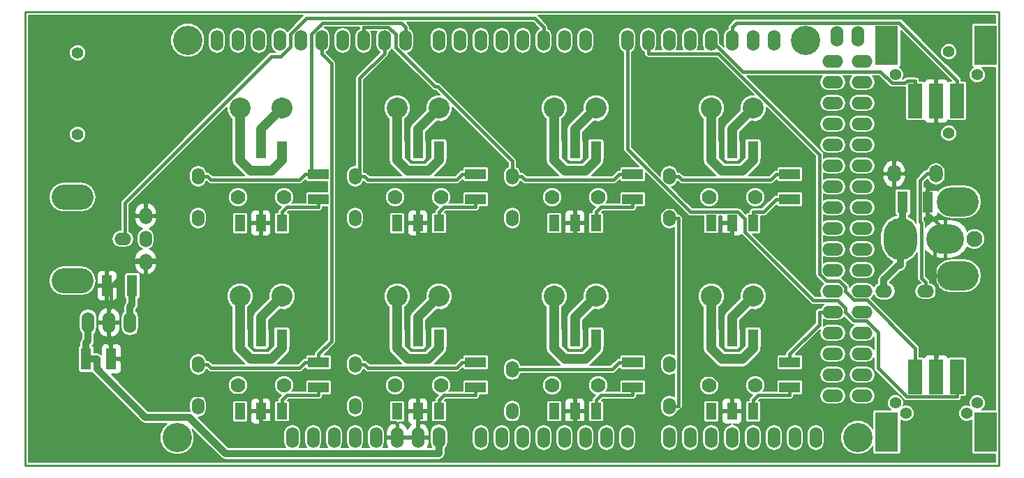
<source format=gbl>
G04 #@! TF.GenerationSoftware,KiCad,Pcbnew,no-vcs-found-7571~57~ubuntu16.04.1*
G04 #@! TF.CreationDate,2017-02-02T13:32:18-05:00*
G04 #@! TF.ProjectId,relay_controller_5x3,72656C61795F636F6E74726F6C6C6572,1.2*
G04 #@! TF.FileFunction,Copper,L2,Bot,Signal*
G04 #@! TF.FilePolarity,Positive*
%FSLAX46Y46*%
G04 Gerber Fmt 4.6, Leading zero omitted, Abs format (unit mm)*
G04 Created by KiCad (PCBNEW no-vcs-found-7571~57~ubuntu16.04.1) date Thu Feb  2 13:32:18 2017*
%MOMM*%
%LPD*%
G01*
G04 APERTURE LIST*
%ADD10C,0.100000*%
%ADD11C,0.228600*%
%ADD12R,1.270000X2.032000*%
%ADD13C,3.556000*%
%ADD14O,1.524000X2.540000*%
%ADD15O,2.540000X1.524000*%
%ADD16C,2.540000*%
%ADD17C,1.778000*%
%ADD18C,1.930400*%
%ADD19O,4.572000X3.556000*%
%ADD20O,4.064000X5.080000*%
%ADD21O,5.080000X3.556000*%
%ADD22O,5.080000X3.048000*%
%ADD23O,2.032000X1.524000*%
%ADD24O,1.524000X2.032000*%
%ADD25O,1.651000X2.159000*%
%ADD26C,1.397000*%
%ADD27R,1.778000X4.191000*%
%ADD28R,2.794000X4.826000*%
%ADD29R,2.540000X1.270000*%
%ADD30R,1.270000X2.540000*%
%ADD31C,0.812800*%
%ADD32C,0.406400*%
%ADD33C,1.219200*%
%ADD34C,0.203200*%
G04 APERTURE END LIST*
D10*
D11*
X211455000Y-75311000D02*
X93345000Y-75311000D01*
X211455000Y-130429000D02*
X211455000Y-75311000D01*
X93345000Y-130429000D02*
X211455000Y-130429000D01*
X93345000Y-75311000D02*
X93345000Y-130429000D01*
D12*
X124460000Y-92075000D03*
X121920000Y-92075000D03*
X119380000Y-92075000D03*
X119380000Y-100965000D03*
X121920000Y-100965000D03*
X124460000Y-100965000D03*
X143510000Y-92075000D03*
X140970000Y-92075000D03*
X138430000Y-92075000D03*
X138430000Y-100965000D03*
X140970000Y-100965000D03*
X143510000Y-100965000D03*
X162560000Y-92075000D03*
X160020000Y-92075000D03*
X157480000Y-92075000D03*
X157480000Y-100965000D03*
X160020000Y-100965000D03*
X162560000Y-100965000D03*
X181610000Y-92075000D03*
X179070000Y-92075000D03*
X176530000Y-92075000D03*
X176530000Y-100965000D03*
X179070000Y-100965000D03*
X181610000Y-100965000D03*
X124460000Y-114935000D03*
X121920000Y-114935000D03*
X119380000Y-114935000D03*
X119380000Y-123825000D03*
X121920000Y-123825000D03*
X124460000Y-123825000D03*
X143510000Y-114935000D03*
X140970000Y-114935000D03*
X138430000Y-114935000D03*
X138430000Y-123825000D03*
X140970000Y-123825000D03*
X143510000Y-123825000D03*
X162560000Y-114935000D03*
X160020000Y-114935000D03*
X157480000Y-114935000D03*
X157480000Y-123825000D03*
X160020000Y-123825000D03*
X162560000Y-123825000D03*
X181610000Y-114935000D03*
X179070000Y-114935000D03*
X176530000Y-114935000D03*
X176530000Y-123825000D03*
X179070000Y-123825000D03*
X181610000Y-123825000D03*
D13*
X111760000Y-127000000D03*
X113030000Y-78740000D03*
X194310000Y-127000000D03*
X187960000Y-78740000D03*
D14*
X125730000Y-127000000D03*
X128270000Y-127000000D03*
X130810000Y-127000000D03*
X133350000Y-127000000D03*
X135890000Y-127000000D03*
X138430000Y-127000000D03*
X140970000Y-127000000D03*
X143510000Y-127000000D03*
X148590000Y-127000000D03*
X151130000Y-127000000D03*
X153670000Y-127000000D03*
X156210000Y-127000000D03*
X158750000Y-127000000D03*
X161290000Y-127000000D03*
X163830000Y-127000000D03*
X166370000Y-127000000D03*
X171450000Y-127000000D03*
X173990000Y-127000000D03*
X176530000Y-127000000D03*
X179070000Y-127000000D03*
X181610000Y-127000000D03*
X184150000Y-127000000D03*
X186690000Y-127000000D03*
X189230000Y-127000000D03*
X116586000Y-78740000D03*
X119126000Y-78740000D03*
X121666000Y-78740000D03*
X124206000Y-78740000D03*
X126746000Y-78740000D03*
X129286000Y-78740000D03*
X131826000Y-78740000D03*
X134366000Y-78740000D03*
X136906000Y-78740000D03*
X139446000Y-78740000D03*
X143510000Y-78740000D03*
X161290000Y-78740000D03*
X158750000Y-78740000D03*
X156210000Y-78740000D03*
X153670000Y-78740000D03*
X151130000Y-78740000D03*
X148590000Y-78740000D03*
X146050000Y-78740000D03*
X166370000Y-78740000D03*
X168910000Y-78740000D03*
X171450000Y-78740000D03*
X173990000Y-78740000D03*
X176530000Y-78740000D03*
X179070000Y-78740000D03*
X181610000Y-78740000D03*
X184150000Y-78740000D03*
X191770000Y-78232000D03*
X194310000Y-78232000D03*
D15*
X191262000Y-81280000D03*
X194818000Y-81280000D03*
X191262000Y-83820000D03*
X194818000Y-83820000D03*
X191262000Y-86360000D03*
X194818000Y-86360000D03*
X191262000Y-88900000D03*
X194818000Y-88900000D03*
X191262000Y-91440000D03*
X194818000Y-91440000D03*
X191262000Y-93980000D03*
X194818000Y-93980000D03*
X191262000Y-96520000D03*
X194818000Y-96520000D03*
X191262000Y-99060000D03*
X194818000Y-99060000D03*
X191262000Y-101600000D03*
X194818000Y-101600000D03*
X191262000Y-104140000D03*
X194818000Y-104140000D03*
X191262000Y-106680000D03*
X194818000Y-106680000D03*
X191262000Y-109220000D03*
X194818000Y-109220000D03*
X191262000Y-111760000D03*
X194818000Y-111760000D03*
X191262000Y-114300000D03*
X194818000Y-114300000D03*
X191262000Y-116840000D03*
X194818000Y-116840000D03*
X191262000Y-119380000D03*
X194818000Y-119380000D03*
X191262000Y-121920000D03*
X194818000Y-121920000D03*
D16*
X119380000Y-86995000D03*
X124460000Y-86995000D03*
X138430000Y-86995000D03*
X143510000Y-86995000D03*
X157480000Y-86995000D03*
X162560000Y-86995000D03*
X176530000Y-86995000D03*
X181610000Y-86995000D03*
X119380000Y-109855000D03*
X124460000Y-109855000D03*
X138430000Y-109855000D03*
X143510000Y-109855000D03*
X157480000Y-109855000D03*
X162560000Y-109855000D03*
X176530000Y-109855000D03*
X181610000Y-109855000D03*
D17*
X119126000Y-97790000D03*
X124714000Y-97790000D03*
X138176000Y-97790000D03*
X143764000Y-97790000D03*
X157226000Y-97790000D03*
X162814000Y-97790000D03*
X176276000Y-97790000D03*
X181864000Y-97790000D03*
X119126000Y-120650000D03*
X124714000Y-120650000D03*
X138176000Y-120650000D03*
X143764000Y-120650000D03*
X157226000Y-120650000D03*
X162814000Y-120650000D03*
X176276000Y-120650000D03*
X181864000Y-120650000D03*
D14*
X103505000Y-113030000D03*
X100965000Y-113030000D03*
X106045000Y-113030000D03*
D18*
X208457800Y-102870000D03*
D19*
X204952600Y-102870000D03*
D20*
X199466200Y-102870000D03*
D21*
X206451200Y-98374200D03*
X206451200Y-107365800D03*
D22*
X99060000Y-107950000D03*
X99060000Y-97790000D03*
D23*
X105156000Y-102870000D03*
D24*
X107950000Y-102870000D03*
X107950000Y-100076000D03*
X107950000Y-105664000D03*
D25*
X198755000Y-94970600D03*
X203835000Y-94970600D03*
D26*
X99695000Y-90170000D03*
X99695000Y-80264000D03*
D27*
X206375000Y-86106000D03*
X203835000Y-86106000D03*
X201295000Y-86106000D03*
D26*
X208788000Y-82931000D03*
X198882000Y-82931000D03*
D28*
X209829400Y-79375000D03*
X197840600Y-79375000D03*
D26*
X205359000Y-80137000D03*
X205359000Y-90043000D03*
D27*
X201295000Y-119634000D03*
X203835000Y-119634000D03*
X206375000Y-119634000D03*
D26*
X198882000Y-122809000D03*
X208788000Y-122809000D03*
D28*
X197840600Y-126365000D03*
X209829400Y-126365000D03*
D26*
X207518000Y-124079000D03*
X200152000Y-124079000D03*
D24*
X171450000Y-118110000D03*
X171450000Y-123190000D03*
X152400000Y-118745000D03*
X152400000Y-123825000D03*
X133350000Y-118110000D03*
X133350000Y-123190000D03*
X114300000Y-118110000D03*
X114300000Y-123190000D03*
X171450000Y-95250000D03*
X171450000Y-100330000D03*
X152400000Y-95250000D03*
X152400000Y-100330000D03*
X133350000Y-95250000D03*
X133350000Y-100330000D03*
X114300000Y-95250000D03*
X114300000Y-100330000D03*
D23*
X197485000Y-109220000D03*
X202565000Y-109220000D03*
D29*
X186055000Y-120904000D03*
X186055000Y-117856000D03*
X167005000Y-120904000D03*
X167005000Y-117856000D03*
X147955000Y-120904000D03*
X147955000Y-117856000D03*
X128905000Y-120904000D03*
X128905000Y-117856000D03*
X186055000Y-98044000D03*
X186055000Y-94996000D03*
X167005000Y-98044000D03*
X167005000Y-94996000D03*
X147955000Y-98044000D03*
X147955000Y-94996000D03*
X128905000Y-98044000D03*
X128905000Y-94996000D03*
D30*
X100711000Y-117475000D03*
X103759000Y-117475000D03*
X106299000Y-108585000D03*
X103251000Y-108585000D03*
X199771000Y-98425000D03*
X202819000Y-98425000D03*
D31*
X199466200Y-100660500D02*
X199466200Y-102870000D01*
X199771000Y-100355700D02*
X199466200Y-100660500D01*
X199771000Y-98425000D02*
X199771000Y-100355700D01*
X199211600Y-106070700D02*
X199466200Y-106070700D01*
X197485000Y-107797300D02*
X199211600Y-106070700D01*
X197485000Y-109220000D02*
X197485000Y-107797300D01*
X199466200Y-102870000D02*
X199466200Y-106070700D01*
X106299000Y-110845300D02*
X106299000Y-108585000D01*
X106045000Y-111099300D02*
X106299000Y-110845300D01*
X106045000Y-113030000D02*
X106045000Y-111099300D01*
D32*
X109118000Y-121868800D02*
X104724200Y-117475000D01*
X121310000Y-121868800D02*
X109118000Y-121868800D01*
X121920000Y-122478800D02*
X121310000Y-121868800D01*
X103759000Y-117475000D02*
X104724200Y-117475000D01*
X159995000Y-102311200D02*
X160020000Y-102286200D01*
X140970000Y-102311200D02*
X159995000Y-102311200D01*
X160020000Y-100965000D02*
X160020000Y-102286200D01*
X140970000Y-100965000D02*
X140970000Y-102311200D01*
X103505000Y-115620800D02*
X103759000Y-115874800D01*
X103505000Y-113030000D02*
X103505000Y-115620800D01*
X103759000Y-117475000D02*
X103759000Y-115874800D01*
X103251000Y-108585000D02*
X103733600Y-108585000D01*
X103733600Y-111201200D02*
X103505000Y-111429800D01*
X103733600Y-108585000D02*
X103733600Y-111201200D01*
X103505000Y-113030000D02*
X103505000Y-111429800D01*
X121920000Y-100965000D02*
X121920000Y-102311200D01*
X121920000Y-123291500D02*
X121920000Y-122478800D01*
X121920000Y-123291500D02*
X121920000Y-123825000D01*
X138201400Y-125171200D02*
X138430000Y-125399800D01*
X121920000Y-125171200D02*
X138201400Y-125171200D01*
X121920000Y-123825000D02*
X121920000Y-125171200D01*
X138430000Y-127000000D02*
X138430000Y-125399800D01*
X160020000Y-123825000D02*
X160020000Y-125171100D01*
X160020000Y-125171100D02*
X140970000Y-125171100D01*
X140970000Y-127000000D02*
X140970000Y-125171100D01*
X140970000Y-125171100D02*
X140970000Y-123825000D01*
X118821200Y-105410000D02*
X107950000Y-105410000D01*
X121920000Y-102311200D02*
X118821200Y-105410000D01*
X106857800Y-105460800D02*
X103733600Y-108585000D01*
X106857800Y-105410000D02*
X106857800Y-105460800D01*
X107950000Y-105410000D02*
X106857800Y-105410000D01*
X171305100Y-125171100D02*
X160020000Y-125171100D01*
X174913600Y-121562600D02*
X171305100Y-125171100D01*
X174913600Y-119435700D02*
X174913600Y-121562600D01*
X176751800Y-119435700D02*
X174913600Y-119435700D01*
X179070000Y-121753900D02*
X176751800Y-119435700D01*
X179070000Y-123825000D02*
X179070000Y-121753900D01*
X179070000Y-100965000D02*
X179070000Y-102311200D01*
X174918300Y-102311200D02*
X179070000Y-102311200D01*
X174779900Y-102449600D02*
X174918300Y-102311200D01*
X174779900Y-119302000D02*
X174779900Y-102449600D01*
X174913600Y-119435700D02*
X174779900Y-119302000D01*
X167685700Y-102286200D02*
X160020000Y-102286200D01*
X170987700Y-98984200D02*
X167685700Y-102286200D01*
X171964100Y-98984200D02*
X170987700Y-98984200D01*
X174918300Y-101938400D02*
X171964100Y-98984200D01*
X174918300Y-102311200D02*
X174918300Y-101938400D01*
X198755000Y-94970600D02*
X199910700Y-94970600D01*
X203841500Y-96824800D02*
X202819000Y-96824800D01*
X204987300Y-95679000D02*
X203841500Y-96824800D01*
X204987300Y-94265100D02*
X204987300Y-95679000D01*
X202801800Y-92079500D02*
X204987300Y-94265100D01*
X199910700Y-94970600D02*
X202801800Y-92079500D01*
X203835000Y-91046300D02*
X203835000Y-86106000D01*
X202801800Y-92079500D02*
X203835000Y-91046300D01*
X205460600Y-102870000D02*
X205460600Y-102431000D01*
X203889300Y-117154000D02*
X203835000Y-117208300D01*
X203889300Y-108512000D02*
X203889300Y-117154000D01*
X203606000Y-108228700D02*
X203889300Y-108512000D01*
X203606000Y-104285600D02*
X203606000Y-108228700D01*
X205460600Y-102431000D02*
X203606000Y-104285600D01*
X203835000Y-119634000D02*
X203835000Y-117208300D01*
X202819000Y-98257700D02*
X202819000Y-96824800D01*
X202819000Y-98257700D02*
X202819000Y-98425000D01*
X203054800Y-100025200D02*
X205460600Y-102431000D01*
X202819000Y-100025200D02*
X203054800Y-100025200D01*
X202819000Y-98425000D02*
X202819000Y-100025200D01*
D31*
X100965000Y-115290300D02*
X100965000Y-113030000D01*
X100711000Y-115544300D02*
X100965000Y-115290300D01*
X100711000Y-116509600D02*
X100711000Y-115544300D01*
X100711000Y-116509600D02*
X100711000Y-117475000D01*
X117627700Y-128930700D02*
X143510000Y-128930700D01*
X113220500Y-124523500D02*
X117627700Y-128930700D01*
X107921500Y-124523500D02*
X113220500Y-124523500D01*
X102006700Y-118608700D02*
X107921500Y-124523500D01*
X102006700Y-117475000D02*
X102006700Y-118608700D01*
X100711000Y-117475000D02*
X102006700Y-117475000D01*
X143510000Y-127000000D02*
X143510000Y-128930700D01*
D32*
X166370000Y-91933200D02*
X166370000Y-78740000D01*
X174042600Y-99605800D02*
X166370000Y-91933200D01*
X179799600Y-99605800D02*
X174042600Y-99605800D01*
X180602400Y-100408600D02*
X179799600Y-99605800D01*
X180602400Y-102039900D02*
X180602400Y-100408600D01*
X188914700Y-110352200D02*
X180602400Y-102039900D01*
X191879500Y-110352200D02*
X188914700Y-110352200D01*
X192837200Y-111309900D02*
X191879500Y-110352200D01*
X192837200Y-111818500D02*
X192837200Y-111309900D01*
X193845900Y-112827200D02*
X192837200Y-111818500D01*
X195381000Y-112827200D02*
X193845900Y-112827200D01*
X196747400Y-114193600D02*
X195381000Y-112827200D01*
X196747400Y-118529400D02*
X196747400Y-114193600D01*
X200277700Y-122059700D02*
X196747400Y-118529400D01*
X206375000Y-122059700D02*
X200277700Y-122059700D01*
X206375000Y-119634000D02*
X206375000Y-122059700D01*
X155132900Y-76062700D02*
X156210000Y-77139800D01*
X127404700Y-76062700D02*
X155132900Y-76062700D01*
X125476000Y-77991400D02*
X127404700Y-76062700D01*
X125476000Y-79509800D02*
X125476000Y-77991400D01*
X124309300Y-80676500D02*
X125476000Y-79509800D01*
X123231700Y-80676500D02*
X124309300Y-80676500D01*
X105410000Y-98498200D02*
X123231700Y-80676500D01*
X105410000Y-102870000D02*
X105410000Y-98498200D01*
X156210000Y-78740000D02*
X156210000Y-77139800D01*
X177411200Y-80340200D02*
X168910000Y-80340200D01*
X189686800Y-92615800D02*
X177411200Y-80340200D01*
X189686800Y-107148900D02*
X189686800Y-92615800D01*
X190487900Y-107950000D02*
X189686800Y-107148900D01*
X192017300Y-107950000D02*
X190487900Y-107950000D01*
X192837200Y-108769900D02*
X192017300Y-107950000D01*
X192837200Y-109278500D02*
X192837200Y-108769900D01*
X193845900Y-110287200D02*
X192837200Y-109278500D01*
X195397200Y-110287200D02*
X193845900Y-110287200D01*
X201295000Y-116185000D02*
X195397200Y-110287200D01*
X201295000Y-119634000D02*
X201295000Y-116185000D01*
X168910000Y-78740000D02*
X168910000Y-80340200D01*
X180340000Y-82550000D02*
X176530000Y-78740000D01*
X197073300Y-82550000D02*
X180340000Y-82550000D01*
X198483700Y-83960400D02*
X197073300Y-82550000D01*
X200024400Y-83960400D02*
X198483700Y-83960400D01*
X200304500Y-83680300D02*
X200024400Y-83960400D01*
X201295000Y-83680300D02*
X200304500Y-83680300D01*
X201295000Y-86106000D02*
X201295000Y-83680300D01*
X179594000Y-76615800D02*
X179070000Y-77139800D01*
X199345800Y-76615800D02*
X179594000Y-76615800D01*
X206375000Y-83645000D02*
X199345800Y-76615800D01*
X206375000Y-86106000D02*
X206375000Y-83645000D01*
X179070000Y-78740000D02*
X179070000Y-77139800D01*
X115846700Y-95704500D02*
X115392200Y-95250000D01*
X126596300Y-95704500D02*
X115846700Y-95704500D01*
X127304800Y-94996000D02*
X126596300Y-95704500D01*
X114300000Y-95250000D02*
X115392200Y-95250000D01*
X128689100Y-94996000D02*
X128727400Y-94996000D01*
X128905000Y-94996000D02*
X128727400Y-94996000D01*
X128689100Y-94996000D02*
X127997000Y-94996000D01*
X127997000Y-94996000D02*
X127304800Y-94996000D01*
X138937000Y-76630800D02*
X139446000Y-77139800D01*
X129371200Y-76630800D02*
X138937000Y-76630800D01*
X127997000Y-78005000D02*
X129371200Y-76630800D01*
X127997000Y-94996000D02*
X127997000Y-78005000D01*
X139446000Y-78740000D02*
X139446000Y-77139800D01*
X134896700Y-95704500D02*
X134442200Y-95250000D01*
X145646300Y-95704500D02*
X134896700Y-95704500D01*
X146354800Y-94996000D02*
X145646300Y-95704500D01*
X147955000Y-94996000D02*
X146354800Y-94996000D01*
X133350000Y-95250000D02*
X133896100Y-95250000D01*
X133896100Y-95250000D02*
X134442200Y-95250000D01*
X133896100Y-83350100D02*
X136906000Y-80340200D01*
X133896100Y-95250000D02*
X133896100Y-83350100D01*
X136906000Y-78740000D02*
X136906000Y-80340200D01*
X134366000Y-78740000D02*
X134366000Y-77139800D01*
X137376700Y-77139800D02*
X134366000Y-77139800D01*
X138252400Y-78015500D02*
X137376700Y-77139800D01*
X138252400Y-79571200D02*
X138252400Y-78015500D01*
X143047500Y-84366300D02*
X138252400Y-79571200D01*
X143336000Y-84366300D02*
X143047500Y-84366300D01*
X152400000Y-93430300D02*
X143336000Y-84366300D01*
X152400000Y-95250000D02*
X152400000Y-93430300D01*
X153946700Y-95704500D02*
X153492200Y-95250000D01*
X164696300Y-95704500D02*
X153946700Y-95704500D01*
X165404800Y-94996000D02*
X164696300Y-95704500D01*
X167005000Y-94996000D02*
X165404800Y-94996000D01*
X152400000Y-95250000D02*
X153492200Y-95250000D01*
X172996700Y-95704500D02*
X172542200Y-95250000D01*
X183746300Y-95704500D02*
X172996700Y-95704500D01*
X184454800Y-94996000D02*
X183746300Y-95704500D01*
X186055000Y-94996000D02*
X184454800Y-94996000D01*
X171450000Y-95250000D02*
X172542200Y-95250000D01*
X129286000Y-78740000D02*
X129286000Y-80340200D01*
X114300000Y-118110000D02*
X115392200Y-118110000D01*
X115846700Y-118564500D02*
X115392200Y-118110000D01*
X126596300Y-118564500D02*
X115846700Y-118564500D01*
X127304800Y-117856000D02*
X126596300Y-118564500D01*
X130482500Y-81536700D02*
X129286000Y-80340200D01*
X130482500Y-115313300D02*
X130482500Y-81536700D01*
X128905000Y-116890800D02*
X130482500Y-115313300D01*
X128905000Y-117856000D02*
X128905000Y-116890800D01*
X128905000Y-117856000D02*
X127304800Y-117856000D01*
X134896700Y-118564500D02*
X134442200Y-118110000D01*
X145646300Y-118564500D02*
X134896700Y-118564500D01*
X146354800Y-117856000D02*
X145646300Y-118564500D01*
X147955000Y-117856000D02*
X146354800Y-117856000D01*
X133350000Y-118110000D02*
X134442200Y-118110000D01*
X164515800Y-118745000D02*
X152400000Y-118745000D01*
X165404800Y-117856000D02*
X164515800Y-118745000D01*
X167005000Y-117856000D02*
X165404800Y-117856000D01*
X189661800Y-113284000D02*
X189661800Y-111760000D01*
X186055000Y-116890800D02*
X189661800Y-113284000D01*
X186055000Y-117856000D02*
X186055000Y-116890800D01*
X191770000Y-111760000D02*
X189661800Y-111760000D01*
X163169600Y-99009200D02*
X162560000Y-99618800D01*
X167005000Y-99009200D02*
X163169600Y-99009200D01*
X167005000Y-98044000D02*
X167005000Y-99009200D01*
X162560000Y-100965000D02*
X162560000Y-99618800D01*
X182880000Y-99618800D02*
X181610000Y-99618800D01*
X184454800Y-98044000D02*
X182880000Y-99618800D01*
X186055000Y-98044000D02*
X184454800Y-98044000D01*
X181610000Y-100965000D02*
X181610000Y-99618800D01*
X125069600Y-121869200D02*
X124460000Y-122478800D01*
X128905000Y-121869200D02*
X125069600Y-121869200D01*
X128905000Y-120904000D02*
X128905000Y-121869200D01*
X124460000Y-123825000D02*
X124460000Y-122478800D01*
X144119600Y-121869200D02*
X143510000Y-122478800D01*
X147955000Y-121869200D02*
X144119600Y-121869200D01*
X147955000Y-120904000D02*
X147955000Y-121869200D01*
X143510000Y-123825000D02*
X143510000Y-122478800D01*
X163169600Y-121869200D02*
X162560000Y-122478800D01*
X167005000Y-121869200D02*
X163169600Y-121869200D01*
X167005000Y-120904000D02*
X167005000Y-121869200D01*
X162560000Y-123825000D02*
X162560000Y-122478800D01*
X182219600Y-121869200D02*
X181610000Y-122478800D01*
X186055000Y-121869200D02*
X182219600Y-121869200D01*
X186055000Y-120904000D02*
X186055000Y-121869200D01*
X181610000Y-123825000D02*
X181610000Y-122478800D01*
D33*
X119380000Y-92075000D02*
X119380000Y-86995000D01*
X124460000Y-93345000D02*
X124460000Y-92075000D01*
X123190000Y-94615000D02*
X124460000Y-93345000D01*
X120650000Y-94615000D02*
X123190000Y-94615000D01*
X119380000Y-93345000D02*
X120650000Y-94615000D01*
X119380000Y-92075000D02*
X119380000Y-93345000D01*
X121920000Y-89535000D02*
X124460000Y-86995000D01*
X121920000Y-92075000D02*
X121920000Y-89535000D01*
X138430000Y-92075000D02*
X138430000Y-86995000D01*
X143510000Y-93345000D02*
X143510000Y-92075000D01*
X142240000Y-94615000D02*
X143510000Y-93345000D01*
X139700000Y-94615000D02*
X142240000Y-94615000D01*
X138430000Y-93345000D02*
X139700000Y-94615000D01*
X138430000Y-92075000D02*
X138430000Y-93345000D01*
X140970000Y-89535000D02*
X143510000Y-86995000D01*
X140970000Y-92075000D02*
X140970000Y-89535000D01*
X157480000Y-92075000D02*
X157480000Y-86995000D01*
X162560000Y-93345000D02*
X162560000Y-92075000D01*
X161290000Y-94615000D02*
X162560000Y-93345000D01*
X158750000Y-94615000D02*
X161290000Y-94615000D01*
X157480000Y-93345000D02*
X158750000Y-94615000D01*
X157480000Y-92075000D02*
X157480000Y-93345000D01*
X160020000Y-89535000D02*
X162560000Y-86995000D01*
X160020000Y-92075000D02*
X160020000Y-89535000D01*
X181610000Y-93345000D02*
X181610000Y-92075000D01*
X180340000Y-94615000D02*
X181610000Y-93345000D01*
X177800000Y-94615000D02*
X180340000Y-94615000D01*
X176530000Y-93345000D02*
X177800000Y-94615000D01*
X176530000Y-92075000D02*
X176530000Y-93345000D01*
X176530000Y-92075000D02*
X176530000Y-86995000D01*
X179070000Y-89535000D02*
X181610000Y-86995000D01*
X179070000Y-92075000D02*
X179070000Y-89535000D01*
X124460000Y-116205000D02*
X124460000Y-114935000D01*
X123190000Y-117475000D02*
X124460000Y-116205000D01*
X120650000Y-117475000D02*
X123190000Y-117475000D01*
X119380000Y-116205000D02*
X120650000Y-117475000D01*
X119380000Y-114935000D02*
X119380000Y-116205000D01*
X119380000Y-114935000D02*
X119380000Y-109855000D01*
X121920000Y-112395000D02*
X124460000Y-109855000D01*
X121920000Y-114935000D02*
X121920000Y-112395000D01*
X143510000Y-116205000D02*
X143510000Y-114935000D01*
X142240000Y-117475000D02*
X143510000Y-116205000D01*
X139700000Y-117475000D02*
X142240000Y-117475000D01*
X138430000Y-116205000D02*
X139700000Y-117475000D01*
X138430000Y-114935000D02*
X138430000Y-116205000D01*
X138430000Y-114935000D02*
X138430000Y-109855000D01*
X140970000Y-112395000D02*
X143510000Y-109855000D01*
X140970000Y-114935000D02*
X140970000Y-112395000D01*
X162560000Y-116205000D02*
X162560000Y-114935000D01*
X161290000Y-117475000D02*
X162560000Y-116205000D01*
X158750000Y-117475000D02*
X161290000Y-117475000D01*
X157480000Y-116205000D02*
X158750000Y-117475000D01*
X157480000Y-114935000D02*
X157480000Y-116205000D01*
X157480000Y-114935000D02*
X157480000Y-109855000D01*
X160020000Y-112395000D02*
X162560000Y-109855000D01*
X160020000Y-114935000D02*
X160020000Y-112395000D01*
X181610000Y-116205000D02*
X181610000Y-114935000D01*
X180340000Y-117475000D02*
X181610000Y-116205000D01*
X177800000Y-117475000D02*
X180340000Y-117475000D01*
X176530000Y-116205000D02*
X177800000Y-117475000D01*
X176530000Y-114935000D02*
X176530000Y-116205000D01*
X176530000Y-114935000D02*
X176530000Y-109855000D01*
X179070000Y-112395000D02*
X181610000Y-109855000D01*
X179070000Y-114935000D02*
X179070000Y-112395000D01*
D32*
X201861700Y-95788200D02*
X202679300Y-94970600D01*
X201861700Y-100789700D02*
X201861700Y-95788200D01*
X202025200Y-100953200D02*
X201861700Y-100789700D01*
X202025200Y-107588000D02*
X202025200Y-100953200D01*
X202565000Y-108127800D02*
X202025200Y-107588000D01*
X202565000Y-109220000D02*
X202565000Y-108127800D01*
X203835000Y-94970600D02*
X202679300Y-94970600D01*
X172542200Y-100330000D02*
X172542200Y-123190000D01*
X171450000Y-100330000D02*
X172542200Y-100330000D01*
X171450000Y-123190000D02*
X172542200Y-123190000D01*
X125069600Y-99009200D02*
X124460000Y-99618800D01*
X128905000Y-99009200D02*
X125069600Y-99009200D01*
X128905000Y-98044000D02*
X128905000Y-99009200D01*
X124460000Y-100965000D02*
X124460000Y-99618800D01*
X144119600Y-99009200D02*
X143510000Y-99618800D01*
X147955000Y-99009200D02*
X144119600Y-99009200D01*
X147955000Y-98044000D02*
X147955000Y-99009200D01*
X143510000Y-100965000D02*
X143510000Y-99618800D01*
D34*
G36*
X125116790Y-77632190D02*
X125100501Y-77656569D01*
X124960342Y-77446806D01*
X124614247Y-77215553D01*
X124206000Y-77134348D01*
X123797753Y-77215553D01*
X123451658Y-77446806D01*
X123220405Y-77792901D01*
X123139200Y-78201148D01*
X123139200Y-79278852D01*
X123220405Y-79687099D01*
X123451658Y-80033194D01*
X123654158Y-80168500D01*
X123231700Y-80168500D01*
X123037297Y-80207169D01*
X122872490Y-80317290D01*
X105050790Y-98138990D01*
X104940669Y-98303797D01*
X104902000Y-98498200D01*
X104902000Y-101803200D01*
X104876124Y-101803200D01*
X104467877Y-101884405D01*
X104121782Y-102115658D01*
X103890529Y-102461753D01*
X103809324Y-102870000D01*
X103890529Y-103278247D01*
X104121782Y-103624342D01*
X104467877Y-103855595D01*
X104876124Y-103936800D01*
X105435876Y-103936800D01*
X105844123Y-103855595D01*
X106190218Y-103624342D01*
X106421471Y-103278247D01*
X106502676Y-102870000D01*
X106421471Y-102461753D01*
X106190218Y-102115658D01*
X105918000Y-101933768D01*
X105918000Y-100445096D01*
X106573837Y-100445096D01*
X106722637Y-100962970D01*
X107058292Y-101384480D01*
X107502796Y-101630559D01*
X107195658Y-101835782D01*
X106964405Y-102181877D01*
X106883200Y-102590124D01*
X106883200Y-103149876D01*
X106964405Y-103558123D01*
X107195658Y-103904218D01*
X107502796Y-104109441D01*
X107058292Y-104355520D01*
X106722637Y-104777030D01*
X106573837Y-105294904D01*
X106725175Y-105511600D01*
X107797600Y-105511600D01*
X107797600Y-105491600D01*
X108102400Y-105491600D01*
X108102400Y-105511600D01*
X109174825Y-105511600D01*
X109326163Y-105294904D01*
X109177363Y-104777030D01*
X108841708Y-104355520D01*
X108397204Y-104109441D01*
X108704342Y-103904218D01*
X108935595Y-103558123D01*
X109016800Y-103149876D01*
X109016800Y-102590124D01*
X108935595Y-102181877D01*
X108704342Y-101835782D01*
X108397204Y-101630559D01*
X108841708Y-101384480D01*
X109177363Y-100962970D01*
X109326163Y-100445096D01*
X109174825Y-100228400D01*
X108102400Y-100228400D01*
X108102400Y-100248400D01*
X107797600Y-100248400D01*
X107797600Y-100228400D01*
X106725175Y-100228400D01*
X106573837Y-100445096D01*
X105918000Y-100445096D01*
X105918000Y-100050124D01*
X113233200Y-100050124D01*
X113233200Y-100609876D01*
X113314405Y-101018123D01*
X113545658Y-101364218D01*
X113891753Y-101595471D01*
X114300000Y-101676676D01*
X114708247Y-101595471D01*
X115054342Y-101364218D01*
X115285595Y-101018123D01*
X115366800Y-100609876D01*
X115366800Y-100050124D01*
X115346686Y-99949000D01*
X118434229Y-99949000D01*
X118434229Y-101981000D01*
X118457885Y-102099927D01*
X118525252Y-102200748D01*
X118626073Y-102268115D01*
X118745000Y-102291771D01*
X120015000Y-102291771D01*
X120133927Y-102268115D01*
X120234748Y-102200748D01*
X120302115Y-102099927D01*
X120325771Y-101981000D01*
X120325771Y-101269800D01*
X120675400Y-101269800D01*
X120675400Y-102102257D01*
X120768206Y-102326311D01*
X120939689Y-102497794D01*
X121163743Y-102590600D01*
X121615200Y-102590600D01*
X121767600Y-102438200D01*
X121767600Y-101117400D01*
X122072400Y-101117400D01*
X122072400Y-102438200D01*
X122224800Y-102590600D01*
X122676257Y-102590600D01*
X122900311Y-102497794D01*
X123071794Y-102326311D01*
X123164600Y-102102257D01*
X123164600Y-101269800D01*
X123012200Y-101117400D01*
X122072400Y-101117400D01*
X121767600Y-101117400D01*
X120827800Y-101117400D01*
X120675400Y-101269800D01*
X120325771Y-101269800D01*
X120325771Y-99949000D01*
X120302115Y-99830073D01*
X120300559Y-99827743D01*
X120675400Y-99827743D01*
X120675400Y-100660200D01*
X120827800Y-100812600D01*
X121767600Y-100812600D01*
X121767600Y-99491800D01*
X122072400Y-99491800D01*
X122072400Y-100812600D01*
X123012200Y-100812600D01*
X123164600Y-100660200D01*
X123164600Y-99827743D01*
X123071794Y-99603689D01*
X122900311Y-99432206D01*
X122676257Y-99339400D01*
X122224800Y-99339400D01*
X122072400Y-99491800D01*
X121767600Y-99491800D01*
X121615200Y-99339400D01*
X121163743Y-99339400D01*
X120939689Y-99432206D01*
X120768206Y-99603689D01*
X120675400Y-99827743D01*
X120300559Y-99827743D01*
X120234748Y-99729252D01*
X120133927Y-99661885D01*
X120015000Y-99638229D01*
X118745000Y-99638229D01*
X118626073Y-99661885D01*
X118525252Y-99729252D01*
X118457885Y-99830073D01*
X118434229Y-99949000D01*
X115346686Y-99949000D01*
X115285595Y-99641877D01*
X115054342Y-99295782D01*
X114708247Y-99064529D01*
X114300000Y-98983324D01*
X113891753Y-99064529D01*
X113545658Y-99295782D01*
X113314405Y-99641877D01*
X113233200Y-100050124D01*
X105918000Y-100050124D01*
X105918000Y-99706904D01*
X106573837Y-99706904D01*
X106725175Y-99923600D01*
X107797600Y-99923600D01*
X107797600Y-98612363D01*
X108102400Y-98612363D01*
X108102400Y-99923600D01*
X109174825Y-99923600D01*
X109326163Y-99706904D01*
X109177363Y-99189030D01*
X108841708Y-98767520D01*
X108370299Y-98506546D01*
X108313761Y-98499516D01*
X108102400Y-98612363D01*
X107797600Y-98612363D01*
X107586239Y-98499516D01*
X107529701Y-98506546D01*
X107058292Y-98767520D01*
X106722637Y-99189030D01*
X106573837Y-99706904D01*
X105918000Y-99706904D01*
X105918000Y-98708620D01*
X106600200Y-98026420D01*
X117931993Y-98026420D01*
X118113355Y-98465350D01*
X118448884Y-98801464D01*
X118887497Y-98983592D01*
X119362420Y-98984007D01*
X119801350Y-98802645D01*
X120137464Y-98467116D01*
X120319592Y-98028503D01*
X120320007Y-97553580D01*
X120138645Y-97114650D01*
X119803116Y-96778536D01*
X119364503Y-96596408D01*
X118889580Y-96595993D01*
X118450650Y-96777355D01*
X118114536Y-97112884D01*
X117932408Y-97551497D01*
X117931993Y-98026420D01*
X106600200Y-98026420D01*
X117754507Y-86872113D01*
X117754119Y-87316933D01*
X118001080Y-87914625D01*
X118414800Y-88329068D01*
X118414800Y-90913118D01*
X118410033Y-90920252D01*
X118382434Y-91059000D01*
X118382434Y-93091000D01*
X118410033Y-93229748D01*
X118414800Y-93236882D01*
X118414800Y-93345000D01*
X118457403Y-93559180D01*
X118488271Y-93714366D01*
X118697501Y-94027499D01*
X119866501Y-95196500D01*
X116057120Y-95196500D01*
X115751410Y-94890790D01*
X115586603Y-94780669D01*
X115392200Y-94742000D01*
X115321424Y-94742000D01*
X115285595Y-94561877D01*
X115054342Y-94215782D01*
X114708247Y-93984529D01*
X114300000Y-93903324D01*
X113891753Y-93984529D01*
X113545658Y-94215782D01*
X113314405Y-94561877D01*
X113233200Y-94970124D01*
X113233200Y-95529876D01*
X113314405Y-95938123D01*
X113545658Y-96284218D01*
X113891753Y-96515471D01*
X114300000Y-96596676D01*
X114708247Y-96515471D01*
X115054342Y-96284218D01*
X115285595Y-95938123D01*
X115298255Y-95874475D01*
X115487490Y-96063710D01*
X115652297Y-96173831D01*
X115846700Y-96212500D01*
X126596300Y-96212500D01*
X126790703Y-96173831D01*
X126955510Y-96063710D01*
X127334846Y-95684374D01*
X127347885Y-95749927D01*
X127415252Y-95850748D01*
X127516073Y-95918115D01*
X127635000Y-95941771D01*
X129974500Y-95941771D01*
X129974500Y-97098229D01*
X127635000Y-97098229D01*
X127516073Y-97121885D01*
X127415252Y-97189252D01*
X127347885Y-97290073D01*
X127324229Y-97409000D01*
X127324229Y-98501200D01*
X125691321Y-98501200D01*
X125725464Y-98467116D01*
X125907592Y-98028503D01*
X125908007Y-97553580D01*
X125726645Y-97114650D01*
X125391116Y-96778536D01*
X124952503Y-96596408D01*
X124477580Y-96595993D01*
X124038650Y-96777355D01*
X123702536Y-97112884D01*
X123520408Y-97551497D01*
X123519993Y-98026420D01*
X123701355Y-98465350D01*
X124036884Y-98801464D01*
X124405749Y-98954630D01*
X124100790Y-99259590D01*
X123990669Y-99424397D01*
X123952000Y-99618800D01*
X123952000Y-99638229D01*
X123825000Y-99638229D01*
X123706073Y-99661885D01*
X123605252Y-99729252D01*
X123537885Y-99830073D01*
X123514229Y-99949000D01*
X123514229Y-101981000D01*
X123537885Y-102099927D01*
X123605252Y-102200748D01*
X123706073Y-102268115D01*
X123825000Y-102291771D01*
X125095000Y-102291771D01*
X125213927Y-102268115D01*
X125314748Y-102200748D01*
X125382115Y-102099927D01*
X125405771Y-101981000D01*
X125405771Y-99949000D01*
X125382115Y-99830073D01*
X125314748Y-99729252D01*
X125213927Y-99661885D01*
X125148375Y-99648846D01*
X125280021Y-99517200D01*
X128905000Y-99517200D01*
X129099403Y-99478531D01*
X129264210Y-99368410D01*
X129374331Y-99203603D01*
X129413000Y-99009200D01*
X129413000Y-98989771D01*
X129974500Y-98989771D01*
X129974500Y-115102880D01*
X128545790Y-116531590D01*
X128435669Y-116696397D01*
X128397000Y-116890800D01*
X128397000Y-116910229D01*
X127635000Y-116910229D01*
X127516073Y-116933885D01*
X127415252Y-117001252D01*
X127347885Y-117102073D01*
X127324229Y-117221000D01*
X127324229Y-117348000D01*
X127304800Y-117348000D01*
X127142650Y-117380254D01*
X127110396Y-117386669D01*
X126945590Y-117496790D01*
X126385880Y-118056500D01*
X123973498Y-118056500D01*
X125142499Y-116887500D01*
X125351729Y-116574367D01*
X125382142Y-116421469D01*
X125425200Y-116205000D01*
X125425200Y-116096882D01*
X125429967Y-116089748D01*
X125457566Y-115951000D01*
X125457566Y-113919000D01*
X125429967Y-113780252D01*
X125351373Y-113662627D01*
X125233748Y-113584033D01*
X125095000Y-113556434D01*
X123825000Y-113556434D01*
X123686252Y-113584033D01*
X123568627Y-113662627D01*
X123490033Y-113780252D01*
X123462434Y-113919000D01*
X123462434Y-115837567D01*
X122790202Y-116509800D01*
X121049799Y-116509800D01*
X120377566Y-115837568D01*
X120377566Y-113919000D01*
X120922434Y-113919000D01*
X120922434Y-115951000D01*
X120950033Y-116089748D01*
X121028627Y-116207373D01*
X121146252Y-116285967D01*
X121285000Y-116313566D01*
X122555000Y-116313566D01*
X122693748Y-116285967D01*
X122811373Y-116207373D01*
X122889967Y-116089748D01*
X122917566Y-115951000D01*
X122917566Y-113919000D01*
X122889967Y-113780252D01*
X122885200Y-113773118D01*
X122885200Y-112794798D01*
X124199625Y-111480373D01*
X124781933Y-111480881D01*
X125379625Y-111233920D01*
X125837313Y-110777030D01*
X126085317Y-110179770D01*
X126085881Y-109533067D01*
X125838920Y-108935375D01*
X125382030Y-108477687D01*
X124784770Y-108229683D01*
X124138067Y-108229119D01*
X123540375Y-108476080D01*
X123082687Y-108932970D01*
X122834683Y-109530230D01*
X122834172Y-110115829D01*
X121237501Y-111712501D01*
X121028271Y-112025634D01*
X120954800Y-112395000D01*
X120954800Y-113773118D01*
X120950033Y-113780252D01*
X120922434Y-113919000D01*
X120377566Y-113919000D01*
X120349967Y-113780252D01*
X120345200Y-113773118D01*
X120345200Y-111188424D01*
X120757313Y-110777030D01*
X121005317Y-110179770D01*
X121005881Y-109533067D01*
X120758920Y-108935375D01*
X120302030Y-108477687D01*
X119704770Y-108229683D01*
X119058067Y-108229119D01*
X118460375Y-108476080D01*
X118002687Y-108932970D01*
X117754683Y-109530230D01*
X117754119Y-110176933D01*
X118001080Y-110774625D01*
X118414800Y-111189068D01*
X118414800Y-113773118D01*
X118410033Y-113780252D01*
X118382434Y-113919000D01*
X118382434Y-115951000D01*
X118410033Y-116089748D01*
X118414800Y-116096882D01*
X118414800Y-116205000D01*
X118459904Y-116431753D01*
X118488271Y-116574366D01*
X118697501Y-116887499D01*
X119866501Y-118056500D01*
X116057120Y-118056500D01*
X115751410Y-117750790D01*
X115586603Y-117640669D01*
X115392200Y-117602000D01*
X115321424Y-117602000D01*
X115285595Y-117421877D01*
X115054342Y-117075782D01*
X114708247Y-116844529D01*
X114300000Y-116763324D01*
X113891753Y-116844529D01*
X113545658Y-117075782D01*
X113314405Y-117421877D01*
X113233200Y-117830124D01*
X113233200Y-118389876D01*
X113314405Y-118798123D01*
X113545658Y-119144218D01*
X113891753Y-119375471D01*
X114300000Y-119456676D01*
X114708247Y-119375471D01*
X115054342Y-119144218D01*
X115285595Y-118798123D01*
X115298255Y-118734475D01*
X115487490Y-118923710D01*
X115652297Y-119033831D01*
X115846700Y-119072500D01*
X126596300Y-119072500D01*
X126790703Y-119033831D01*
X126955510Y-118923710D01*
X127334846Y-118544374D01*
X127347885Y-118609927D01*
X127415252Y-118710748D01*
X127516073Y-118778115D01*
X127635000Y-118801771D01*
X130175000Y-118801771D01*
X130293927Y-118778115D01*
X130394748Y-118710748D01*
X130462115Y-118609927D01*
X130485771Y-118491000D01*
X130485771Y-117830124D01*
X132283200Y-117830124D01*
X132283200Y-118389876D01*
X132364405Y-118798123D01*
X132595658Y-119144218D01*
X132941753Y-119375471D01*
X133350000Y-119456676D01*
X133758247Y-119375471D01*
X134104342Y-119144218D01*
X134335595Y-118798123D01*
X134348255Y-118734475D01*
X134537490Y-118923710D01*
X134702297Y-119033831D01*
X134896700Y-119072500D01*
X145646300Y-119072500D01*
X145840703Y-119033831D01*
X146005510Y-118923710D01*
X146384846Y-118544374D01*
X146397885Y-118609927D01*
X146465252Y-118710748D01*
X146566073Y-118778115D01*
X146685000Y-118801771D01*
X149225000Y-118801771D01*
X149343927Y-118778115D01*
X149444748Y-118710748D01*
X149512115Y-118609927D01*
X149535771Y-118491000D01*
X149535771Y-118465124D01*
X151333200Y-118465124D01*
X151333200Y-119024876D01*
X151414405Y-119433123D01*
X151645658Y-119779218D01*
X151991753Y-120010471D01*
X152400000Y-120091676D01*
X152808247Y-120010471D01*
X153154342Y-119779218D01*
X153385595Y-119433123D01*
X153421424Y-119253000D01*
X164515800Y-119253000D01*
X164710203Y-119214331D01*
X164875010Y-119104210D01*
X165434846Y-118544374D01*
X165447885Y-118609927D01*
X165515252Y-118710748D01*
X165616073Y-118778115D01*
X165735000Y-118801771D01*
X168275000Y-118801771D01*
X168393927Y-118778115D01*
X168494748Y-118710748D01*
X168562115Y-118609927D01*
X168585771Y-118491000D01*
X168585771Y-117221000D01*
X168562115Y-117102073D01*
X168494748Y-117001252D01*
X168393927Y-116933885D01*
X168275000Y-116910229D01*
X165735000Y-116910229D01*
X165616073Y-116933885D01*
X165515252Y-117001252D01*
X165447885Y-117102073D01*
X165424229Y-117221000D01*
X165424229Y-117348000D01*
X165404800Y-117348000D01*
X165210397Y-117386669D01*
X165045590Y-117496790D01*
X164305380Y-118237000D01*
X161853518Y-118237000D01*
X161972499Y-118157499D01*
X163242499Y-116887500D01*
X163451729Y-116574367D01*
X163482142Y-116421469D01*
X163525200Y-116205000D01*
X163525200Y-116096882D01*
X163529967Y-116089748D01*
X163557566Y-115951000D01*
X163557566Y-113919000D01*
X163529967Y-113780252D01*
X163451373Y-113662627D01*
X163333748Y-113584033D01*
X163195000Y-113556434D01*
X161925000Y-113556434D01*
X161786252Y-113584033D01*
X161668627Y-113662627D01*
X161590033Y-113780252D01*
X161562434Y-113919000D01*
X161562434Y-115837567D01*
X160890202Y-116509800D01*
X159149799Y-116509800D01*
X158477566Y-115837568D01*
X158477566Y-113919000D01*
X159022434Y-113919000D01*
X159022434Y-115951000D01*
X159050033Y-116089748D01*
X159128627Y-116207373D01*
X159246252Y-116285967D01*
X159385000Y-116313566D01*
X160655000Y-116313566D01*
X160793748Y-116285967D01*
X160911373Y-116207373D01*
X160989967Y-116089748D01*
X161017566Y-115951000D01*
X161017566Y-113919000D01*
X160989967Y-113780252D01*
X160985200Y-113773118D01*
X160985200Y-112794798D01*
X162299625Y-111480373D01*
X162881933Y-111480881D01*
X163479625Y-111233920D01*
X163937313Y-110777030D01*
X164185317Y-110179770D01*
X164185881Y-109533067D01*
X163938920Y-108935375D01*
X163482030Y-108477687D01*
X162884770Y-108229683D01*
X162238067Y-108229119D01*
X161640375Y-108476080D01*
X161182687Y-108932970D01*
X160934683Y-109530230D01*
X160934172Y-110115829D01*
X159337501Y-111712501D01*
X159128271Y-112025634D01*
X159054800Y-112395000D01*
X159054800Y-113773118D01*
X159050033Y-113780252D01*
X159022434Y-113919000D01*
X158477566Y-113919000D01*
X158449967Y-113780252D01*
X158445200Y-113773118D01*
X158445200Y-111188424D01*
X158857313Y-110777030D01*
X159105317Y-110179770D01*
X159105881Y-109533067D01*
X158858920Y-108935375D01*
X158402030Y-108477687D01*
X157804770Y-108229683D01*
X157158067Y-108229119D01*
X156560375Y-108476080D01*
X156102687Y-108932970D01*
X155854683Y-109530230D01*
X155854119Y-110176933D01*
X156101080Y-110774625D01*
X156514800Y-111189068D01*
X156514800Y-113773118D01*
X156510033Y-113780252D01*
X156482434Y-113919000D01*
X156482434Y-115951000D01*
X156510033Y-116089748D01*
X156514800Y-116096882D01*
X156514800Y-116205000D01*
X156559904Y-116431753D01*
X156588271Y-116574366D01*
X156797501Y-116887499D01*
X158067500Y-118157499D01*
X158186481Y-118237000D01*
X153421424Y-118237000D01*
X153385595Y-118056877D01*
X153154342Y-117710782D01*
X152808247Y-117479529D01*
X152400000Y-117398324D01*
X151991753Y-117479529D01*
X151645658Y-117710782D01*
X151414405Y-118056877D01*
X151333200Y-118465124D01*
X149535771Y-118465124D01*
X149535771Y-117221000D01*
X149512115Y-117102073D01*
X149444748Y-117001252D01*
X149343927Y-116933885D01*
X149225000Y-116910229D01*
X146685000Y-116910229D01*
X146566073Y-116933885D01*
X146465252Y-117001252D01*
X146397885Y-117102073D01*
X146374229Y-117221000D01*
X146374229Y-117348000D01*
X146354800Y-117348000D01*
X146192650Y-117380254D01*
X146160396Y-117386669D01*
X145995590Y-117496790D01*
X145435880Y-118056500D01*
X143023498Y-118056500D01*
X144192499Y-116887500D01*
X144401729Y-116574367D01*
X144432142Y-116421469D01*
X144475200Y-116205000D01*
X144475200Y-116096882D01*
X144479967Y-116089748D01*
X144507566Y-115951000D01*
X144507566Y-113919000D01*
X144479967Y-113780252D01*
X144401373Y-113662627D01*
X144283748Y-113584033D01*
X144145000Y-113556434D01*
X142875000Y-113556434D01*
X142736252Y-113584033D01*
X142618627Y-113662627D01*
X142540033Y-113780252D01*
X142512434Y-113919000D01*
X142512434Y-115837567D01*
X141840202Y-116509800D01*
X140099799Y-116509800D01*
X139427566Y-115837568D01*
X139427566Y-113919000D01*
X139972434Y-113919000D01*
X139972434Y-115951000D01*
X140000033Y-116089748D01*
X140078627Y-116207373D01*
X140196252Y-116285967D01*
X140335000Y-116313566D01*
X141605000Y-116313566D01*
X141743748Y-116285967D01*
X141861373Y-116207373D01*
X141939967Y-116089748D01*
X141967566Y-115951000D01*
X141967566Y-113919000D01*
X141939967Y-113780252D01*
X141935200Y-113773118D01*
X141935200Y-112794798D01*
X143249625Y-111480373D01*
X143831933Y-111480881D01*
X144429625Y-111233920D01*
X144887313Y-110777030D01*
X145135317Y-110179770D01*
X145135881Y-109533067D01*
X144888920Y-108935375D01*
X144432030Y-108477687D01*
X143834770Y-108229683D01*
X143188067Y-108229119D01*
X142590375Y-108476080D01*
X142132687Y-108932970D01*
X141884683Y-109530230D01*
X141884172Y-110115829D01*
X140287501Y-111712501D01*
X140078271Y-112025634D01*
X140004800Y-112395000D01*
X140004800Y-113773118D01*
X140000033Y-113780252D01*
X139972434Y-113919000D01*
X139427566Y-113919000D01*
X139399967Y-113780252D01*
X139395200Y-113773118D01*
X139395200Y-111188424D01*
X139807313Y-110777030D01*
X140055317Y-110179770D01*
X140055881Y-109533067D01*
X139808920Y-108935375D01*
X139352030Y-108477687D01*
X138754770Y-108229683D01*
X138108067Y-108229119D01*
X137510375Y-108476080D01*
X137052687Y-108932970D01*
X136804683Y-109530230D01*
X136804119Y-110176933D01*
X137051080Y-110774625D01*
X137464800Y-111189068D01*
X137464800Y-113773118D01*
X137460033Y-113780252D01*
X137432434Y-113919000D01*
X137432434Y-115951000D01*
X137460033Y-116089748D01*
X137464800Y-116096882D01*
X137464800Y-116205000D01*
X137509904Y-116431753D01*
X137538271Y-116574366D01*
X137747501Y-116887499D01*
X138916501Y-118056500D01*
X135107120Y-118056500D01*
X134801410Y-117750790D01*
X134636603Y-117640669D01*
X134442200Y-117602000D01*
X134371424Y-117602000D01*
X134335595Y-117421877D01*
X134104342Y-117075782D01*
X133758247Y-116844529D01*
X133350000Y-116763324D01*
X132941753Y-116844529D01*
X132595658Y-117075782D01*
X132364405Y-117421877D01*
X132283200Y-117830124D01*
X130485771Y-117830124D01*
X130485771Y-117221000D01*
X130462115Y-117102073D01*
X130394748Y-117001252D01*
X130293927Y-116933885D01*
X130175000Y-116910229D01*
X129603991Y-116910229D01*
X130841710Y-115672510D01*
X130951831Y-115507703D01*
X130990500Y-115313300D01*
X130990500Y-100050124D01*
X132283200Y-100050124D01*
X132283200Y-100609876D01*
X132364405Y-101018123D01*
X132595658Y-101364218D01*
X132941753Y-101595471D01*
X133350000Y-101676676D01*
X133758247Y-101595471D01*
X134104342Y-101364218D01*
X134335595Y-101018123D01*
X134416800Y-100609876D01*
X134416800Y-100050124D01*
X134396686Y-99949000D01*
X137484229Y-99949000D01*
X137484229Y-101981000D01*
X137507885Y-102099927D01*
X137575252Y-102200748D01*
X137676073Y-102268115D01*
X137795000Y-102291771D01*
X139065000Y-102291771D01*
X139183927Y-102268115D01*
X139284748Y-102200748D01*
X139352115Y-102099927D01*
X139375771Y-101981000D01*
X139375771Y-101269800D01*
X139725400Y-101269800D01*
X139725400Y-102102257D01*
X139818206Y-102326311D01*
X139989689Y-102497794D01*
X140213743Y-102590600D01*
X140665200Y-102590600D01*
X140817600Y-102438200D01*
X140817600Y-101117400D01*
X141122400Y-101117400D01*
X141122400Y-102438200D01*
X141274800Y-102590600D01*
X141726257Y-102590600D01*
X141950311Y-102497794D01*
X142121794Y-102326311D01*
X142214600Y-102102257D01*
X142214600Y-101269800D01*
X142062200Y-101117400D01*
X141122400Y-101117400D01*
X140817600Y-101117400D01*
X139877800Y-101117400D01*
X139725400Y-101269800D01*
X139375771Y-101269800D01*
X139375771Y-99949000D01*
X139352115Y-99830073D01*
X139350559Y-99827743D01*
X139725400Y-99827743D01*
X139725400Y-100660200D01*
X139877800Y-100812600D01*
X140817600Y-100812600D01*
X140817600Y-99491800D01*
X141122400Y-99491800D01*
X141122400Y-100812600D01*
X142062200Y-100812600D01*
X142214600Y-100660200D01*
X142214600Y-99949000D01*
X142564229Y-99949000D01*
X142564229Y-101981000D01*
X142587885Y-102099927D01*
X142655252Y-102200748D01*
X142756073Y-102268115D01*
X142875000Y-102291771D01*
X144145000Y-102291771D01*
X144263927Y-102268115D01*
X144364748Y-102200748D01*
X144432115Y-102099927D01*
X144455771Y-101981000D01*
X144455771Y-100050124D01*
X151333200Y-100050124D01*
X151333200Y-100609876D01*
X151414405Y-101018123D01*
X151645658Y-101364218D01*
X151991753Y-101595471D01*
X152400000Y-101676676D01*
X152808247Y-101595471D01*
X153154342Y-101364218D01*
X153385595Y-101018123D01*
X153466800Y-100609876D01*
X153466800Y-100050124D01*
X153446686Y-99949000D01*
X156534229Y-99949000D01*
X156534229Y-101981000D01*
X156557885Y-102099927D01*
X156625252Y-102200748D01*
X156726073Y-102268115D01*
X156845000Y-102291771D01*
X158115000Y-102291771D01*
X158233927Y-102268115D01*
X158334748Y-102200748D01*
X158402115Y-102099927D01*
X158425771Y-101981000D01*
X158425771Y-101269800D01*
X158775400Y-101269800D01*
X158775400Y-102102257D01*
X158868206Y-102326311D01*
X159039689Y-102497794D01*
X159263743Y-102590600D01*
X159715200Y-102590600D01*
X159867600Y-102438200D01*
X159867600Y-101117400D01*
X160172400Y-101117400D01*
X160172400Y-102438200D01*
X160324800Y-102590600D01*
X160776257Y-102590600D01*
X161000311Y-102497794D01*
X161171794Y-102326311D01*
X161264600Y-102102257D01*
X161264600Y-101269800D01*
X161112200Y-101117400D01*
X160172400Y-101117400D01*
X159867600Y-101117400D01*
X158927800Y-101117400D01*
X158775400Y-101269800D01*
X158425771Y-101269800D01*
X158425771Y-99949000D01*
X158402115Y-99830073D01*
X158400559Y-99827743D01*
X158775400Y-99827743D01*
X158775400Y-100660200D01*
X158927800Y-100812600D01*
X159867600Y-100812600D01*
X159867600Y-99491800D01*
X160172400Y-99491800D01*
X160172400Y-100812600D01*
X161112200Y-100812600D01*
X161264600Y-100660200D01*
X161264600Y-99949000D01*
X161614229Y-99949000D01*
X161614229Y-101981000D01*
X161637885Y-102099927D01*
X161705252Y-102200748D01*
X161806073Y-102268115D01*
X161925000Y-102291771D01*
X163195000Y-102291771D01*
X163313927Y-102268115D01*
X163414748Y-102200748D01*
X163482115Y-102099927D01*
X163505771Y-101981000D01*
X163505771Y-100050124D01*
X170383200Y-100050124D01*
X170383200Y-100609876D01*
X170464405Y-101018123D01*
X170695658Y-101364218D01*
X171041753Y-101595471D01*
X171450000Y-101676676D01*
X171858247Y-101595471D01*
X172034200Y-101477903D01*
X172034200Y-116962097D01*
X171858247Y-116844529D01*
X171450000Y-116763324D01*
X171041753Y-116844529D01*
X170695658Y-117075782D01*
X170464405Y-117421877D01*
X170383200Y-117830124D01*
X170383200Y-118389876D01*
X170464405Y-118798123D01*
X170695658Y-119144218D01*
X171041753Y-119375471D01*
X171450000Y-119456676D01*
X171858247Y-119375471D01*
X172034200Y-119257903D01*
X172034200Y-122042097D01*
X171858247Y-121924529D01*
X171450000Y-121843324D01*
X171041753Y-121924529D01*
X170695658Y-122155782D01*
X170464405Y-122501877D01*
X170383200Y-122910124D01*
X170383200Y-123469876D01*
X170464405Y-123878123D01*
X170695658Y-124224218D01*
X171041753Y-124455471D01*
X171450000Y-124536676D01*
X171858247Y-124455471D01*
X172204342Y-124224218D01*
X172435595Y-123878123D01*
X172471424Y-123698000D01*
X172542200Y-123698000D01*
X172736603Y-123659331D01*
X172901410Y-123549210D01*
X173011531Y-123384403D01*
X173050200Y-123190000D01*
X173050200Y-122809000D01*
X175584229Y-122809000D01*
X175584229Y-124841000D01*
X175607885Y-124959927D01*
X175675252Y-125060748D01*
X175776073Y-125128115D01*
X175895000Y-125151771D01*
X177165000Y-125151771D01*
X177283927Y-125128115D01*
X177384748Y-125060748D01*
X177452115Y-124959927D01*
X177475771Y-124841000D01*
X177475771Y-124129800D01*
X177825400Y-124129800D01*
X177825400Y-124962257D01*
X177918206Y-125186311D01*
X178089689Y-125357794D01*
X178313743Y-125450600D01*
X178765200Y-125450600D01*
X178917598Y-125298202D01*
X178917598Y-125424663D01*
X178661753Y-125475553D01*
X178315658Y-125706806D01*
X178084405Y-126052901D01*
X178003200Y-126461148D01*
X178003200Y-127538852D01*
X178084405Y-127947099D01*
X178315658Y-128293194D01*
X178661753Y-128524447D01*
X179070000Y-128605652D01*
X179478247Y-128524447D01*
X179824342Y-128293194D01*
X180055595Y-127947099D01*
X180136800Y-127538852D01*
X180136800Y-126461148D01*
X180543200Y-126461148D01*
X180543200Y-127538852D01*
X180624405Y-127947099D01*
X180855658Y-128293194D01*
X181201753Y-128524447D01*
X181610000Y-128605652D01*
X182018247Y-128524447D01*
X182364342Y-128293194D01*
X182595595Y-127947099D01*
X182676800Y-127538852D01*
X182676800Y-126461148D01*
X183083200Y-126461148D01*
X183083200Y-127538852D01*
X183164405Y-127947099D01*
X183395658Y-128293194D01*
X183741753Y-128524447D01*
X184150000Y-128605652D01*
X184558247Y-128524447D01*
X184904342Y-128293194D01*
X185135595Y-127947099D01*
X185216800Y-127538852D01*
X185216800Y-126461148D01*
X185623200Y-126461148D01*
X185623200Y-127538852D01*
X185704405Y-127947099D01*
X185935658Y-128293194D01*
X186281753Y-128524447D01*
X186690000Y-128605652D01*
X187098247Y-128524447D01*
X187444342Y-128293194D01*
X187675595Y-127947099D01*
X187756800Y-127538852D01*
X187756800Y-126461148D01*
X188163200Y-126461148D01*
X188163200Y-127538852D01*
X188244405Y-127947099D01*
X188475658Y-128293194D01*
X188821753Y-128524447D01*
X189230000Y-128605652D01*
X189638247Y-128524447D01*
X189984342Y-128293194D01*
X190215595Y-127947099D01*
X190296800Y-127538852D01*
X190296800Y-127412477D01*
X192226840Y-127412477D01*
X192543259Y-128178270D01*
X193128648Y-128764682D01*
X193893888Y-129082437D01*
X194722477Y-129083160D01*
X195488270Y-128766741D01*
X196074682Y-128181352D01*
X196132829Y-128041318D01*
X196132829Y-128778000D01*
X196156485Y-128896927D01*
X196223852Y-128997748D01*
X196324673Y-129065115D01*
X196443600Y-129088771D01*
X199237600Y-129088771D01*
X199356527Y-129065115D01*
X199457348Y-128997748D01*
X199524715Y-128896927D01*
X199548371Y-128778000D01*
X199548371Y-124894437D01*
X199582934Y-124929061D01*
X199951556Y-125082126D01*
X200350693Y-125082474D01*
X200719581Y-124930052D01*
X201002061Y-124648066D01*
X201155126Y-124279444D01*
X201155474Y-123880307D01*
X201003052Y-123511419D01*
X200721066Y-123228939D01*
X200352444Y-123075874D01*
X199953307Y-123075526D01*
X199837883Y-123123219D01*
X199885126Y-123009444D01*
X199885474Y-122610307D01*
X199733052Y-122241419D01*
X199451066Y-121958939D01*
X199082444Y-121805874D01*
X198683307Y-121805526D01*
X198314419Y-121957948D01*
X198031939Y-122239934D01*
X197878874Y-122608556D01*
X197878526Y-123007693D01*
X198030948Y-123376581D01*
X198295133Y-123641229D01*
X196443600Y-123641229D01*
X196324673Y-123664885D01*
X196223852Y-123732252D01*
X196156485Y-123833073D01*
X196132829Y-123952000D01*
X196132829Y-125957473D01*
X196076741Y-125821730D01*
X195491352Y-125235318D01*
X194726112Y-124917563D01*
X193897523Y-124916840D01*
X193131730Y-125233259D01*
X192545318Y-125818648D01*
X192227563Y-126583888D01*
X192226840Y-127412477D01*
X190296800Y-127412477D01*
X190296800Y-126461148D01*
X190215595Y-126052901D01*
X189984342Y-125706806D01*
X189638247Y-125475553D01*
X189230000Y-125394348D01*
X188821753Y-125475553D01*
X188475658Y-125706806D01*
X188244405Y-126052901D01*
X188163200Y-126461148D01*
X187756800Y-126461148D01*
X187675595Y-126052901D01*
X187444342Y-125706806D01*
X187098247Y-125475553D01*
X186690000Y-125394348D01*
X186281753Y-125475553D01*
X185935658Y-125706806D01*
X185704405Y-126052901D01*
X185623200Y-126461148D01*
X185216800Y-126461148D01*
X185135595Y-126052901D01*
X184904342Y-125706806D01*
X184558247Y-125475553D01*
X184150000Y-125394348D01*
X183741753Y-125475553D01*
X183395658Y-125706806D01*
X183164405Y-126052901D01*
X183083200Y-126461148D01*
X182676800Y-126461148D01*
X182595595Y-126052901D01*
X182364342Y-125706806D01*
X182018247Y-125475553D01*
X181610000Y-125394348D01*
X181201753Y-125475553D01*
X180855658Y-125706806D01*
X180624405Y-126052901D01*
X180543200Y-126461148D01*
X180136800Y-126461148D01*
X180055595Y-126052901D01*
X179824342Y-125706806D01*
X179478247Y-125475553D01*
X179222402Y-125424663D01*
X179222402Y-125298202D01*
X179374800Y-125450600D01*
X179826257Y-125450600D01*
X180050311Y-125357794D01*
X180221794Y-125186311D01*
X180314600Y-124962257D01*
X180314600Y-124129800D01*
X180162200Y-123977400D01*
X179222400Y-123977400D01*
X179222400Y-123997400D01*
X178917600Y-123997400D01*
X178917600Y-123977400D01*
X177977800Y-123977400D01*
X177825400Y-124129800D01*
X177475771Y-124129800D01*
X177475771Y-122809000D01*
X177452115Y-122690073D01*
X177450559Y-122687743D01*
X177825400Y-122687743D01*
X177825400Y-123520200D01*
X177977800Y-123672600D01*
X178917600Y-123672600D01*
X178917600Y-122351800D01*
X179222400Y-122351800D01*
X179222400Y-123672600D01*
X180162200Y-123672600D01*
X180314600Y-123520200D01*
X180314600Y-122809000D01*
X180664229Y-122809000D01*
X180664229Y-124841000D01*
X180687885Y-124959927D01*
X180755252Y-125060748D01*
X180856073Y-125128115D01*
X180975000Y-125151771D01*
X182245000Y-125151771D01*
X182363927Y-125128115D01*
X182464748Y-125060748D01*
X182532115Y-124959927D01*
X182555771Y-124841000D01*
X182555771Y-122809000D01*
X182532115Y-122690073D01*
X182464748Y-122589252D01*
X182363927Y-122521885D01*
X182298375Y-122508846D01*
X182430021Y-122377200D01*
X186055000Y-122377200D01*
X186249403Y-122338531D01*
X186414210Y-122228410D01*
X186524331Y-122063603D01*
X186552895Y-121920000D01*
X189656348Y-121920000D01*
X189737553Y-122328247D01*
X189968806Y-122674342D01*
X190314901Y-122905595D01*
X190723148Y-122986800D01*
X191800852Y-122986800D01*
X192209099Y-122905595D01*
X192555194Y-122674342D01*
X192786447Y-122328247D01*
X192867652Y-121920000D01*
X193212348Y-121920000D01*
X193293553Y-122328247D01*
X193524806Y-122674342D01*
X193870901Y-122905595D01*
X194279148Y-122986800D01*
X195356852Y-122986800D01*
X195765099Y-122905595D01*
X196111194Y-122674342D01*
X196342447Y-122328247D01*
X196423652Y-121920000D01*
X196342447Y-121511753D01*
X196111194Y-121165658D01*
X195765099Y-120934405D01*
X195356852Y-120853200D01*
X194279148Y-120853200D01*
X193870901Y-120934405D01*
X193524806Y-121165658D01*
X193293553Y-121511753D01*
X193212348Y-121920000D01*
X192867652Y-121920000D01*
X192786447Y-121511753D01*
X192555194Y-121165658D01*
X192209099Y-120934405D01*
X191800852Y-120853200D01*
X190723148Y-120853200D01*
X190314901Y-120934405D01*
X189968806Y-121165658D01*
X189737553Y-121511753D01*
X189656348Y-121920000D01*
X186552895Y-121920000D01*
X186563000Y-121869200D01*
X186563000Y-121849771D01*
X187325000Y-121849771D01*
X187443927Y-121826115D01*
X187544748Y-121758748D01*
X187612115Y-121657927D01*
X187635771Y-121539000D01*
X187635771Y-120269000D01*
X187612115Y-120150073D01*
X187544748Y-120049252D01*
X187443927Y-119981885D01*
X187325000Y-119958229D01*
X184785000Y-119958229D01*
X184666073Y-119981885D01*
X184565252Y-120049252D01*
X184497885Y-120150073D01*
X184474229Y-120269000D01*
X184474229Y-121361200D01*
X182841321Y-121361200D01*
X182875464Y-121327116D01*
X183057592Y-120888503D01*
X183058007Y-120413580D01*
X182876645Y-119974650D01*
X182541116Y-119638536D01*
X182102503Y-119456408D01*
X181627580Y-119455993D01*
X181188650Y-119637355D01*
X180852536Y-119972884D01*
X180670408Y-120411497D01*
X180669993Y-120886420D01*
X180851355Y-121325350D01*
X181186884Y-121661464D01*
X181555749Y-121814630D01*
X181250790Y-122119590D01*
X181140669Y-122284397D01*
X181102000Y-122478800D01*
X181102000Y-122498229D01*
X180975000Y-122498229D01*
X180856073Y-122521885D01*
X180755252Y-122589252D01*
X180687885Y-122690073D01*
X180664229Y-122809000D01*
X180314600Y-122809000D01*
X180314600Y-122687743D01*
X180221794Y-122463689D01*
X180050311Y-122292206D01*
X179826257Y-122199400D01*
X179374800Y-122199400D01*
X179222400Y-122351800D01*
X178917600Y-122351800D01*
X178765200Y-122199400D01*
X178313743Y-122199400D01*
X178089689Y-122292206D01*
X177918206Y-122463689D01*
X177825400Y-122687743D01*
X177450559Y-122687743D01*
X177384748Y-122589252D01*
X177283927Y-122521885D01*
X177165000Y-122498229D01*
X175895000Y-122498229D01*
X175776073Y-122521885D01*
X175675252Y-122589252D01*
X175607885Y-122690073D01*
X175584229Y-122809000D01*
X173050200Y-122809000D01*
X173050200Y-120886420D01*
X175081993Y-120886420D01*
X175263355Y-121325350D01*
X175598884Y-121661464D01*
X176037497Y-121843592D01*
X176512420Y-121844007D01*
X176951350Y-121662645D01*
X177287464Y-121327116D01*
X177469592Y-120888503D01*
X177470007Y-120413580D01*
X177288645Y-119974650D01*
X176953116Y-119638536D01*
X176514503Y-119456408D01*
X176039580Y-119455993D01*
X175600650Y-119637355D01*
X175264536Y-119972884D01*
X175082408Y-120411497D01*
X175081993Y-120886420D01*
X173050200Y-120886420D01*
X173050200Y-119380000D01*
X189656348Y-119380000D01*
X189737553Y-119788247D01*
X189968806Y-120134342D01*
X190314901Y-120365595D01*
X190723148Y-120446800D01*
X191800852Y-120446800D01*
X192209099Y-120365595D01*
X192555194Y-120134342D01*
X192786447Y-119788247D01*
X192867652Y-119380000D01*
X193212348Y-119380000D01*
X193293553Y-119788247D01*
X193524806Y-120134342D01*
X193870901Y-120365595D01*
X194279148Y-120446800D01*
X195356852Y-120446800D01*
X195765099Y-120365595D01*
X196111194Y-120134342D01*
X196342447Y-119788247D01*
X196423652Y-119380000D01*
X196342447Y-118971753D01*
X196111194Y-118625658D01*
X195765099Y-118394405D01*
X195356852Y-118313200D01*
X194279148Y-118313200D01*
X193870901Y-118394405D01*
X193524806Y-118625658D01*
X193293553Y-118971753D01*
X193212348Y-119380000D01*
X192867652Y-119380000D01*
X192786447Y-118971753D01*
X192555194Y-118625658D01*
X192209099Y-118394405D01*
X191800852Y-118313200D01*
X190723148Y-118313200D01*
X190314901Y-118394405D01*
X189968806Y-118625658D01*
X189737553Y-118971753D01*
X189656348Y-119380000D01*
X173050200Y-119380000D01*
X173050200Y-110176933D01*
X174904119Y-110176933D01*
X175151080Y-110774625D01*
X175564800Y-111189068D01*
X175564800Y-113773118D01*
X175560033Y-113780252D01*
X175532434Y-113919000D01*
X175532434Y-115951000D01*
X175560033Y-116089748D01*
X175564800Y-116096882D01*
X175564800Y-116205000D01*
X175609904Y-116431753D01*
X175638271Y-116574366D01*
X175847501Y-116887499D01*
X177117500Y-118157499D01*
X177430633Y-118366729D01*
X177491915Y-118378918D01*
X177800000Y-118440200D01*
X180340000Y-118440200D01*
X180709366Y-118366729D01*
X181022499Y-118157499D01*
X182292499Y-116887500D01*
X182501729Y-116574367D01*
X182532142Y-116421469D01*
X182575200Y-116205000D01*
X182575200Y-116096882D01*
X182579967Y-116089748D01*
X182607566Y-115951000D01*
X182607566Y-113919000D01*
X182579967Y-113780252D01*
X182501373Y-113662627D01*
X182383748Y-113584033D01*
X182245000Y-113556434D01*
X180975000Y-113556434D01*
X180836252Y-113584033D01*
X180718627Y-113662627D01*
X180640033Y-113780252D01*
X180612434Y-113919000D01*
X180612434Y-115837567D01*
X179940202Y-116509800D01*
X178199799Y-116509800D01*
X177527566Y-115837568D01*
X177527566Y-113919000D01*
X178072434Y-113919000D01*
X178072434Y-115951000D01*
X178100033Y-116089748D01*
X178178627Y-116207373D01*
X178296252Y-116285967D01*
X178435000Y-116313566D01*
X179705000Y-116313566D01*
X179843748Y-116285967D01*
X179961373Y-116207373D01*
X180039967Y-116089748D01*
X180067566Y-115951000D01*
X180067566Y-113919000D01*
X180039967Y-113780252D01*
X180035200Y-113773118D01*
X180035200Y-112794798D01*
X181349625Y-111480373D01*
X181931933Y-111480881D01*
X182529625Y-111233920D01*
X182987313Y-110777030D01*
X183235317Y-110179770D01*
X183235881Y-109533067D01*
X182988920Y-108935375D01*
X182532030Y-108477687D01*
X181934770Y-108229683D01*
X181288067Y-108229119D01*
X180690375Y-108476080D01*
X180232687Y-108932970D01*
X179984683Y-109530230D01*
X179984172Y-110115829D01*
X178387501Y-111712501D01*
X178178271Y-112025634D01*
X178104800Y-112395000D01*
X178104800Y-113773118D01*
X178100033Y-113780252D01*
X178072434Y-113919000D01*
X177527566Y-113919000D01*
X177499967Y-113780252D01*
X177495200Y-113773118D01*
X177495200Y-111188424D01*
X177907313Y-110777030D01*
X178155317Y-110179770D01*
X178155881Y-109533067D01*
X177908920Y-108935375D01*
X177452030Y-108477687D01*
X176854770Y-108229683D01*
X176208067Y-108229119D01*
X175610375Y-108476080D01*
X175152687Y-108932970D01*
X174904683Y-109530230D01*
X174904119Y-110176933D01*
X173050200Y-110176933D01*
X173050200Y-100330000D01*
X173011531Y-100135597D01*
X172901410Y-99970790D01*
X172736603Y-99860669D01*
X172542200Y-99822000D01*
X172471424Y-99822000D01*
X172435595Y-99641877D01*
X172204342Y-99295782D01*
X171858247Y-99064529D01*
X171450000Y-98983324D01*
X171041753Y-99064529D01*
X170695658Y-99295782D01*
X170464405Y-99641877D01*
X170383200Y-100050124D01*
X163505771Y-100050124D01*
X163505771Y-99949000D01*
X163482115Y-99830073D01*
X163414748Y-99729252D01*
X163313927Y-99661885D01*
X163248375Y-99648846D01*
X163380021Y-99517200D01*
X167005000Y-99517200D01*
X167199403Y-99478531D01*
X167364210Y-99368410D01*
X167474331Y-99203603D01*
X167513000Y-99009200D01*
X167513000Y-98989771D01*
X168275000Y-98989771D01*
X168393927Y-98966115D01*
X168494748Y-98898748D01*
X168562115Y-98797927D01*
X168585771Y-98679000D01*
X168585771Y-97409000D01*
X168562115Y-97290073D01*
X168494748Y-97189252D01*
X168393927Y-97121885D01*
X168275000Y-97098229D01*
X165735000Y-97098229D01*
X165616073Y-97121885D01*
X165515252Y-97189252D01*
X165447885Y-97290073D01*
X165424229Y-97409000D01*
X165424229Y-98501200D01*
X163791321Y-98501200D01*
X163825464Y-98467116D01*
X164007592Y-98028503D01*
X164008007Y-97553580D01*
X163826645Y-97114650D01*
X163491116Y-96778536D01*
X163052503Y-96596408D01*
X162577580Y-96595993D01*
X162138650Y-96777355D01*
X161802536Y-97112884D01*
X161620408Y-97551497D01*
X161619993Y-98026420D01*
X161801355Y-98465350D01*
X162136884Y-98801464D01*
X162505749Y-98954630D01*
X162200790Y-99259590D01*
X162090669Y-99424397D01*
X162052000Y-99618800D01*
X162052000Y-99638229D01*
X161925000Y-99638229D01*
X161806073Y-99661885D01*
X161705252Y-99729252D01*
X161637885Y-99830073D01*
X161614229Y-99949000D01*
X161264600Y-99949000D01*
X161264600Y-99827743D01*
X161171794Y-99603689D01*
X161000311Y-99432206D01*
X160776257Y-99339400D01*
X160324800Y-99339400D01*
X160172400Y-99491800D01*
X159867600Y-99491800D01*
X159715200Y-99339400D01*
X159263743Y-99339400D01*
X159039689Y-99432206D01*
X158868206Y-99603689D01*
X158775400Y-99827743D01*
X158400559Y-99827743D01*
X158334748Y-99729252D01*
X158233927Y-99661885D01*
X158115000Y-99638229D01*
X156845000Y-99638229D01*
X156726073Y-99661885D01*
X156625252Y-99729252D01*
X156557885Y-99830073D01*
X156534229Y-99949000D01*
X153446686Y-99949000D01*
X153385595Y-99641877D01*
X153154342Y-99295782D01*
X152808247Y-99064529D01*
X152400000Y-98983324D01*
X151991753Y-99064529D01*
X151645658Y-99295782D01*
X151414405Y-99641877D01*
X151333200Y-100050124D01*
X144455771Y-100050124D01*
X144455771Y-99949000D01*
X144432115Y-99830073D01*
X144364748Y-99729252D01*
X144263927Y-99661885D01*
X144198375Y-99648846D01*
X144330021Y-99517200D01*
X147955000Y-99517200D01*
X148149403Y-99478531D01*
X148314210Y-99368410D01*
X148424331Y-99203603D01*
X148463000Y-99009200D01*
X148463000Y-98989771D01*
X149225000Y-98989771D01*
X149343927Y-98966115D01*
X149444748Y-98898748D01*
X149512115Y-98797927D01*
X149535771Y-98679000D01*
X149535771Y-98026420D01*
X156031993Y-98026420D01*
X156213355Y-98465350D01*
X156548884Y-98801464D01*
X156987497Y-98983592D01*
X157462420Y-98984007D01*
X157901350Y-98802645D01*
X158237464Y-98467116D01*
X158419592Y-98028503D01*
X158420007Y-97553580D01*
X158238645Y-97114650D01*
X157903116Y-96778536D01*
X157464503Y-96596408D01*
X156989580Y-96595993D01*
X156550650Y-96777355D01*
X156214536Y-97112884D01*
X156032408Y-97551497D01*
X156031993Y-98026420D01*
X149535771Y-98026420D01*
X149535771Y-97409000D01*
X149512115Y-97290073D01*
X149444748Y-97189252D01*
X149343927Y-97121885D01*
X149225000Y-97098229D01*
X146685000Y-97098229D01*
X146566073Y-97121885D01*
X146465252Y-97189252D01*
X146397885Y-97290073D01*
X146374229Y-97409000D01*
X146374229Y-98501200D01*
X144741321Y-98501200D01*
X144775464Y-98467116D01*
X144957592Y-98028503D01*
X144958007Y-97553580D01*
X144776645Y-97114650D01*
X144441116Y-96778536D01*
X144002503Y-96596408D01*
X143527580Y-96595993D01*
X143088650Y-96777355D01*
X142752536Y-97112884D01*
X142570408Y-97551497D01*
X142569993Y-98026420D01*
X142751355Y-98465350D01*
X143086884Y-98801464D01*
X143455749Y-98954630D01*
X143150790Y-99259590D01*
X143040669Y-99424397D01*
X143002000Y-99618800D01*
X143002000Y-99638229D01*
X142875000Y-99638229D01*
X142756073Y-99661885D01*
X142655252Y-99729252D01*
X142587885Y-99830073D01*
X142564229Y-99949000D01*
X142214600Y-99949000D01*
X142214600Y-99827743D01*
X142121794Y-99603689D01*
X141950311Y-99432206D01*
X141726257Y-99339400D01*
X141274800Y-99339400D01*
X141122400Y-99491800D01*
X140817600Y-99491800D01*
X140665200Y-99339400D01*
X140213743Y-99339400D01*
X139989689Y-99432206D01*
X139818206Y-99603689D01*
X139725400Y-99827743D01*
X139350559Y-99827743D01*
X139284748Y-99729252D01*
X139183927Y-99661885D01*
X139065000Y-99638229D01*
X137795000Y-99638229D01*
X137676073Y-99661885D01*
X137575252Y-99729252D01*
X137507885Y-99830073D01*
X137484229Y-99949000D01*
X134396686Y-99949000D01*
X134335595Y-99641877D01*
X134104342Y-99295782D01*
X133758247Y-99064529D01*
X133350000Y-98983324D01*
X132941753Y-99064529D01*
X132595658Y-99295782D01*
X132364405Y-99641877D01*
X132283200Y-100050124D01*
X130990500Y-100050124D01*
X130990500Y-98026420D01*
X136981993Y-98026420D01*
X137163355Y-98465350D01*
X137498884Y-98801464D01*
X137937497Y-98983592D01*
X138412420Y-98984007D01*
X138851350Y-98802645D01*
X139187464Y-98467116D01*
X139369592Y-98028503D01*
X139370007Y-97553580D01*
X139188645Y-97114650D01*
X138853116Y-96778536D01*
X138414503Y-96596408D01*
X137939580Y-96595993D01*
X137500650Y-96777355D01*
X137164536Y-97112884D01*
X136982408Y-97551497D01*
X136981993Y-98026420D01*
X130990500Y-98026420D01*
X130990500Y-81536700D01*
X130951831Y-81342297D01*
X130841711Y-81177490D01*
X129834772Y-80170552D01*
X130040342Y-80033194D01*
X130271595Y-79687099D01*
X130352800Y-79278852D01*
X130352800Y-78201148D01*
X130271595Y-77792901D01*
X130040342Y-77446806D01*
X129694247Y-77215553D01*
X129536287Y-77184133D01*
X129581620Y-77138800D01*
X131803618Y-77138800D01*
X131417753Y-77215553D01*
X131071658Y-77446806D01*
X130840405Y-77792901D01*
X130759200Y-78201148D01*
X130759200Y-79278852D01*
X130840405Y-79687099D01*
X131071658Y-80033194D01*
X131417753Y-80264447D01*
X131826000Y-80345652D01*
X132234247Y-80264447D01*
X132580342Y-80033194D01*
X132811595Y-79687099D01*
X132892800Y-79278852D01*
X132892800Y-78201148D01*
X132811595Y-77792901D01*
X132580342Y-77446806D01*
X132234247Y-77215553D01*
X131848382Y-77138800D01*
X133858199Y-77138800D01*
X133858000Y-77139800D01*
X133858000Y-77282206D01*
X133611658Y-77446806D01*
X133380405Y-77792901D01*
X133299200Y-78201148D01*
X133299200Y-79278852D01*
X133380405Y-79687099D01*
X133611658Y-80033194D01*
X133957753Y-80264447D01*
X134366000Y-80345652D01*
X134774247Y-80264447D01*
X135120342Y-80033194D01*
X135351595Y-79687099D01*
X135432800Y-79278852D01*
X135432800Y-78201148D01*
X135351595Y-77792901D01*
X135254642Y-77647800D01*
X136017358Y-77647800D01*
X135920405Y-77792901D01*
X135839200Y-78201148D01*
X135839200Y-79278852D01*
X135920405Y-79687099D01*
X136151658Y-80033194D01*
X136357228Y-80170551D01*
X133536890Y-82990890D01*
X133426769Y-83155697D01*
X133388100Y-83350100D01*
X133388100Y-93910903D01*
X133350000Y-93903324D01*
X132941753Y-93984529D01*
X132595658Y-94215782D01*
X132364405Y-94561877D01*
X132283200Y-94970124D01*
X132283200Y-95529876D01*
X132364405Y-95938123D01*
X132595658Y-96284218D01*
X132941753Y-96515471D01*
X133350000Y-96596676D01*
X133758247Y-96515471D01*
X134104342Y-96284218D01*
X134335595Y-95938123D01*
X134348255Y-95874475D01*
X134537490Y-96063710D01*
X134702297Y-96173831D01*
X134896700Y-96212500D01*
X145646300Y-96212500D01*
X145840703Y-96173831D01*
X146005510Y-96063710D01*
X146384846Y-95684374D01*
X146397885Y-95749927D01*
X146465252Y-95850748D01*
X146566073Y-95918115D01*
X146685000Y-95941771D01*
X149225000Y-95941771D01*
X149343927Y-95918115D01*
X149444748Y-95850748D01*
X149512115Y-95749927D01*
X149535771Y-95631000D01*
X149535771Y-94361000D01*
X149512115Y-94242073D01*
X149444748Y-94141252D01*
X149343927Y-94073885D01*
X149225000Y-94050229D01*
X146685000Y-94050229D01*
X146566073Y-94073885D01*
X146465252Y-94141252D01*
X146397885Y-94242073D01*
X146374229Y-94361000D01*
X146374229Y-94488000D01*
X146354800Y-94488000D01*
X146192650Y-94520254D01*
X146160396Y-94526669D01*
X145995590Y-94636790D01*
X145435880Y-95196500D01*
X143023498Y-95196500D01*
X144192499Y-94027500D01*
X144401729Y-93714367D01*
X144432597Y-93559180D01*
X144475200Y-93345000D01*
X144475200Y-93236882D01*
X144479967Y-93229748D01*
X144507566Y-93091000D01*
X144507566Y-91059000D01*
X144479967Y-90920252D01*
X144401373Y-90802627D01*
X144283748Y-90724033D01*
X144145000Y-90696434D01*
X142875000Y-90696434D01*
X142736252Y-90724033D01*
X142618627Y-90802627D01*
X142540033Y-90920252D01*
X142512434Y-91059000D01*
X142512434Y-92977567D01*
X141840202Y-93649800D01*
X140099799Y-93649800D01*
X139427566Y-92977568D01*
X139427566Y-91059000D01*
X139399967Y-90920252D01*
X139395200Y-90913118D01*
X139395200Y-88328424D01*
X139807313Y-87917030D01*
X140055317Y-87319770D01*
X140055881Y-86673067D01*
X139808920Y-86075375D01*
X139352030Y-85617687D01*
X138754770Y-85369683D01*
X138108067Y-85369119D01*
X137510375Y-85616080D01*
X137052687Y-86072970D01*
X136804683Y-86670230D01*
X136804119Y-87316933D01*
X137051080Y-87914625D01*
X137464800Y-88329068D01*
X137464800Y-90913118D01*
X137460033Y-90920252D01*
X137432434Y-91059000D01*
X137432434Y-93091000D01*
X137460033Y-93229748D01*
X137464800Y-93236882D01*
X137464800Y-93345000D01*
X137507403Y-93559180D01*
X137538271Y-93714366D01*
X137747501Y-94027499D01*
X138916501Y-95196500D01*
X135107120Y-95196500D01*
X134801410Y-94890790D01*
X134636603Y-94780669D01*
X134442200Y-94742000D01*
X134404100Y-94742000D01*
X134404100Y-83560520D01*
X137265210Y-80699411D01*
X137375331Y-80534604D01*
X137389286Y-80464444D01*
X137414000Y-80340200D01*
X137414000Y-80197794D01*
X137660342Y-80033194D01*
X137811105Y-79807561D01*
X137893190Y-79930410D01*
X142688289Y-84725510D01*
X142798410Y-84799090D01*
X142853097Y-84835631D01*
X143047500Y-84874300D01*
X143125580Y-84874300D01*
X143620776Y-85369496D01*
X143188067Y-85369119D01*
X142590375Y-85616080D01*
X142132687Y-86072970D01*
X141884683Y-86670230D01*
X141884172Y-87255829D01*
X140287501Y-88852501D01*
X140078271Y-89165634D01*
X140004800Y-89535000D01*
X140004800Y-90913118D01*
X140000033Y-90920252D01*
X139972434Y-91059000D01*
X139972434Y-93091000D01*
X140000033Y-93229748D01*
X140078627Y-93347373D01*
X140196252Y-93425967D01*
X140335000Y-93453566D01*
X141605000Y-93453566D01*
X141743748Y-93425967D01*
X141861373Y-93347373D01*
X141939967Y-93229748D01*
X141967566Y-93091000D01*
X141967566Y-91059000D01*
X141939967Y-90920252D01*
X141935200Y-90913118D01*
X141935200Y-89934798D01*
X143249625Y-88620373D01*
X143831933Y-88620881D01*
X144429625Y-88373920D01*
X144887313Y-87917030D01*
X145135317Y-87319770D01*
X145135697Y-86884417D01*
X151892000Y-93640720D01*
X151892000Y-94051182D01*
X151645658Y-94215782D01*
X151414405Y-94561877D01*
X151333200Y-94970124D01*
X151333200Y-95529876D01*
X151414405Y-95938123D01*
X151645658Y-96284218D01*
X151991753Y-96515471D01*
X152400000Y-96596676D01*
X152808247Y-96515471D01*
X153154342Y-96284218D01*
X153385595Y-95938123D01*
X153398255Y-95874475D01*
X153587490Y-96063710D01*
X153752297Y-96173831D01*
X153946700Y-96212500D01*
X164696300Y-96212500D01*
X164890703Y-96173831D01*
X165055510Y-96063710D01*
X165434846Y-95684374D01*
X165447885Y-95749927D01*
X165515252Y-95850748D01*
X165616073Y-95918115D01*
X165735000Y-95941771D01*
X168275000Y-95941771D01*
X168393927Y-95918115D01*
X168494748Y-95850748D01*
X168562115Y-95749927D01*
X168585771Y-95631000D01*
X168585771Y-94867391D01*
X173683390Y-99965010D01*
X173848197Y-100075131D01*
X174042600Y-100113800D01*
X175584229Y-100113800D01*
X175584229Y-101981000D01*
X175607885Y-102099927D01*
X175675252Y-102200748D01*
X175776073Y-102268115D01*
X175895000Y-102291771D01*
X177165000Y-102291771D01*
X177283927Y-102268115D01*
X177384748Y-102200748D01*
X177452115Y-102099927D01*
X177475771Y-101981000D01*
X177475771Y-101269800D01*
X177825400Y-101269800D01*
X177825400Y-102102257D01*
X177918206Y-102326311D01*
X178089689Y-102497794D01*
X178313743Y-102590600D01*
X178765200Y-102590600D01*
X178917600Y-102438200D01*
X178917600Y-101117400D01*
X177977800Y-101117400D01*
X177825400Y-101269800D01*
X177475771Y-101269800D01*
X177475771Y-100113800D01*
X177825400Y-100113800D01*
X177825400Y-100660200D01*
X177977800Y-100812600D01*
X178917600Y-100812600D01*
X178917600Y-100792600D01*
X179222400Y-100792600D01*
X179222400Y-100812600D01*
X179242400Y-100812600D01*
X179242400Y-101117400D01*
X179222400Y-101117400D01*
X179222400Y-102438200D01*
X179374800Y-102590600D01*
X179826257Y-102590600D01*
X180050311Y-102497794D01*
X180205461Y-102342644D01*
X180243190Y-102399110D01*
X188555489Y-110711410D01*
X188720296Y-110821531D01*
X188752550Y-110827946D01*
X188914700Y-110860200D01*
X190186500Y-110860200D01*
X189968806Y-111005658D01*
X189804206Y-111252000D01*
X189661800Y-111252000D01*
X189467397Y-111290669D01*
X189302590Y-111400790D01*
X189192469Y-111565597D01*
X189153800Y-111760000D01*
X189153800Y-113073579D01*
X185695790Y-116531590D01*
X185585669Y-116696397D01*
X185547000Y-116890800D01*
X185547000Y-116910229D01*
X184785000Y-116910229D01*
X184666073Y-116933885D01*
X184565252Y-117001252D01*
X184497885Y-117102073D01*
X184474229Y-117221000D01*
X184474229Y-118491000D01*
X184497885Y-118609927D01*
X184565252Y-118710748D01*
X184666073Y-118778115D01*
X184785000Y-118801771D01*
X187325000Y-118801771D01*
X187443927Y-118778115D01*
X187544748Y-118710748D01*
X187612115Y-118609927D01*
X187635771Y-118491000D01*
X187635771Y-117221000D01*
X187612115Y-117102073D01*
X187544748Y-117001252D01*
X187443927Y-116933885D01*
X187325000Y-116910229D01*
X186753991Y-116910229D01*
X186824220Y-116840000D01*
X189656348Y-116840000D01*
X189737553Y-117248247D01*
X189968806Y-117594342D01*
X190314901Y-117825595D01*
X190723148Y-117906800D01*
X191800852Y-117906800D01*
X192209099Y-117825595D01*
X192555194Y-117594342D01*
X192786447Y-117248247D01*
X192867652Y-116840000D01*
X192786447Y-116431753D01*
X192555194Y-116085658D01*
X192209099Y-115854405D01*
X191800852Y-115773200D01*
X190723148Y-115773200D01*
X190314901Y-115854405D01*
X189968806Y-116085658D01*
X189737553Y-116431753D01*
X189656348Y-116840000D01*
X186824220Y-116840000D01*
X189728884Y-113935337D01*
X189656348Y-114300000D01*
X189737553Y-114708247D01*
X189968806Y-115054342D01*
X190314901Y-115285595D01*
X190723148Y-115366800D01*
X191800852Y-115366800D01*
X192209099Y-115285595D01*
X192555194Y-115054342D01*
X192786447Y-114708247D01*
X192867652Y-114300000D01*
X192786447Y-113891753D01*
X192555194Y-113545658D01*
X192209099Y-113314405D01*
X191800852Y-113233200D01*
X190723148Y-113233200D01*
X190314901Y-113314405D01*
X190140584Y-113430880D01*
X190169800Y-113284000D01*
X190169800Y-112648642D01*
X190314901Y-112745595D01*
X190723148Y-112826800D01*
X191800852Y-112826800D01*
X192209099Y-112745595D01*
X192555194Y-112514342D01*
X192659106Y-112358826D01*
X193486690Y-113186410D01*
X193651496Y-113296531D01*
X193683750Y-113302946D01*
X193841183Y-113334262D01*
X193524806Y-113545658D01*
X193293553Y-113891753D01*
X193212348Y-114300000D01*
X193293553Y-114708247D01*
X193524806Y-115054342D01*
X193870901Y-115285595D01*
X194279148Y-115366800D01*
X195356852Y-115366800D01*
X195765099Y-115285595D01*
X196111194Y-115054342D01*
X196239400Y-114862468D01*
X196239400Y-116277532D01*
X196111194Y-116085658D01*
X195765099Y-115854405D01*
X195356852Y-115773200D01*
X194279148Y-115773200D01*
X193870901Y-115854405D01*
X193524806Y-116085658D01*
X193293553Y-116431753D01*
X193212348Y-116840000D01*
X193293553Y-117248247D01*
X193524806Y-117594342D01*
X193870901Y-117825595D01*
X194279148Y-117906800D01*
X195356852Y-117906800D01*
X195765099Y-117825595D01*
X196111194Y-117594342D01*
X196239400Y-117402468D01*
X196239400Y-118529400D01*
X196278069Y-118723803D01*
X196388190Y-118888610D01*
X199918490Y-122418910D01*
X200083296Y-122529031D01*
X200277700Y-122567700D01*
X206375000Y-122567700D01*
X206569403Y-122529031D01*
X206734210Y-122418910D01*
X206844331Y-122254103D01*
X206883000Y-122059700D01*
X206883000Y-122040271D01*
X207264000Y-122040271D01*
X207382927Y-122016615D01*
X207483748Y-121949248D01*
X207551115Y-121848427D01*
X207574771Y-121729500D01*
X207574771Y-117538500D01*
X207551115Y-117419573D01*
X207483748Y-117318752D01*
X207382927Y-117251385D01*
X207264000Y-117227729D01*
X205486000Y-117227729D01*
X205367073Y-117251385D01*
X205287048Y-117304856D01*
X205240794Y-117193189D01*
X205069311Y-117021706D01*
X204845257Y-116928900D01*
X204139800Y-116928900D01*
X203987400Y-117081300D01*
X203987400Y-119481600D01*
X204007400Y-119481600D01*
X204007400Y-119786400D01*
X203987400Y-119786400D01*
X203987400Y-119806400D01*
X203682600Y-119806400D01*
X203682600Y-119786400D01*
X203662600Y-119786400D01*
X203662600Y-119481600D01*
X203682600Y-119481600D01*
X203682600Y-117081300D01*
X203530200Y-116928900D01*
X202824743Y-116928900D01*
X202600689Y-117021706D01*
X202429206Y-117193189D01*
X202382952Y-117304856D01*
X202302927Y-117251385D01*
X202184000Y-117227729D01*
X201803000Y-117227729D01*
X201803000Y-116185000D01*
X201764331Y-115990597D01*
X201654210Y-115825790D01*
X195926302Y-110097882D01*
X196111194Y-109974342D01*
X196250529Y-109765812D01*
X196413866Y-110010263D01*
X196776442Y-110252528D01*
X197204129Y-110337600D01*
X197765871Y-110337600D01*
X198193558Y-110252528D01*
X198556134Y-110010263D01*
X198798399Y-109647687D01*
X198883471Y-109220000D01*
X198798399Y-108792313D01*
X198556134Y-108429737D01*
X198247000Y-108223181D01*
X198247000Y-108112930D01*
X199542384Y-106817546D01*
X199757805Y-106774696D01*
X200005015Y-106609515D01*
X200170196Y-106362305D01*
X200228200Y-106070700D01*
X200228200Y-105670757D01*
X200379895Y-105640583D01*
X201154488Y-105123016D01*
X201517200Y-104580180D01*
X201517200Y-107588000D01*
X201555869Y-107782403D01*
X201665990Y-107947210D01*
X201940524Y-108221745D01*
X201876877Y-108234405D01*
X201530782Y-108465658D01*
X201299529Y-108811753D01*
X201218324Y-109220000D01*
X201299529Y-109628247D01*
X201530782Y-109974342D01*
X201876877Y-110205595D01*
X202285124Y-110286800D01*
X202844876Y-110286800D01*
X203253123Y-110205595D01*
X203599218Y-109974342D01*
X203830471Y-109628247D01*
X203911676Y-109220000D01*
X203830471Y-108811753D01*
X203599218Y-108465658D01*
X203253123Y-108234405D01*
X203073000Y-108198576D01*
X203073000Y-108127800D01*
X203034331Y-107933397D01*
X202960566Y-107823000D01*
X202924210Y-107768589D01*
X202533200Y-107377580D01*
X202533200Y-107365800D01*
X203550667Y-107365800D01*
X203709211Y-108162853D01*
X204160705Y-108838562D01*
X204836414Y-109290056D01*
X205633467Y-109448600D01*
X207268933Y-109448600D01*
X208065986Y-109290056D01*
X208741695Y-108838562D01*
X209193189Y-108162853D01*
X209351733Y-107365800D01*
X209193189Y-106568747D01*
X208741695Y-105893038D01*
X208065986Y-105441544D01*
X207268933Y-105283000D01*
X205633467Y-105283000D01*
X204836414Y-105441544D01*
X204160705Y-105893038D01*
X203709211Y-106568747D01*
X203550667Y-107365800D01*
X202533200Y-107365800D01*
X202533200Y-104251520D01*
X202648549Y-104450525D01*
X203390106Y-105017534D01*
X204292200Y-105257600D01*
X204800200Y-105257600D01*
X204800200Y-103022400D01*
X204780200Y-103022400D01*
X204780200Y-102717600D01*
X204800200Y-102717600D01*
X204800200Y-100482400D01*
X205105000Y-100482400D01*
X205105000Y-102717600D01*
X205125000Y-102717600D01*
X205125000Y-103022400D01*
X205105000Y-103022400D01*
X205105000Y-105257600D01*
X205613000Y-105257600D01*
X206515094Y-105017534D01*
X207256651Y-104450525D01*
X207618277Y-103826632D01*
X207737463Y-103946026D01*
X208204073Y-104139779D01*
X208709310Y-104140220D01*
X209176258Y-103947282D01*
X209533826Y-103590337D01*
X209727579Y-103123727D01*
X209728020Y-102618490D01*
X209535082Y-102151542D01*
X209178137Y-101793974D01*
X208711527Y-101600221D01*
X208206290Y-101599780D01*
X207739342Y-101792718D01*
X207618352Y-101913498D01*
X207256651Y-101289475D01*
X206515094Y-100722466D01*
X205613000Y-100482400D01*
X205105000Y-100482400D01*
X204800200Y-100482400D01*
X204292200Y-100482400D01*
X203390106Y-100722466D01*
X202648549Y-101289475D01*
X202533200Y-101488480D01*
X202533200Y-100953200D01*
X202494531Y-100758797D01*
X202384410Y-100593990D01*
X202369700Y-100579280D01*
X202369700Y-100304600D01*
X202514200Y-100304600D01*
X202666600Y-100152200D01*
X202666600Y-98577400D01*
X202646600Y-98577400D01*
X202646600Y-98272600D01*
X202666600Y-98272600D01*
X202666600Y-96697800D01*
X202971400Y-96697800D01*
X202971400Y-98272600D01*
X202991400Y-98272600D01*
X202991400Y-98577400D01*
X202971400Y-98577400D01*
X202971400Y-100152200D01*
X203123800Y-100304600D01*
X203575257Y-100304600D01*
X203799311Y-100211794D01*
X203970794Y-100040311D01*
X204063600Y-99816257D01*
X204063600Y-99701634D01*
X204160705Y-99846962D01*
X204836414Y-100298456D01*
X205633467Y-100457000D01*
X207268933Y-100457000D01*
X208065986Y-100298456D01*
X208741695Y-99846962D01*
X209193189Y-99171253D01*
X209351733Y-98374200D01*
X209193189Y-97577147D01*
X208741695Y-96901438D01*
X208065986Y-96449944D01*
X207268933Y-96291400D01*
X205633467Y-96291400D01*
X204836414Y-96449944D01*
X204160705Y-96901438D01*
X204063600Y-97046766D01*
X204063600Y-97033743D01*
X203970794Y-96809689D01*
X203799311Y-96638206D01*
X203575257Y-96545400D01*
X203123800Y-96545400D01*
X202971400Y-96697800D01*
X202666600Y-96697800D01*
X202514200Y-96545400D01*
X202369700Y-96545400D01*
X202369700Y-95998620D01*
X202773039Y-95595281D01*
X202790739Y-95684267D01*
X203035757Y-96050963D01*
X203402453Y-96295981D01*
X203835000Y-96382020D01*
X204267547Y-96295981D01*
X204634243Y-96050963D01*
X204879261Y-95684267D01*
X204965300Y-95251720D01*
X204965300Y-94689480D01*
X204879261Y-94256933D01*
X204634243Y-93890237D01*
X204267547Y-93645219D01*
X203835000Y-93559180D01*
X203402453Y-93645219D01*
X203035757Y-93890237D01*
X202790739Y-94256933D01*
X202749829Y-94462600D01*
X202679300Y-94462600D01*
X202484897Y-94501269D01*
X202320090Y-94611390D01*
X201502490Y-95428990D01*
X201392369Y-95593797D01*
X201353700Y-95788200D01*
X201353700Y-100789700D01*
X201389224Y-100968290D01*
X201154488Y-100616984D01*
X200533000Y-100201719D01*
X200533000Y-100032304D01*
X200544748Y-100029967D01*
X200662373Y-99951373D01*
X200740967Y-99833748D01*
X200768566Y-99695000D01*
X200768566Y-97155000D01*
X200740967Y-97016252D01*
X200662373Y-96898627D01*
X200544748Y-96820033D01*
X200406000Y-96792434D01*
X199136000Y-96792434D01*
X198997252Y-96820033D01*
X198879627Y-96898627D01*
X198801033Y-97016252D01*
X198773434Y-97155000D01*
X198773434Y-99695000D01*
X198801033Y-99833748D01*
X198879627Y-99951373D01*
X198975322Y-100015314D01*
X198552505Y-100099417D01*
X197777912Y-100616984D01*
X197260345Y-101391577D01*
X197078600Y-102305272D01*
X197078600Y-103434728D01*
X197260345Y-104348423D01*
X197777912Y-105123016D01*
X198552505Y-105640583D01*
X198562165Y-105642505D01*
X196946185Y-107258485D01*
X196781004Y-107505695D01*
X196723000Y-107797300D01*
X196723000Y-108223181D01*
X196413866Y-108429737D01*
X196250529Y-108674188D01*
X196111194Y-108465658D01*
X195765099Y-108234405D01*
X195356852Y-108153200D01*
X194279148Y-108153200D01*
X193870901Y-108234405D01*
X193524806Y-108465658D01*
X193339767Y-108742588D01*
X193306531Y-108575497D01*
X193196410Y-108410690D01*
X192376510Y-107590790D01*
X192348781Y-107572262D01*
X192555194Y-107434342D01*
X192786447Y-107088247D01*
X192867652Y-106680000D01*
X193212348Y-106680000D01*
X193293553Y-107088247D01*
X193524806Y-107434342D01*
X193870901Y-107665595D01*
X194279148Y-107746800D01*
X195356852Y-107746800D01*
X195765099Y-107665595D01*
X196111194Y-107434342D01*
X196342447Y-107088247D01*
X196423652Y-106680000D01*
X196342447Y-106271753D01*
X196111194Y-105925658D01*
X195765099Y-105694405D01*
X195356852Y-105613200D01*
X194279148Y-105613200D01*
X193870901Y-105694405D01*
X193524806Y-105925658D01*
X193293553Y-106271753D01*
X193212348Y-106680000D01*
X192867652Y-106680000D01*
X192786447Y-106271753D01*
X192555194Y-105925658D01*
X192209099Y-105694405D01*
X191800852Y-105613200D01*
X190723148Y-105613200D01*
X190314901Y-105694405D01*
X190194800Y-105774654D01*
X190194800Y-105045346D01*
X190314901Y-105125595D01*
X190723148Y-105206800D01*
X191800852Y-105206800D01*
X192209099Y-105125595D01*
X192555194Y-104894342D01*
X192786447Y-104548247D01*
X192867652Y-104140000D01*
X193212348Y-104140000D01*
X193293553Y-104548247D01*
X193524806Y-104894342D01*
X193870901Y-105125595D01*
X194279148Y-105206800D01*
X195356852Y-105206800D01*
X195765099Y-105125595D01*
X196111194Y-104894342D01*
X196342447Y-104548247D01*
X196423652Y-104140000D01*
X196342447Y-103731753D01*
X196111194Y-103385658D01*
X195765099Y-103154405D01*
X195356852Y-103073200D01*
X194279148Y-103073200D01*
X193870901Y-103154405D01*
X193524806Y-103385658D01*
X193293553Y-103731753D01*
X193212348Y-104140000D01*
X192867652Y-104140000D01*
X192786447Y-103731753D01*
X192555194Y-103385658D01*
X192209099Y-103154405D01*
X191800852Y-103073200D01*
X190723148Y-103073200D01*
X190314901Y-103154405D01*
X190194800Y-103234654D01*
X190194800Y-102505346D01*
X190314901Y-102585595D01*
X190723148Y-102666800D01*
X191800852Y-102666800D01*
X192209099Y-102585595D01*
X192555194Y-102354342D01*
X192786447Y-102008247D01*
X192867652Y-101600000D01*
X193212348Y-101600000D01*
X193293553Y-102008247D01*
X193524806Y-102354342D01*
X193870901Y-102585595D01*
X194279148Y-102666800D01*
X195356852Y-102666800D01*
X195765099Y-102585595D01*
X196111194Y-102354342D01*
X196342447Y-102008247D01*
X196423652Y-101600000D01*
X196342447Y-101191753D01*
X196111194Y-100845658D01*
X195765099Y-100614405D01*
X195356852Y-100533200D01*
X194279148Y-100533200D01*
X193870901Y-100614405D01*
X193524806Y-100845658D01*
X193293553Y-101191753D01*
X193212348Y-101600000D01*
X192867652Y-101600000D01*
X192786447Y-101191753D01*
X192555194Y-100845658D01*
X192209099Y-100614405D01*
X191800852Y-100533200D01*
X190723148Y-100533200D01*
X190314901Y-100614405D01*
X190194800Y-100694654D01*
X190194800Y-99965346D01*
X190314901Y-100045595D01*
X190723148Y-100126800D01*
X191800852Y-100126800D01*
X192209099Y-100045595D01*
X192555194Y-99814342D01*
X192786447Y-99468247D01*
X192867652Y-99060000D01*
X193212348Y-99060000D01*
X193293553Y-99468247D01*
X193524806Y-99814342D01*
X193870901Y-100045595D01*
X194279148Y-100126800D01*
X195356852Y-100126800D01*
X195765099Y-100045595D01*
X196111194Y-99814342D01*
X196342447Y-99468247D01*
X196423652Y-99060000D01*
X196342447Y-98651753D01*
X196111194Y-98305658D01*
X195765099Y-98074405D01*
X195356852Y-97993200D01*
X194279148Y-97993200D01*
X193870901Y-98074405D01*
X193524806Y-98305658D01*
X193293553Y-98651753D01*
X193212348Y-99060000D01*
X192867652Y-99060000D01*
X192786447Y-98651753D01*
X192555194Y-98305658D01*
X192209099Y-98074405D01*
X191800852Y-97993200D01*
X190723148Y-97993200D01*
X190314901Y-98074405D01*
X190194800Y-98154654D01*
X190194800Y-97425346D01*
X190314901Y-97505595D01*
X190723148Y-97586800D01*
X191800852Y-97586800D01*
X192209099Y-97505595D01*
X192555194Y-97274342D01*
X192786447Y-96928247D01*
X192867652Y-96520000D01*
X193212348Y-96520000D01*
X193293553Y-96928247D01*
X193524806Y-97274342D01*
X193870901Y-97505595D01*
X194279148Y-97586800D01*
X195356852Y-97586800D01*
X195765099Y-97505595D01*
X196111194Y-97274342D01*
X196342447Y-96928247D01*
X196423652Y-96520000D01*
X196342447Y-96111753D01*
X196111194Y-95765658D01*
X195765099Y-95534405D01*
X195356852Y-95453200D01*
X194279148Y-95453200D01*
X193870901Y-95534405D01*
X193524806Y-95765658D01*
X193293553Y-96111753D01*
X193212348Y-96520000D01*
X192867652Y-96520000D01*
X192786447Y-96111753D01*
X192555194Y-95765658D01*
X192209099Y-95534405D01*
X191800852Y-95453200D01*
X190723148Y-95453200D01*
X190314901Y-95534405D01*
X190194800Y-95614654D01*
X190194800Y-95349591D01*
X197316364Y-95349591D01*
X197473706Y-95890619D01*
X197826113Y-96330251D01*
X198319935Y-96601558D01*
X198381247Y-96610176D01*
X198602600Y-96498214D01*
X198602600Y-95123000D01*
X198907400Y-95123000D01*
X198907400Y-96498214D01*
X199128753Y-96610176D01*
X199190065Y-96601558D01*
X199683887Y-96330251D01*
X200036294Y-95890619D01*
X200193636Y-95349591D01*
X200043077Y-95123000D01*
X198907400Y-95123000D01*
X198602600Y-95123000D01*
X197466923Y-95123000D01*
X197316364Y-95349591D01*
X190194800Y-95349591D01*
X190194800Y-94885346D01*
X190314901Y-94965595D01*
X190723148Y-95046800D01*
X191800852Y-95046800D01*
X192209099Y-94965595D01*
X192555194Y-94734342D01*
X192786447Y-94388247D01*
X192867652Y-93980000D01*
X193212348Y-93980000D01*
X193293553Y-94388247D01*
X193524806Y-94734342D01*
X193870901Y-94965595D01*
X194279148Y-95046800D01*
X195356852Y-95046800D01*
X195765099Y-94965595D01*
X196111194Y-94734342D01*
X196206565Y-94591609D01*
X197316364Y-94591609D01*
X197466923Y-94818200D01*
X198602600Y-94818200D01*
X198602600Y-93442986D01*
X198907400Y-93442986D01*
X198907400Y-94818200D01*
X200043077Y-94818200D01*
X200193636Y-94591609D01*
X200036294Y-94050581D01*
X199683887Y-93610949D01*
X199190065Y-93339642D01*
X199128753Y-93331024D01*
X198907400Y-93442986D01*
X198602600Y-93442986D01*
X198381247Y-93331024D01*
X198319935Y-93339642D01*
X197826113Y-93610949D01*
X197473706Y-94050581D01*
X197316364Y-94591609D01*
X196206565Y-94591609D01*
X196342447Y-94388247D01*
X196423652Y-93980000D01*
X196342447Y-93571753D01*
X196111194Y-93225658D01*
X195765099Y-92994405D01*
X195356852Y-92913200D01*
X194279148Y-92913200D01*
X193870901Y-92994405D01*
X193524806Y-93225658D01*
X193293553Y-93571753D01*
X193212348Y-93980000D01*
X192867652Y-93980000D01*
X192786447Y-93571753D01*
X192555194Y-93225658D01*
X192209099Y-92994405D01*
X191800852Y-92913200D01*
X190723148Y-92913200D01*
X190314901Y-92994405D01*
X190194800Y-93074654D01*
X190194800Y-92615800D01*
X190156131Y-92421397D01*
X190046010Y-92256590D01*
X190013878Y-92224458D01*
X190314901Y-92425595D01*
X190723148Y-92506800D01*
X191800852Y-92506800D01*
X192209099Y-92425595D01*
X192555194Y-92194342D01*
X192786447Y-91848247D01*
X192867652Y-91440000D01*
X193212348Y-91440000D01*
X193293553Y-91848247D01*
X193524806Y-92194342D01*
X193870901Y-92425595D01*
X194279148Y-92506800D01*
X195356852Y-92506800D01*
X195765099Y-92425595D01*
X196111194Y-92194342D01*
X196342447Y-91848247D01*
X196423652Y-91440000D01*
X196342447Y-91031753D01*
X196111194Y-90685658D01*
X195765099Y-90454405D01*
X195356852Y-90373200D01*
X194279148Y-90373200D01*
X193870901Y-90454405D01*
X193524806Y-90685658D01*
X193293553Y-91031753D01*
X193212348Y-91440000D01*
X192867652Y-91440000D01*
X192786447Y-91031753D01*
X192555194Y-90685658D01*
X192209099Y-90454405D01*
X191800852Y-90373200D01*
X190723148Y-90373200D01*
X190314901Y-90454405D01*
X189968806Y-90685658D01*
X189737553Y-91031753D01*
X189656348Y-91440000D01*
X189737553Y-91848247D01*
X189938690Y-92149270D01*
X188031113Y-90241693D01*
X204355526Y-90241693D01*
X204507948Y-90610581D01*
X204789934Y-90893061D01*
X205158556Y-91046126D01*
X205557693Y-91046474D01*
X205926581Y-90894052D01*
X206209061Y-90612066D01*
X206362126Y-90243444D01*
X206362474Y-89844307D01*
X206210052Y-89475419D01*
X205928066Y-89192939D01*
X205559444Y-89039874D01*
X205160307Y-89039526D01*
X204791419Y-89191948D01*
X204508939Y-89473934D01*
X204355874Y-89842556D01*
X204355526Y-90241693D01*
X188031113Y-90241693D01*
X186689420Y-88900000D01*
X189656348Y-88900000D01*
X189737553Y-89308247D01*
X189968806Y-89654342D01*
X190314901Y-89885595D01*
X190723148Y-89966800D01*
X191800852Y-89966800D01*
X192209099Y-89885595D01*
X192555194Y-89654342D01*
X192786447Y-89308247D01*
X192867652Y-88900000D01*
X193212348Y-88900000D01*
X193293553Y-89308247D01*
X193524806Y-89654342D01*
X193870901Y-89885595D01*
X194279148Y-89966800D01*
X195356852Y-89966800D01*
X195765099Y-89885595D01*
X196111194Y-89654342D01*
X196342447Y-89308247D01*
X196423652Y-88900000D01*
X196342447Y-88491753D01*
X196111194Y-88145658D01*
X195765099Y-87914405D01*
X195356852Y-87833200D01*
X194279148Y-87833200D01*
X193870901Y-87914405D01*
X193524806Y-88145658D01*
X193293553Y-88491753D01*
X193212348Y-88900000D01*
X192867652Y-88900000D01*
X192786447Y-88491753D01*
X192555194Y-88145658D01*
X192209099Y-87914405D01*
X191800852Y-87833200D01*
X190723148Y-87833200D01*
X190314901Y-87914405D01*
X189968806Y-88145658D01*
X189737553Y-88491753D01*
X189656348Y-88900000D01*
X186689420Y-88900000D01*
X184149420Y-86360000D01*
X189656348Y-86360000D01*
X189737553Y-86768247D01*
X189968806Y-87114342D01*
X190314901Y-87345595D01*
X190723148Y-87426800D01*
X191800852Y-87426800D01*
X192209099Y-87345595D01*
X192555194Y-87114342D01*
X192786447Y-86768247D01*
X192867652Y-86360000D01*
X193212348Y-86360000D01*
X193293553Y-86768247D01*
X193524806Y-87114342D01*
X193870901Y-87345595D01*
X194279148Y-87426800D01*
X195356852Y-87426800D01*
X195765099Y-87345595D01*
X196111194Y-87114342D01*
X196342447Y-86768247D01*
X196423652Y-86360000D01*
X196342447Y-85951753D01*
X196111194Y-85605658D01*
X195765099Y-85374405D01*
X195356852Y-85293200D01*
X194279148Y-85293200D01*
X193870901Y-85374405D01*
X193524806Y-85605658D01*
X193293553Y-85951753D01*
X193212348Y-86360000D01*
X192867652Y-86360000D01*
X192786447Y-85951753D01*
X192555194Y-85605658D01*
X192209099Y-85374405D01*
X191800852Y-85293200D01*
X190723148Y-85293200D01*
X190314901Y-85374405D01*
X189968806Y-85605658D01*
X189737553Y-85951753D01*
X189656348Y-86360000D01*
X184149420Y-86360000D01*
X180847420Y-83058000D01*
X189980267Y-83058000D01*
X189968806Y-83065658D01*
X189737553Y-83411753D01*
X189656348Y-83820000D01*
X189737553Y-84228247D01*
X189968806Y-84574342D01*
X190314901Y-84805595D01*
X190723148Y-84886800D01*
X191800852Y-84886800D01*
X192209099Y-84805595D01*
X192555194Y-84574342D01*
X192786447Y-84228247D01*
X192867652Y-83820000D01*
X192786447Y-83411753D01*
X192555194Y-83065658D01*
X192543733Y-83058000D01*
X193536267Y-83058000D01*
X193524806Y-83065658D01*
X193293553Y-83411753D01*
X193212348Y-83820000D01*
X193293553Y-84228247D01*
X193524806Y-84574342D01*
X193870901Y-84805595D01*
X194279148Y-84886800D01*
X195356852Y-84886800D01*
X195765099Y-84805595D01*
X196111194Y-84574342D01*
X196342447Y-84228247D01*
X196423652Y-83820000D01*
X196342447Y-83411753D01*
X196111194Y-83065658D01*
X196099733Y-83058000D01*
X196862880Y-83058000D01*
X198124490Y-84319610D01*
X198289297Y-84429731D01*
X198483700Y-84468400D01*
X200024400Y-84468400D01*
X200095229Y-84454311D01*
X200095229Y-88201500D01*
X200118885Y-88320427D01*
X200186252Y-88421248D01*
X200287073Y-88488615D01*
X200406000Y-88512271D01*
X202184000Y-88512271D01*
X202302927Y-88488615D01*
X202382952Y-88435144D01*
X202429206Y-88546811D01*
X202600689Y-88718294D01*
X202824743Y-88811100D01*
X203530200Y-88811100D01*
X203682600Y-88658700D01*
X203682600Y-86258400D01*
X203662600Y-86258400D01*
X203662600Y-85953600D01*
X203682600Y-85953600D01*
X203682600Y-83553300D01*
X203530200Y-83400900D01*
X202824743Y-83400900D01*
X202600689Y-83493706D01*
X202429206Y-83665189D01*
X202382952Y-83776856D01*
X202302927Y-83723385D01*
X202184000Y-83699729D01*
X201803000Y-83699729D01*
X201803000Y-83680300D01*
X201764331Y-83485897D01*
X201654210Y-83321090D01*
X201489403Y-83210969D01*
X201295000Y-83172300D01*
X200304500Y-83172300D01*
X200142350Y-83204554D01*
X200110096Y-83210969D01*
X199945290Y-83321090D01*
X199813980Y-83452400D01*
X199751854Y-83452400D01*
X199885126Y-83131444D01*
X199885474Y-82732307D01*
X199733052Y-82363419D01*
X199451066Y-82080939D01*
X199387385Y-82054496D01*
X199457348Y-82007748D01*
X199524715Y-81906927D01*
X199548371Y-81788000D01*
X199548371Y-77536791D01*
X205711309Y-83699729D01*
X205486000Y-83699729D01*
X205367073Y-83723385D01*
X205287048Y-83776856D01*
X205240794Y-83665189D01*
X205069311Y-83493706D01*
X204845257Y-83400900D01*
X204139800Y-83400900D01*
X203987400Y-83553300D01*
X203987400Y-85953600D01*
X204007400Y-85953600D01*
X204007400Y-86258400D01*
X203987400Y-86258400D01*
X203987400Y-88658700D01*
X204139800Y-88811100D01*
X204845257Y-88811100D01*
X205069311Y-88718294D01*
X205240794Y-88546811D01*
X205287048Y-88435144D01*
X205367073Y-88488615D01*
X205486000Y-88512271D01*
X207264000Y-88512271D01*
X207382927Y-88488615D01*
X207483748Y-88421248D01*
X207551115Y-88320427D01*
X207574771Y-88201500D01*
X207574771Y-84010500D01*
X207551115Y-83891573D01*
X207483748Y-83790752D01*
X207382927Y-83723385D01*
X207264000Y-83699729D01*
X206883000Y-83699729D01*
X206883000Y-83645000D01*
X206844331Y-83450597D01*
X206734210Y-83285790D01*
X203784113Y-80335693D01*
X204355526Y-80335693D01*
X204507948Y-80704581D01*
X204789934Y-80987061D01*
X205158556Y-81140126D01*
X205557693Y-81140474D01*
X205926581Y-80988052D01*
X206209061Y-80706066D01*
X206362126Y-80337444D01*
X206362474Y-79938307D01*
X206210052Y-79569419D01*
X205928066Y-79286939D01*
X205559444Y-79133874D01*
X205160307Y-79133526D01*
X204791419Y-79285948D01*
X204508939Y-79567934D01*
X204355874Y-79936556D01*
X204355526Y-80335693D01*
X203784113Y-80335693D01*
X199705010Y-76256590D01*
X199540203Y-76146469D01*
X199345800Y-76107800D01*
X179594000Y-76107800D01*
X179399597Y-76146469D01*
X179234790Y-76256590D01*
X178710790Y-76780590D01*
X178600669Y-76945397D01*
X178562000Y-77139800D01*
X178562000Y-77282206D01*
X178315658Y-77446806D01*
X178084405Y-77792901D01*
X178003200Y-78201148D01*
X178003200Y-79278852D01*
X178056815Y-79548395D01*
X177596800Y-79088380D01*
X177596800Y-78201148D01*
X177515595Y-77792901D01*
X177284342Y-77446806D01*
X176938247Y-77215553D01*
X176530000Y-77134348D01*
X176121753Y-77215553D01*
X175775658Y-77446806D01*
X175544405Y-77792901D01*
X175463200Y-78201148D01*
X175463200Y-79278852D01*
X175544405Y-79687099D01*
X175641358Y-79832200D01*
X174878642Y-79832200D01*
X174975595Y-79687099D01*
X175056800Y-79278852D01*
X175056800Y-78201148D01*
X174975595Y-77792901D01*
X174744342Y-77446806D01*
X174398247Y-77215553D01*
X173990000Y-77134348D01*
X173581753Y-77215553D01*
X173235658Y-77446806D01*
X173004405Y-77792901D01*
X172923200Y-78201148D01*
X172923200Y-79278852D01*
X173004405Y-79687099D01*
X173101358Y-79832200D01*
X172338642Y-79832200D01*
X172435595Y-79687099D01*
X172516800Y-79278852D01*
X172516800Y-78201148D01*
X172435595Y-77792901D01*
X172204342Y-77446806D01*
X171858247Y-77215553D01*
X171450000Y-77134348D01*
X171041753Y-77215553D01*
X170695658Y-77446806D01*
X170464405Y-77792901D01*
X170383200Y-78201148D01*
X170383200Y-79278852D01*
X170464405Y-79687099D01*
X170561358Y-79832200D01*
X169798642Y-79832200D01*
X169895595Y-79687099D01*
X169976800Y-79278852D01*
X169976800Y-78201148D01*
X169895595Y-77792901D01*
X169664342Y-77446806D01*
X169318247Y-77215553D01*
X168910000Y-77134348D01*
X168501753Y-77215553D01*
X168155658Y-77446806D01*
X167924405Y-77792901D01*
X167843200Y-78201148D01*
X167843200Y-79278852D01*
X167924405Y-79687099D01*
X168155658Y-80033194D01*
X168402000Y-80197794D01*
X168402000Y-80340200D01*
X168440669Y-80534603D01*
X168550790Y-80699410D01*
X168715597Y-80809531D01*
X168910000Y-80848200D01*
X177200780Y-80848200D01*
X181722078Y-85369498D01*
X181288067Y-85369119D01*
X180690375Y-85616080D01*
X180232687Y-86072970D01*
X179984683Y-86670230D01*
X179984172Y-87255829D01*
X178387501Y-88852501D01*
X178178271Y-89165634D01*
X178104800Y-89535000D01*
X178104800Y-90913118D01*
X178100033Y-90920252D01*
X178072434Y-91059000D01*
X178072434Y-93091000D01*
X178100033Y-93229748D01*
X178178627Y-93347373D01*
X178296252Y-93425967D01*
X178435000Y-93453566D01*
X179705000Y-93453566D01*
X179843748Y-93425967D01*
X179961373Y-93347373D01*
X180039967Y-93229748D01*
X180067566Y-93091000D01*
X180067566Y-91059000D01*
X180039967Y-90920252D01*
X180035200Y-90913118D01*
X180035200Y-89934798D01*
X181349625Y-88620373D01*
X181931933Y-88620881D01*
X182529625Y-88373920D01*
X182987313Y-87917030D01*
X183235317Y-87319770D01*
X183235698Y-86883118D01*
X189178800Y-92826220D01*
X189178800Y-107148900D01*
X189217469Y-107343303D01*
X189327590Y-107508110D01*
X190128689Y-108309210D01*
X190165818Y-108334019D01*
X189968806Y-108465658D01*
X189737553Y-108811753D01*
X189656348Y-109220000D01*
X189737553Y-109628247D01*
X189881848Y-109844200D01*
X189125121Y-109844200D01*
X181572691Y-102291771D01*
X182245000Y-102291771D01*
X182363927Y-102268115D01*
X182464748Y-102200748D01*
X182532115Y-102099927D01*
X182555771Y-101981000D01*
X182555771Y-100126800D01*
X182880000Y-100126800D01*
X183074403Y-100088131D01*
X183239210Y-99978010D01*
X184484846Y-98732375D01*
X184497885Y-98797927D01*
X184565252Y-98898748D01*
X184666073Y-98966115D01*
X184785000Y-98989771D01*
X187325000Y-98989771D01*
X187443927Y-98966115D01*
X187544748Y-98898748D01*
X187612115Y-98797927D01*
X187635771Y-98679000D01*
X187635771Y-97409000D01*
X187612115Y-97290073D01*
X187544748Y-97189252D01*
X187443927Y-97121885D01*
X187325000Y-97098229D01*
X184785000Y-97098229D01*
X184666073Y-97121885D01*
X184565252Y-97189252D01*
X184497885Y-97290073D01*
X184474229Y-97409000D01*
X184474229Y-97536000D01*
X184454800Y-97536000D01*
X184260397Y-97574669D01*
X184095590Y-97684789D01*
X182669580Y-99110800D01*
X181610000Y-99110800D01*
X181415597Y-99149469D01*
X181250790Y-99259590D01*
X181140669Y-99424397D01*
X181102000Y-99618800D01*
X181102000Y-99638229D01*
X180975000Y-99638229D01*
X180856073Y-99661885D01*
X180755252Y-99729252D01*
X180709678Y-99797458D01*
X180158810Y-99246590D01*
X179994003Y-99136469D01*
X179799600Y-99097800D01*
X174253020Y-99097800D01*
X173181640Y-98026420D01*
X175081993Y-98026420D01*
X175263355Y-98465350D01*
X175598884Y-98801464D01*
X176037497Y-98983592D01*
X176512420Y-98984007D01*
X176951350Y-98802645D01*
X177287464Y-98467116D01*
X177469592Y-98028503D01*
X177469593Y-98026420D01*
X180669993Y-98026420D01*
X180851355Y-98465350D01*
X181186884Y-98801464D01*
X181625497Y-98983592D01*
X182100420Y-98984007D01*
X182539350Y-98802645D01*
X182875464Y-98467116D01*
X183057592Y-98028503D01*
X183058007Y-97553580D01*
X182876645Y-97114650D01*
X182541116Y-96778536D01*
X182102503Y-96596408D01*
X181627580Y-96595993D01*
X181188650Y-96777355D01*
X180852536Y-97112884D01*
X180670408Y-97551497D01*
X180669993Y-98026420D01*
X177469593Y-98026420D01*
X177470007Y-97553580D01*
X177288645Y-97114650D01*
X176953116Y-96778536D01*
X176514503Y-96596408D01*
X176039580Y-96595993D01*
X175600650Y-96777355D01*
X175264536Y-97112884D01*
X175082408Y-97551497D01*
X175081993Y-98026420D01*
X173181640Y-98026420D01*
X171701808Y-96546588D01*
X171858247Y-96515471D01*
X172204342Y-96284218D01*
X172435595Y-95938123D01*
X172448255Y-95874475D01*
X172637490Y-96063710D01*
X172802297Y-96173831D01*
X172996700Y-96212500D01*
X183746300Y-96212500D01*
X183940703Y-96173831D01*
X184105510Y-96063710D01*
X184484846Y-95684374D01*
X184497885Y-95749927D01*
X184565252Y-95850748D01*
X184666073Y-95918115D01*
X184785000Y-95941771D01*
X187325000Y-95941771D01*
X187443927Y-95918115D01*
X187544748Y-95850748D01*
X187612115Y-95749927D01*
X187635771Y-95631000D01*
X187635771Y-94361000D01*
X187612115Y-94242073D01*
X187544748Y-94141252D01*
X187443927Y-94073885D01*
X187325000Y-94050229D01*
X184785000Y-94050229D01*
X184666073Y-94073885D01*
X184565252Y-94141252D01*
X184497885Y-94242073D01*
X184474229Y-94361000D01*
X184474229Y-94488000D01*
X184454800Y-94488000D01*
X184292650Y-94520254D01*
X184260396Y-94526669D01*
X184095590Y-94636790D01*
X183535880Y-95196500D01*
X181123498Y-95196500D01*
X182292499Y-94027500D01*
X182501729Y-93714367D01*
X182532597Y-93559180D01*
X182575200Y-93345000D01*
X182575200Y-93236882D01*
X182579967Y-93229748D01*
X182607566Y-93091000D01*
X182607566Y-91059000D01*
X182579967Y-90920252D01*
X182501373Y-90802627D01*
X182383748Y-90724033D01*
X182245000Y-90696434D01*
X180975000Y-90696434D01*
X180836252Y-90724033D01*
X180718627Y-90802627D01*
X180640033Y-90920252D01*
X180612434Y-91059000D01*
X180612434Y-92977567D01*
X179940202Y-93649800D01*
X178199799Y-93649800D01*
X177527566Y-92977568D01*
X177527566Y-91059000D01*
X177499967Y-90920252D01*
X177495200Y-90913118D01*
X177495200Y-88328424D01*
X177907313Y-87917030D01*
X178155317Y-87319770D01*
X178155881Y-86673067D01*
X177908920Y-86075375D01*
X177452030Y-85617687D01*
X176854770Y-85369683D01*
X176208067Y-85369119D01*
X175610375Y-85616080D01*
X175152687Y-86072970D01*
X174904683Y-86670230D01*
X174904119Y-87316933D01*
X175151080Y-87914625D01*
X175564800Y-88329068D01*
X175564800Y-90913118D01*
X175560033Y-90920252D01*
X175532434Y-91059000D01*
X175532434Y-93091000D01*
X175560033Y-93229748D01*
X175564800Y-93236882D01*
X175564800Y-93345000D01*
X175607403Y-93559180D01*
X175638271Y-93714366D01*
X175847501Y-94027499D01*
X177016501Y-95196500D01*
X173207120Y-95196500D01*
X172901410Y-94890790D01*
X172736603Y-94780669D01*
X172542200Y-94742000D01*
X172471424Y-94742000D01*
X172435595Y-94561877D01*
X172204342Y-94215782D01*
X171858247Y-93984529D01*
X171450000Y-93903324D01*
X171041753Y-93984529D01*
X170695658Y-94215782D01*
X170464405Y-94561877D01*
X170383200Y-94970124D01*
X170383200Y-95227980D01*
X166878000Y-91722780D01*
X166878000Y-80197794D01*
X167124342Y-80033194D01*
X167355595Y-79687099D01*
X167436800Y-79278852D01*
X167436800Y-78201148D01*
X167355595Y-77792901D01*
X167124342Y-77446806D01*
X166778247Y-77215553D01*
X166370000Y-77134348D01*
X165961753Y-77215553D01*
X165615658Y-77446806D01*
X165384405Y-77792901D01*
X165303200Y-78201148D01*
X165303200Y-79278852D01*
X165384405Y-79687099D01*
X165615658Y-80033194D01*
X165862000Y-80197794D01*
X165862000Y-91933200D01*
X165900669Y-92127603D01*
X166010790Y-92292410D01*
X167768609Y-94050229D01*
X165735000Y-94050229D01*
X165616073Y-94073885D01*
X165515252Y-94141252D01*
X165447885Y-94242073D01*
X165424229Y-94361000D01*
X165424229Y-94488000D01*
X165404800Y-94488000D01*
X165242650Y-94520254D01*
X165210396Y-94526669D01*
X165045590Y-94636790D01*
X164485880Y-95196500D01*
X162073498Y-95196500D01*
X163242499Y-94027500D01*
X163451729Y-93714367D01*
X163482597Y-93559180D01*
X163525200Y-93345000D01*
X163525200Y-93236882D01*
X163529967Y-93229748D01*
X163557566Y-93091000D01*
X163557566Y-91059000D01*
X163529967Y-90920252D01*
X163451373Y-90802627D01*
X163333748Y-90724033D01*
X163195000Y-90696434D01*
X161925000Y-90696434D01*
X161786252Y-90724033D01*
X161668627Y-90802627D01*
X161590033Y-90920252D01*
X161562434Y-91059000D01*
X161562434Y-92977567D01*
X160890202Y-93649800D01*
X159149799Y-93649800D01*
X158477566Y-92977568D01*
X158477566Y-91059000D01*
X159022434Y-91059000D01*
X159022434Y-93091000D01*
X159050033Y-93229748D01*
X159128627Y-93347373D01*
X159246252Y-93425967D01*
X159385000Y-93453566D01*
X160655000Y-93453566D01*
X160793748Y-93425967D01*
X160911373Y-93347373D01*
X160989967Y-93229748D01*
X161017566Y-93091000D01*
X161017566Y-91059000D01*
X160989967Y-90920252D01*
X160985200Y-90913118D01*
X160985200Y-89934798D01*
X162299625Y-88620373D01*
X162881933Y-88620881D01*
X163479625Y-88373920D01*
X163937313Y-87917030D01*
X164185317Y-87319770D01*
X164185881Y-86673067D01*
X163938920Y-86075375D01*
X163482030Y-85617687D01*
X162884770Y-85369683D01*
X162238067Y-85369119D01*
X161640375Y-85616080D01*
X161182687Y-86072970D01*
X160934683Y-86670230D01*
X160934172Y-87255829D01*
X159337501Y-88852501D01*
X159128271Y-89165634D01*
X159054800Y-89535000D01*
X159054800Y-90913118D01*
X159050033Y-90920252D01*
X159022434Y-91059000D01*
X158477566Y-91059000D01*
X158449967Y-90920252D01*
X158445200Y-90913118D01*
X158445200Y-88328424D01*
X158857313Y-87917030D01*
X159105317Y-87319770D01*
X159105881Y-86673067D01*
X158858920Y-86075375D01*
X158402030Y-85617687D01*
X157804770Y-85369683D01*
X157158067Y-85369119D01*
X156560375Y-85616080D01*
X156102687Y-86072970D01*
X155854683Y-86670230D01*
X155854119Y-87316933D01*
X156101080Y-87914625D01*
X156514800Y-88329068D01*
X156514800Y-90913118D01*
X156510033Y-90920252D01*
X156482434Y-91059000D01*
X156482434Y-93091000D01*
X156510033Y-93229748D01*
X156514800Y-93236882D01*
X156514800Y-93345000D01*
X156557403Y-93559180D01*
X156588271Y-93714366D01*
X156797501Y-94027499D01*
X157966501Y-95196500D01*
X154157120Y-95196500D01*
X153851410Y-94890790D01*
X153686603Y-94780669D01*
X153492200Y-94742000D01*
X153421424Y-94742000D01*
X153385595Y-94561877D01*
X153154342Y-94215782D01*
X152908000Y-94051182D01*
X152908000Y-93430300D01*
X152869331Y-93235897D01*
X152759210Y-93071090D01*
X143695210Y-84007090D01*
X143530403Y-83896969D01*
X143336000Y-83858300D01*
X143257921Y-83858300D01*
X139695620Y-80296000D01*
X139854247Y-80264447D01*
X140200342Y-80033194D01*
X140431595Y-79687099D01*
X140512800Y-79278852D01*
X140512800Y-78201148D01*
X142443200Y-78201148D01*
X142443200Y-79278852D01*
X142524405Y-79687099D01*
X142755658Y-80033194D01*
X143101753Y-80264447D01*
X143510000Y-80345652D01*
X143918247Y-80264447D01*
X144264342Y-80033194D01*
X144495595Y-79687099D01*
X144576800Y-79278852D01*
X144576800Y-78201148D01*
X144983200Y-78201148D01*
X144983200Y-79278852D01*
X145064405Y-79687099D01*
X145295658Y-80033194D01*
X145641753Y-80264447D01*
X146050000Y-80345652D01*
X146458247Y-80264447D01*
X146804342Y-80033194D01*
X147035595Y-79687099D01*
X147116800Y-79278852D01*
X147116800Y-78201148D01*
X147523200Y-78201148D01*
X147523200Y-79278852D01*
X147604405Y-79687099D01*
X147835658Y-80033194D01*
X148181753Y-80264447D01*
X148590000Y-80345652D01*
X148998247Y-80264447D01*
X149344342Y-80033194D01*
X149575595Y-79687099D01*
X149656800Y-79278852D01*
X149656800Y-78201148D01*
X150063200Y-78201148D01*
X150063200Y-79278852D01*
X150144405Y-79687099D01*
X150375658Y-80033194D01*
X150721753Y-80264447D01*
X151130000Y-80345652D01*
X151538247Y-80264447D01*
X151884342Y-80033194D01*
X152115595Y-79687099D01*
X152196800Y-79278852D01*
X152196800Y-78201148D01*
X152603200Y-78201148D01*
X152603200Y-79278852D01*
X152684405Y-79687099D01*
X152915658Y-80033194D01*
X153261753Y-80264447D01*
X153670000Y-80345652D01*
X154078247Y-80264447D01*
X154424342Y-80033194D01*
X154655595Y-79687099D01*
X154736800Y-79278852D01*
X154736800Y-78201148D01*
X154655595Y-77792901D01*
X154424342Y-77446806D01*
X154078247Y-77215553D01*
X153670000Y-77134348D01*
X153261753Y-77215553D01*
X152915658Y-77446806D01*
X152684405Y-77792901D01*
X152603200Y-78201148D01*
X152196800Y-78201148D01*
X152115595Y-77792901D01*
X151884342Y-77446806D01*
X151538247Y-77215553D01*
X151130000Y-77134348D01*
X150721753Y-77215553D01*
X150375658Y-77446806D01*
X150144405Y-77792901D01*
X150063200Y-78201148D01*
X149656800Y-78201148D01*
X149575595Y-77792901D01*
X149344342Y-77446806D01*
X148998247Y-77215553D01*
X148590000Y-77134348D01*
X148181753Y-77215553D01*
X147835658Y-77446806D01*
X147604405Y-77792901D01*
X147523200Y-78201148D01*
X147116800Y-78201148D01*
X147035595Y-77792901D01*
X146804342Y-77446806D01*
X146458247Y-77215553D01*
X146050000Y-77134348D01*
X145641753Y-77215553D01*
X145295658Y-77446806D01*
X145064405Y-77792901D01*
X144983200Y-78201148D01*
X144576800Y-78201148D01*
X144495595Y-77792901D01*
X144264342Y-77446806D01*
X143918247Y-77215553D01*
X143510000Y-77134348D01*
X143101753Y-77215553D01*
X142755658Y-77446806D01*
X142524405Y-77792901D01*
X142443200Y-78201148D01*
X140512800Y-78201148D01*
X140431595Y-77792901D01*
X140200342Y-77446806D01*
X139954000Y-77282206D01*
X139954000Y-77139800D01*
X139915331Y-76945397D01*
X139805210Y-76780590D01*
X139595320Y-76570700D01*
X154922480Y-76570700D01*
X155661228Y-77309449D01*
X155455658Y-77446806D01*
X155224405Y-77792901D01*
X155143200Y-78201148D01*
X155143200Y-79278852D01*
X155224405Y-79687099D01*
X155455658Y-80033194D01*
X155801753Y-80264447D01*
X156210000Y-80345652D01*
X156618247Y-80264447D01*
X156964342Y-80033194D01*
X157195595Y-79687099D01*
X157276800Y-79278852D01*
X157276800Y-78201148D01*
X157683200Y-78201148D01*
X157683200Y-79278852D01*
X157764405Y-79687099D01*
X157995658Y-80033194D01*
X158341753Y-80264447D01*
X158750000Y-80345652D01*
X159158247Y-80264447D01*
X159504342Y-80033194D01*
X159735595Y-79687099D01*
X159816800Y-79278852D01*
X159816800Y-78201148D01*
X160223200Y-78201148D01*
X160223200Y-79278852D01*
X160304405Y-79687099D01*
X160535658Y-80033194D01*
X160881753Y-80264447D01*
X161290000Y-80345652D01*
X161698247Y-80264447D01*
X162044342Y-80033194D01*
X162275595Y-79687099D01*
X162356800Y-79278852D01*
X162356800Y-78201148D01*
X162275595Y-77792901D01*
X162044342Y-77446806D01*
X161698247Y-77215553D01*
X161290000Y-77134348D01*
X160881753Y-77215553D01*
X160535658Y-77446806D01*
X160304405Y-77792901D01*
X160223200Y-78201148D01*
X159816800Y-78201148D01*
X159735595Y-77792901D01*
X159504342Y-77446806D01*
X159158247Y-77215553D01*
X158750000Y-77134348D01*
X158341753Y-77215553D01*
X157995658Y-77446806D01*
X157764405Y-77792901D01*
X157683200Y-78201148D01*
X157276800Y-78201148D01*
X157195595Y-77792901D01*
X156964342Y-77446806D01*
X156718000Y-77282206D01*
X156718000Y-77139800D01*
X156679331Y-76945397D01*
X156679331Y-76945396D01*
X156569210Y-76780589D01*
X155518720Y-75730100D01*
X211035900Y-75730100D01*
X211035900Y-76651229D01*
X208432400Y-76651229D01*
X208313473Y-76674885D01*
X208212652Y-76742252D01*
X208145285Y-76843073D01*
X208121629Y-76962000D01*
X208121629Y-81788000D01*
X208145285Y-81906927D01*
X208212652Y-82007748D01*
X208282386Y-82054343D01*
X208220419Y-82079948D01*
X207937939Y-82361934D01*
X207784874Y-82730556D01*
X207784526Y-83129693D01*
X207936948Y-83498581D01*
X208218934Y-83781061D01*
X208587556Y-83934126D01*
X208986693Y-83934474D01*
X209355581Y-83782052D01*
X209638061Y-83500066D01*
X209791126Y-83131444D01*
X209791474Y-82732307D01*
X209639052Y-82363419D01*
X209374867Y-82098771D01*
X211035900Y-82098771D01*
X211035900Y-123641229D01*
X209374437Y-123641229D01*
X209638061Y-123378066D01*
X209791126Y-123009444D01*
X209791474Y-122610307D01*
X209639052Y-122241419D01*
X209357066Y-121958939D01*
X208988444Y-121805874D01*
X208589307Y-121805526D01*
X208220419Y-121957948D01*
X207937939Y-122239934D01*
X207784874Y-122608556D01*
X207784526Y-123007693D01*
X207832219Y-123123117D01*
X207718444Y-123075874D01*
X207319307Y-123075526D01*
X206950419Y-123227948D01*
X206667939Y-123509934D01*
X206514874Y-123878556D01*
X206514526Y-124277693D01*
X206666948Y-124646581D01*
X206948934Y-124929061D01*
X207317556Y-125082126D01*
X207716693Y-125082474D01*
X208085581Y-124930052D01*
X208121629Y-124894067D01*
X208121629Y-128778000D01*
X208145285Y-128896927D01*
X208212652Y-128997748D01*
X208313473Y-129065115D01*
X208432400Y-129088771D01*
X211035900Y-129088771D01*
X211035900Y-130009900D01*
X93764100Y-130009900D01*
X93764100Y-116205000D01*
X99713434Y-116205000D01*
X99713434Y-118745000D01*
X99741033Y-118883748D01*
X99819627Y-119001373D01*
X99937252Y-119079967D01*
X100076000Y-119107566D01*
X101346000Y-119107566D01*
X101430024Y-119090852D01*
X101441192Y-119107566D01*
X101467885Y-119147515D01*
X107382684Y-125062315D01*
X107629895Y-125227496D01*
X107921500Y-125285500D01*
X110529398Y-125285500D01*
X109995318Y-125818648D01*
X109677563Y-126583888D01*
X109676840Y-127412477D01*
X109993259Y-128178270D01*
X110578648Y-128764682D01*
X111343888Y-129082437D01*
X112172477Y-129083160D01*
X112938270Y-128766741D01*
X113524682Y-128181352D01*
X113842437Y-127416112D01*
X113843160Y-126587523D01*
X113587044Y-125967674D01*
X117088885Y-129469515D01*
X117336095Y-129634696D01*
X117627700Y-129692700D01*
X143510000Y-129692700D01*
X143801605Y-129634696D01*
X144048815Y-129469515D01*
X144213996Y-129222305D01*
X144272000Y-128930700D01*
X144272000Y-128348995D01*
X144300263Y-128330110D01*
X144542528Y-127967534D01*
X144627600Y-127539847D01*
X144627600Y-126461148D01*
X147523200Y-126461148D01*
X147523200Y-127538852D01*
X147604405Y-127947099D01*
X147835658Y-128293194D01*
X148181753Y-128524447D01*
X148590000Y-128605652D01*
X148998247Y-128524447D01*
X149344342Y-128293194D01*
X149575595Y-127947099D01*
X149656800Y-127538852D01*
X149656800Y-126461148D01*
X150063200Y-126461148D01*
X150063200Y-127538852D01*
X150144405Y-127947099D01*
X150375658Y-128293194D01*
X150721753Y-128524447D01*
X151130000Y-128605652D01*
X151538247Y-128524447D01*
X151884342Y-128293194D01*
X152115595Y-127947099D01*
X152196800Y-127538852D01*
X152196800Y-126461148D01*
X152603200Y-126461148D01*
X152603200Y-127538852D01*
X152684405Y-127947099D01*
X152915658Y-128293194D01*
X153261753Y-128524447D01*
X153670000Y-128605652D01*
X154078247Y-128524447D01*
X154424342Y-128293194D01*
X154655595Y-127947099D01*
X154736800Y-127538852D01*
X154736800Y-126461148D01*
X155143200Y-126461148D01*
X155143200Y-127538852D01*
X155224405Y-127947099D01*
X155455658Y-128293194D01*
X155801753Y-128524447D01*
X156210000Y-128605652D01*
X156618247Y-128524447D01*
X156964342Y-128293194D01*
X157195595Y-127947099D01*
X157276800Y-127538852D01*
X157276800Y-126461148D01*
X157683200Y-126461148D01*
X157683200Y-127538852D01*
X157764405Y-127947099D01*
X157995658Y-128293194D01*
X158341753Y-128524447D01*
X158750000Y-128605652D01*
X159158247Y-128524447D01*
X159504342Y-128293194D01*
X159735595Y-127947099D01*
X159816800Y-127538852D01*
X159816800Y-126461148D01*
X160223200Y-126461148D01*
X160223200Y-127538852D01*
X160304405Y-127947099D01*
X160535658Y-128293194D01*
X160881753Y-128524447D01*
X161290000Y-128605652D01*
X161698247Y-128524447D01*
X162044342Y-128293194D01*
X162275595Y-127947099D01*
X162356800Y-127538852D01*
X162356800Y-126461148D01*
X162763200Y-126461148D01*
X162763200Y-127538852D01*
X162844405Y-127947099D01*
X163075658Y-128293194D01*
X163421753Y-128524447D01*
X163830000Y-128605652D01*
X164238247Y-128524447D01*
X164584342Y-128293194D01*
X164815595Y-127947099D01*
X164896800Y-127538852D01*
X164896800Y-126461148D01*
X165303200Y-126461148D01*
X165303200Y-127538852D01*
X165384405Y-127947099D01*
X165615658Y-128293194D01*
X165961753Y-128524447D01*
X166370000Y-128605652D01*
X166778247Y-128524447D01*
X167124342Y-128293194D01*
X167355595Y-127947099D01*
X167436800Y-127538852D01*
X167436800Y-126461148D01*
X170383200Y-126461148D01*
X170383200Y-127538852D01*
X170464405Y-127947099D01*
X170695658Y-128293194D01*
X171041753Y-128524447D01*
X171450000Y-128605652D01*
X171858247Y-128524447D01*
X172204342Y-128293194D01*
X172435595Y-127947099D01*
X172516800Y-127538852D01*
X172516800Y-126461148D01*
X172923200Y-126461148D01*
X172923200Y-127538852D01*
X173004405Y-127947099D01*
X173235658Y-128293194D01*
X173581753Y-128524447D01*
X173990000Y-128605652D01*
X174398247Y-128524447D01*
X174744342Y-128293194D01*
X174975595Y-127947099D01*
X175056800Y-127538852D01*
X175056800Y-126461148D01*
X175463200Y-126461148D01*
X175463200Y-127538852D01*
X175544405Y-127947099D01*
X175775658Y-128293194D01*
X176121753Y-128524447D01*
X176530000Y-128605652D01*
X176938247Y-128524447D01*
X177284342Y-128293194D01*
X177515595Y-127947099D01*
X177596800Y-127538852D01*
X177596800Y-126461148D01*
X177515595Y-126052901D01*
X177284342Y-125706806D01*
X176938247Y-125475553D01*
X176530000Y-125394348D01*
X176121753Y-125475553D01*
X175775658Y-125706806D01*
X175544405Y-126052901D01*
X175463200Y-126461148D01*
X175056800Y-126461148D01*
X174975595Y-126052901D01*
X174744342Y-125706806D01*
X174398247Y-125475553D01*
X173990000Y-125394348D01*
X173581753Y-125475553D01*
X173235658Y-125706806D01*
X173004405Y-126052901D01*
X172923200Y-126461148D01*
X172516800Y-126461148D01*
X172435595Y-126052901D01*
X172204342Y-125706806D01*
X171858247Y-125475553D01*
X171450000Y-125394348D01*
X171041753Y-125475553D01*
X170695658Y-125706806D01*
X170464405Y-126052901D01*
X170383200Y-126461148D01*
X167436800Y-126461148D01*
X167355595Y-126052901D01*
X167124342Y-125706806D01*
X166778247Y-125475553D01*
X166370000Y-125394348D01*
X165961753Y-125475553D01*
X165615658Y-125706806D01*
X165384405Y-126052901D01*
X165303200Y-126461148D01*
X164896800Y-126461148D01*
X164815595Y-126052901D01*
X164584342Y-125706806D01*
X164238247Y-125475553D01*
X163830000Y-125394348D01*
X163421753Y-125475553D01*
X163075658Y-125706806D01*
X162844405Y-126052901D01*
X162763200Y-126461148D01*
X162356800Y-126461148D01*
X162275595Y-126052901D01*
X162044342Y-125706806D01*
X161698247Y-125475553D01*
X161290000Y-125394348D01*
X160881753Y-125475553D01*
X160535658Y-125706806D01*
X160304405Y-126052901D01*
X160223200Y-126461148D01*
X159816800Y-126461148D01*
X159735595Y-126052901D01*
X159504342Y-125706806D01*
X159158247Y-125475553D01*
X158750000Y-125394348D01*
X158341753Y-125475553D01*
X157995658Y-125706806D01*
X157764405Y-126052901D01*
X157683200Y-126461148D01*
X157276800Y-126461148D01*
X157195595Y-126052901D01*
X156964342Y-125706806D01*
X156618247Y-125475553D01*
X156210000Y-125394348D01*
X155801753Y-125475553D01*
X155455658Y-125706806D01*
X155224405Y-126052901D01*
X155143200Y-126461148D01*
X154736800Y-126461148D01*
X154655595Y-126052901D01*
X154424342Y-125706806D01*
X154078247Y-125475553D01*
X153670000Y-125394348D01*
X153261753Y-125475553D01*
X152915658Y-125706806D01*
X152684405Y-126052901D01*
X152603200Y-126461148D01*
X152196800Y-126461148D01*
X152115595Y-126052901D01*
X151884342Y-125706806D01*
X151538247Y-125475553D01*
X151130000Y-125394348D01*
X150721753Y-125475553D01*
X150375658Y-125706806D01*
X150144405Y-126052901D01*
X150063200Y-126461148D01*
X149656800Y-126461148D01*
X149575595Y-126052901D01*
X149344342Y-125706806D01*
X148998247Y-125475553D01*
X148590000Y-125394348D01*
X148181753Y-125475553D01*
X147835658Y-125706806D01*
X147604405Y-126052901D01*
X147523200Y-126461148D01*
X144627600Y-126461148D01*
X144627600Y-126460153D01*
X144542528Y-126032466D01*
X144300263Y-125669890D01*
X143937687Y-125427625D01*
X143510000Y-125342553D01*
X143082313Y-125427625D01*
X142719737Y-125669890D01*
X142477472Y-126032466D01*
X142392400Y-126460153D01*
X142392400Y-127539847D01*
X142477472Y-127967534D01*
X142611887Y-128168700D01*
X142180453Y-128168700D01*
X142341600Y-127660400D01*
X142341600Y-127152400D01*
X141122400Y-127152400D01*
X141122400Y-127172400D01*
X140817600Y-127172400D01*
X140817600Y-127152400D01*
X138582400Y-127152400D01*
X138582400Y-127172400D01*
X138277600Y-127172400D01*
X138277600Y-127152400D01*
X137058400Y-127152400D01*
X137058400Y-127660400D01*
X137219547Y-128168700D01*
X136727526Y-128168700D01*
X136875595Y-127947099D01*
X136956800Y-127538852D01*
X136956800Y-126461148D01*
X136932623Y-126339600D01*
X137058400Y-126339600D01*
X137058400Y-126847600D01*
X138277600Y-126847600D01*
X138277600Y-126827600D01*
X138582400Y-126827600D01*
X138582400Y-126847600D01*
X140817600Y-126847600D01*
X140817600Y-123977400D01*
X141122400Y-123977400D01*
X141122400Y-126847600D01*
X142341600Y-126847600D01*
X142341600Y-126339600D01*
X142178872Y-125826312D01*
X141832104Y-125414369D01*
X141823698Y-125410239D01*
X141950311Y-125357794D01*
X142121794Y-125186311D01*
X142214600Y-124962257D01*
X142214600Y-124129800D01*
X142062200Y-123977400D01*
X141122400Y-123977400D01*
X140817600Y-123977400D01*
X139877800Y-123977400D01*
X139725400Y-124129800D01*
X139725400Y-124962257D01*
X139818206Y-125186311D01*
X139989689Y-125357794D01*
X140116302Y-125410239D01*
X140107896Y-125414369D01*
X139761128Y-125826312D01*
X139700000Y-126019126D01*
X139638872Y-125826312D01*
X139292104Y-125414369D01*
X138793761Y-125169516D01*
X138582402Y-125282362D01*
X138582402Y-125151771D01*
X139065000Y-125151771D01*
X139183927Y-125128115D01*
X139284748Y-125060748D01*
X139352115Y-124959927D01*
X139375771Y-124841000D01*
X139375771Y-122809000D01*
X139352115Y-122690073D01*
X139350559Y-122687743D01*
X139725400Y-122687743D01*
X139725400Y-123520200D01*
X139877800Y-123672600D01*
X140817600Y-123672600D01*
X140817600Y-122351800D01*
X141122400Y-122351800D01*
X141122400Y-123672600D01*
X142062200Y-123672600D01*
X142214600Y-123520200D01*
X142214600Y-122809000D01*
X142564229Y-122809000D01*
X142564229Y-124841000D01*
X142587885Y-124959927D01*
X142655252Y-125060748D01*
X142756073Y-125128115D01*
X142875000Y-125151771D01*
X144145000Y-125151771D01*
X144263927Y-125128115D01*
X144364748Y-125060748D01*
X144432115Y-124959927D01*
X144455771Y-124841000D01*
X144455771Y-123545124D01*
X151333200Y-123545124D01*
X151333200Y-124104876D01*
X151414405Y-124513123D01*
X151645658Y-124859218D01*
X151991753Y-125090471D01*
X152400000Y-125171676D01*
X152808247Y-125090471D01*
X153154342Y-124859218D01*
X153385595Y-124513123D01*
X153466800Y-124104876D01*
X153466800Y-123545124D01*
X153385595Y-123136877D01*
X153166515Y-122809000D01*
X156534229Y-122809000D01*
X156534229Y-124841000D01*
X156557885Y-124959927D01*
X156625252Y-125060748D01*
X156726073Y-125128115D01*
X156845000Y-125151771D01*
X158115000Y-125151771D01*
X158233927Y-125128115D01*
X158334748Y-125060748D01*
X158402115Y-124959927D01*
X158425771Y-124841000D01*
X158425771Y-124129800D01*
X158775400Y-124129800D01*
X158775400Y-124962257D01*
X158868206Y-125186311D01*
X159039689Y-125357794D01*
X159263743Y-125450600D01*
X159715200Y-125450600D01*
X159867600Y-125298200D01*
X159867600Y-123977400D01*
X160172400Y-123977400D01*
X160172400Y-125298200D01*
X160324800Y-125450600D01*
X160776257Y-125450600D01*
X161000311Y-125357794D01*
X161171794Y-125186311D01*
X161264600Y-124962257D01*
X161264600Y-124129800D01*
X161112200Y-123977400D01*
X160172400Y-123977400D01*
X159867600Y-123977400D01*
X158927800Y-123977400D01*
X158775400Y-124129800D01*
X158425771Y-124129800D01*
X158425771Y-122809000D01*
X158402115Y-122690073D01*
X158400559Y-122687743D01*
X158775400Y-122687743D01*
X158775400Y-123520200D01*
X158927800Y-123672600D01*
X159867600Y-123672600D01*
X159867600Y-122351800D01*
X160172400Y-122351800D01*
X160172400Y-123672600D01*
X161112200Y-123672600D01*
X161264600Y-123520200D01*
X161264600Y-122809000D01*
X161614229Y-122809000D01*
X161614229Y-124841000D01*
X161637885Y-124959927D01*
X161705252Y-125060748D01*
X161806073Y-125128115D01*
X161925000Y-125151771D01*
X163195000Y-125151771D01*
X163313927Y-125128115D01*
X163414748Y-125060748D01*
X163482115Y-124959927D01*
X163505771Y-124841000D01*
X163505771Y-122809000D01*
X163482115Y-122690073D01*
X163414748Y-122589252D01*
X163313927Y-122521885D01*
X163248375Y-122508846D01*
X163380021Y-122377200D01*
X167005000Y-122377200D01*
X167199403Y-122338531D01*
X167364210Y-122228410D01*
X167474331Y-122063603D01*
X167513000Y-121869200D01*
X167513000Y-121849771D01*
X168275000Y-121849771D01*
X168393927Y-121826115D01*
X168494748Y-121758748D01*
X168562115Y-121657927D01*
X168585771Y-121539000D01*
X168585771Y-120269000D01*
X168562115Y-120150073D01*
X168494748Y-120049252D01*
X168393927Y-119981885D01*
X168275000Y-119958229D01*
X165735000Y-119958229D01*
X165616073Y-119981885D01*
X165515252Y-120049252D01*
X165447885Y-120150073D01*
X165424229Y-120269000D01*
X165424229Y-121361200D01*
X163791321Y-121361200D01*
X163825464Y-121327116D01*
X164007592Y-120888503D01*
X164008007Y-120413580D01*
X163826645Y-119974650D01*
X163491116Y-119638536D01*
X163052503Y-119456408D01*
X162577580Y-119455993D01*
X162138650Y-119637355D01*
X161802536Y-119972884D01*
X161620408Y-120411497D01*
X161619993Y-120886420D01*
X161801355Y-121325350D01*
X162136884Y-121661464D01*
X162505749Y-121814630D01*
X162200790Y-122119590D01*
X162090669Y-122284397D01*
X162052000Y-122478800D01*
X162052000Y-122498229D01*
X161925000Y-122498229D01*
X161806073Y-122521885D01*
X161705252Y-122589252D01*
X161637885Y-122690073D01*
X161614229Y-122809000D01*
X161264600Y-122809000D01*
X161264600Y-122687743D01*
X161171794Y-122463689D01*
X161000311Y-122292206D01*
X160776257Y-122199400D01*
X160324800Y-122199400D01*
X160172400Y-122351800D01*
X159867600Y-122351800D01*
X159715200Y-122199400D01*
X159263743Y-122199400D01*
X159039689Y-122292206D01*
X158868206Y-122463689D01*
X158775400Y-122687743D01*
X158400559Y-122687743D01*
X158334748Y-122589252D01*
X158233927Y-122521885D01*
X158115000Y-122498229D01*
X156845000Y-122498229D01*
X156726073Y-122521885D01*
X156625252Y-122589252D01*
X156557885Y-122690073D01*
X156534229Y-122809000D01*
X153166515Y-122809000D01*
X153154342Y-122790782D01*
X152808247Y-122559529D01*
X152400000Y-122478324D01*
X151991753Y-122559529D01*
X151645658Y-122790782D01*
X151414405Y-123136877D01*
X151333200Y-123545124D01*
X144455771Y-123545124D01*
X144455771Y-122809000D01*
X144432115Y-122690073D01*
X144364748Y-122589252D01*
X144263927Y-122521885D01*
X144198375Y-122508846D01*
X144330021Y-122377200D01*
X147955000Y-122377200D01*
X148149403Y-122338531D01*
X148314210Y-122228410D01*
X148424331Y-122063603D01*
X148463000Y-121869200D01*
X148463000Y-121849771D01*
X149225000Y-121849771D01*
X149343927Y-121826115D01*
X149444748Y-121758748D01*
X149512115Y-121657927D01*
X149535771Y-121539000D01*
X149535771Y-120886420D01*
X156031993Y-120886420D01*
X156213355Y-121325350D01*
X156548884Y-121661464D01*
X156987497Y-121843592D01*
X157462420Y-121844007D01*
X157901350Y-121662645D01*
X158237464Y-121327116D01*
X158419592Y-120888503D01*
X158420007Y-120413580D01*
X158238645Y-119974650D01*
X157903116Y-119638536D01*
X157464503Y-119456408D01*
X156989580Y-119455993D01*
X156550650Y-119637355D01*
X156214536Y-119972884D01*
X156032408Y-120411497D01*
X156031993Y-120886420D01*
X149535771Y-120886420D01*
X149535771Y-120269000D01*
X149512115Y-120150073D01*
X149444748Y-120049252D01*
X149343927Y-119981885D01*
X149225000Y-119958229D01*
X146685000Y-119958229D01*
X146566073Y-119981885D01*
X146465252Y-120049252D01*
X146397885Y-120150073D01*
X146374229Y-120269000D01*
X146374229Y-121361200D01*
X144741321Y-121361200D01*
X144775464Y-121327116D01*
X144957592Y-120888503D01*
X144958007Y-120413580D01*
X144776645Y-119974650D01*
X144441116Y-119638536D01*
X144002503Y-119456408D01*
X143527580Y-119455993D01*
X143088650Y-119637355D01*
X142752536Y-119972884D01*
X142570408Y-120411497D01*
X142569993Y-120886420D01*
X142751355Y-121325350D01*
X143086884Y-121661464D01*
X143455749Y-121814630D01*
X143150790Y-122119590D01*
X143040669Y-122284397D01*
X143002000Y-122478800D01*
X143002000Y-122498229D01*
X142875000Y-122498229D01*
X142756073Y-122521885D01*
X142655252Y-122589252D01*
X142587885Y-122690073D01*
X142564229Y-122809000D01*
X142214600Y-122809000D01*
X142214600Y-122687743D01*
X142121794Y-122463689D01*
X141950311Y-122292206D01*
X141726257Y-122199400D01*
X141274800Y-122199400D01*
X141122400Y-122351800D01*
X140817600Y-122351800D01*
X140665200Y-122199400D01*
X140213743Y-122199400D01*
X139989689Y-122292206D01*
X139818206Y-122463689D01*
X139725400Y-122687743D01*
X139350559Y-122687743D01*
X139284748Y-122589252D01*
X139183927Y-122521885D01*
X139065000Y-122498229D01*
X137795000Y-122498229D01*
X137676073Y-122521885D01*
X137575252Y-122589252D01*
X137507885Y-122690073D01*
X137484229Y-122809000D01*
X137484229Y-124841000D01*
X137507885Y-124959927D01*
X137575252Y-125060748D01*
X137676073Y-125128115D01*
X137795000Y-125151771D01*
X138277598Y-125151771D01*
X138277598Y-125282362D01*
X138066239Y-125169516D01*
X137567896Y-125414369D01*
X137221128Y-125826312D01*
X137058400Y-126339600D01*
X136932623Y-126339600D01*
X136875595Y-126052901D01*
X136644342Y-125706806D01*
X136298247Y-125475553D01*
X135890000Y-125394348D01*
X135481753Y-125475553D01*
X135135658Y-125706806D01*
X134904405Y-126052901D01*
X134823200Y-126461148D01*
X134823200Y-127538852D01*
X134904405Y-127947099D01*
X135052474Y-128168700D01*
X134187526Y-128168700D01*
X134335595Y-127947099D01*
X134416800Y-127538852D01*
X134416800Y-126461148D01*
X134335595Y-126052901D01*
X134104342Y-125706806D01*
X133758247Y-125475553D01*
X133350000Y-125394348D01*
X132941753Y-125475553D01*
X132595658Y-125706806D01*
X132364405Y-126052901D01*
X132283200Y-126461148D01*
X132283200Y-127538852D01*
X132364405Y-127947099D01*
X132512474Y-128168700D01*
X131647526Y-128168700D01*
X131795595Y-127947099D01*
X131876800Y-127538852D01*
X131876800Y-126461148D01*
X131795595Y-126052901D01*
X131564342Y-125706806D01*
X131218247Y-125475553D01*
X130810000Y-125394348D01*
X130401753Y-125475553D01*
X130055658Y-125706806D01*
X129824405Y-126052901D01*
X129743200Y-126461148D01*
X129743200Y-127538852D01*
X129824405Y-127947099D01*
X129972474Y-128168700D01*
X129107526Y-128168700D01*
X129255595Y-127947099D01*
X129336800Y-127538852D01*
X129336800Y-126461148D01*
X129255595Y-126052901D01*
X129024342Y-125706806D01*
X128678247Y-125475553D01*
X128270000Y-125394348D01*
X127861753Y-125475553D01*
X127515658Y-125706806D01*
X127284405Y-126052901D01*
X127203200Y-126461148D01*
X127203200Y-127538852D01*
X127284405Y-127947099D01*
X127432474Y-128168700D01*
X126567526Y-128168700D01*
X126715595Y-127947099D01*
X126796800Y-127538852D01*
X126796800Y-126461148D01*
X126715595Y-126052901D01*
X126484342Y-125706806D01*
X126138247Y-125475553D01*
X125730000Y-125394348D01*
X125321753Y-125475553D01*
X124975658Y-125706806D01*
X124744405Y-126052901D01*
X124663200Y-126461148D01*
X124663200Y-127538852D01*
X124744405Y-127947099D01*
X124892474Y-128168700D01*
X117943330Y-128168700D01*
X114309430Y-124534800D01*
X114708247Y-124455471D01*
X115054342Y-124224218D01*
X115285595Y-123878123D01*
X115366800Y-123469876D01*
X115366800Y-122910124D01*
X115346686Y-122809000D01*
X118434229Y-122809000D01*
X118434229Y-124841000D01*
X118457885Y-124959927D01*
X118525252Y-125060748D01*
X118626073Y-125128115D01*
X118745000Y-125151771D01*
X120015000Y-125151771D01*
X120133927Y-125128115D01*
X120234748Y-125060748D01*
X120302115Y-124959927D01*
X120325771Y-124841000D01*
X120325771Y-124129800D01*
X120675400Y-124129800D01*
X120675400Y-124962257D01*
X120768206Y-125186311D01*
X120939689Y-125357794D01*
X121163743Y-125450600D01*
X121615200Y-125450600D01*
X121767600Y-125298200D01*
X121767600Y-123977400D01*
X122072400Y-123977400D01*
X122072400Y-125298200D01*
X122224800Y-125450600D01*
X122676257Y-125450600D01*
X122900311Y-125357794D01*
X123071794Y-125186311D01*
X123164600Y-124962257D01*
X123164600Y-124129800D01*
X123012200Y-123977400D01*
X122072400Y-123977400D01*
X121767600Y-123977400D01*
X120827800Y-123977400D01*
X120675400Y-124129800D01*
X120325771Y-124129800D01*
X120325771Y-122809000D01*
X120302115Y-122690073D01*
X120300559Y-122687743D01*
X120675400Y-122687743D01*
X120675400Y-123520200D01*
X120827800Y-123672600D01*
X121767600Y-123672600D01*
X121767600Y-122351800D01*
X122072400Y-122351800D01*
X122072400Y-123672600D01*
X123012200Y-123672600D01*
X123164600Y-123520200D01*
X123164600Y-122809000D01*
X123514229Y-122809000D01*
X123514229Y-124841000D01*
X123537885Y-124959927D01*
X123605252Y-125060748D01*
X123706073Y-125128115D01*
X123825000Y-125151771D01*
X125095000Y-125151771D01*
X125213927Y-125128115D01*
X125314748Y-125060748D01*
X125382115Y-124959927D01*
X125405771Y-124841000D01*
X125405771Y-122910124D01*
X132283200Y-122910124D01*
X132283200Y-123469876D01*
X132364405Y-123878123D01*
X132595658Y-124224218D01*
X132941753Y-124455471D01*
X133350000Y-124536676D01*
X133758247Y-124455471D01*
X134104342Y-124224218D01*
X134335595Y-123878123D01*
X134416800Y-123469876D01*
X134416800Y-122910124D01*
X134335595Y-122501877D01*
X134104342Y-122155782D01*
X133758247Y-121924529D01*
X133350000Y-121843324D01*
X132941753Y-121924529D01*
X132595658Y-122155782D01*
X132364405Y-122501877D01*
X132283200Y-122910124D01*
X125405771Y-122910124D01*
X125405771Y-122809000D01*
X125382115Y-122690073D01*
X125314748Y-122589252D01*
X125213927Y-122521885D01*
X125148375Y-122508846D01*
X125280021Y-122377200D01*
X128905000Y-122377200D01*
X129099403Y-122338531D01*
X129264210Y-122228410D01*
X129374331Y-122063603D01*
X129413000Y-121869200D01*
X129413000Y-121849771D01*
X130175000Y-121849771D01*
X130293927Y-121826115D01*
X130394748Y-121758748D01*
X130462115Y-121657927D01*
X130485771Y-121539000D01*
X130485771Y-120886420D01*
X136981993Y-120886420D01*
X137163355Y-121325350D01*
X137498884Y-121661464D01*
X137937497Y-121843592D01*
X138412420Y-121844007D01*
X138851350Y-121662645D01*
X139187464Y-121327116D01*
X139369592Y-120888503D01*
X139370007Y-120413580D01*
X139188645Y-119974650D01*
X138853116Y-119638536D01*
X138414503Y-119456408D01*
X137939580Y-119455993D01*
X137500650Y-119637355D01*
X137164536Y-119972884D01*
X136982408Y-120411497D01*
X136981993Y-120886420D01*
X130485771Y-120886420D01*
X130485771Y-120269000D01*
X130462115Y-120150073D01*
X130394748Y-120049252D01*
X130293927Y-119981885D01*
X130175000Y-119958229D01*
X127635000Y-119958229D01*
X127516073Y-119981885D01*
X127415252Y-120049252D01*
X127347885Y-120150073D01*
X127324229Y-120269000D01*
X127324229Y-121361200D01*
X125691321Y-121361200D01*
X125725464Y-121327116D01*
X125907592Y-120888503D01*
X125908007Y-120413580D01*
X125726645Y-119974650D01*
X125391116Y-119638536D01*
X124952503Y-119456408D01*
X124477580Y-119455993D01*
X124038650Y-119637355D01*
X123702536Y-119972884D01*
X123520408Y-120411497D01*
X123519993Y-120886420D01*
X123701355Y-121325350D01*
X124036884Y-121661464D01*
X124405749Y-121814630D01*
X124100790Y-122119590D01*
X123990669Y-122284397D01*
X123952000Y-122478800D01*
X123952000Y-122498229D01*
X123825000Y-122498229D01*
X123706073Y-122521885D01*
X123605252Y-122589252D01*
X123537885Y-122690073D01*
X123514229Y-122809000D01*
X123164600Y-122809000D01*
X123164600Y-122687743D01*
X123071794Y-122463689D01*
X122900311Y-122292206D01*
X122676257Y-122199400D01*
X122224800Y-122199400D01*
X122072400Y-122351800D01*
X121767600Y-122351800D01*
X121615200Y-122199400D01*
X121163743Y-122199400D01*
X120939689Y-122292206D01*
X120768206Y-122463689D01*
X120675400Y-122687743D01*
X120300559Y-122687743D01*
X120234748Y-122589252D01*
X120133927Y-122521885D01*
X120015000Y-122498229D01*
X118745000Y-122498229D01*
X118626073Y-122521885D01*
X118525252Y-122589252D01*
X118457885Y-122690073D01*
X118434229Y-122809000D01*
X115346686Y-122809000D01*
X115285595Y-122501877D01*
X115054342Y-122155782D01*
X114708247Y-121924529D01*
X114300000Y-121843324D01*
X113891753Y-121924529D01*
X113545658Y-122155782D01*
X113314405Y-122501877D01*
X113233200Y-122910124D01*
X113233200Y-123469876D01*
X113294120Y-123776144D01*
X113220500Y-123761500D01*
X108237131Y-123761500D01*
X105362051Y-120886420D01*
X117931993Y-120886420D01*
X118113355Y-121325350D01*
X118448884Y-121661464D01*
X118887497Y-121843592D01*
X119362420Y-121844007D01*
X119801350Y-121662645D01*
X120137464Y-121327116D01*
X120319592Y-120888503D01*
X120320007Y-120413580D01*
X120138645Y-119974650D01*
X119803116Y-119638536D01*
X119364503Y-119456408D01*
X118889580Y-119455993D01*
X118450650Y-119637355D01*
X118114536Y-119972884D01*
X117932408Y-120411497D01*
X117931993Y-120886420D01*
X105362051Y-120886420D01*
X103830230Y-119354600D01*
X103911402Y-119354600D01*
X103911402Y-119202202D01*
X104063800Y-119354600D01*
X104515257Y-119354600D01*
X104739311Y-119261794D01*
X104910794Y-119090311D01*
X105003600Y-118866257D01*
X105003600Y-117779800D01*
X104851200Y-117627400D01*
X103911400Y-117627400D01*
X103911400Y-117647400D01*
X103606600Y-117647400D01*
X103606600Y-117627400D01*
X103586600Y-117627400D01*
X103586600Y-117322600D01*
X103606600Y-117322600D01*
X103606600Y-115747800D01*
X103911400Y-115747800D01*
X103911400Y-117322600D01*
X104851200Y-117322600D01*
X105003600Y-117170200D01*
X105003600Y-116083743D01*
X104910794Y-115859689D01*
X104739311Y-115688206D01*
X104515257Y-115595400D01*
X104063800Y-115595400D01*
X103911400Y-115747800D01*
X103606600Y-115747800D01*
X103454200Y-115595400D01*
X103002743Y-115595400D01*
X102778689Y-115688206D01*
X102607206Y-115859689D01*
X102514400Y-116083743D01*
X102514400Y-116915395D01*
X102298305Y-116771004D01*
X102006700Y-116713000D01*
X101708566Y-116713000D01*
X101708566Y-116205000D01*
X101680967Y-116066252D01*
X101602373Y-115948627D01*
X101484748Y-115870033D01*
X101473000Y-115867696D01*
X101473000Y-115859931D01*
X101503815Y-115829116D01*
X101668996Y-115581905D01*
X101680812Y-115522501D01*
X101727000Y-115290300D01*
X101727000Y-114378995D01*
X101755263Y-114360110D01*
X101997528Y-113997534D01*
X102082600Y-113569847D01*
X102082600Y-113182400D01*
X102133400Y-113182400D01*
X102133400Y-113690400D01*
X102296128Y-114203688D01*
X102642896Y-114615631D01*
X103141239Y-114860484D01*
X103352600Y-114747637D01*
X103352600Y-113182400D01*
X103657400Y-113182400D01*
X103657400Y-114747637D01*
X103868761Y-114860484D01*
X104367104Y-114615631D01*
X104713872Y-114203688D01*
X104876600Y-113690400D01*
X104876600Y-113182400D01*
X103657400Y-113182400D01*
X103352600Y-113182400D01*
X102133400Y-113182400D01*
X102082600Y-113182400D01*
X102082600Y-112490153D01*
X102058621Y-112369600D01*
X102133400Y-112369600D01*
X102133400Y-112877600D01*
X103352600Y-112877600D01*
X103352600Y-111312363D01*
X103657400Y-111312363D01*
X103657400Y-112877600D01*
X104876600Y-112877600D01*
X104876600Y-112490153D01*
X104927400Y-112490153D01*
X104927400Y-113569847D01*
X105012472Y-113997534D01*
X105254737Y-114360110D01*
X105617313Y-114602375D01*
X106045000Y-114687447D01*
X106472687Y-114602375D01*
X106835263Y-114360110D01*
X107077528Y-113997534D01*
X107162600Y-113569847D01*
X107162600Y-112490153D01*
X107077528Y-112062466D01*
X106835263Y-111699890D01*
X106807000Y-111681005D01*
X106807000Y-111414931D01*
X106837815Y-111384116D01*
X107002996Y-111136905D01*
X107007254Y-111115497D01*
X107061000Y-110845300D01*
X107061000Y-110192304D01*
X107072748Y-110189967D01*
X107190373Y-110111373D01*
X107268967Y-109993748D01*
X107296566Y-109855000D01*
X107296566Y-107315000D01*
X107268967Y-107176252D01*
X107190373Y-107058627D01*
X107076675Y-106982657D01*
X107529701Y-107233454D01*
X107586239Y-107240484D01*
X107797600Y-107127637D01*
X107797600Y-105816400D01*
X108102400Y-105816400D01*
X108102400Y-107127637D01*
X108313761Y-107240484D01*
X108370299Y-107233454D01*
X108841708Y-106972480D01*
X109177363Y-106550970D01*
X109326163Y-106033096D01*
X109174825Y-105816400D01*
X108102400Y-105816400D01*
X107797600Y-105816400D01*
X106725175Y-105816400D01*
X106573837Y-106033096D01*
X106722637Y-106550970D01*
X107058292Y-106972480D01*
X107071480Y-106979781D01*
X106934000Y-106952434D01*
X105664000Y-106952434D01*
X105525252Y-106980033D01*
X105407627Y-107058627D01*
X105329033Y-107176252D01*
X105301434Y-107315000D01*
X105301434Y-109855000D01*
X105329033Y-109993748D01*
X105407627Y-110111373D01*
X105525252Y-110189967D01*
X105537000Y-110192304D01*
X105537000Y-110529670D01*
X105506185Y-110560485D01*
X105341004Y-110807695D01*
X105283000Y-111099300D01*
X105283000Y-111681005D01*
X105254737Y-111699890D01*
X105012472Y-112062466D01*
X104927400Y-112490153D01*
X104876600Y-112490153D01*
X104876600Y-112369600D01*
X104713872Y-111856312D01*
X104367104Y-111444369D01*
X103868761Y-111199516D01*
X103657400Y-111312363D01*
X103352600Y-111312363D01*
X103141239Y-111199516D01*
X102642896Y-111444369D01*
X102296128Y-111856312D01*
X102133400Y-112369600D01*
X102058621Y-112369600D01*
X101997528Y-112062466D01*
X101755263Y-111699890D01*
X101392687Y-111457625D01*
X100965000Y-111372553D01*
X100537313Y-111457625D01*
X100174737Y-111699890D01*
X99932472Y-112062466D01*
X99847400Y-112490153D01*
X99847400Y-113569847D01*
X99932472Y-113997534D01*
X100174737Y-114360110D01*
X100203000Y-114378995D01*
X100203000Y-114974670D01*
X100172185Y-115005485D01*
X100007004Y-115252695D01*
X99949000Y-115544300D01*
X99949000Y-115867696D01*
X99937252Y-115870033D01*
X99819627Y-115948627D01*
X99741033Y-116066252D01*
X99713434Y-116205000D01*
X93764100Y-116205000D01*
X93764100Y-107950000D01*
X96159467Y-107950000D01*
X96298676Y-108649851D01*
X96695110Y-109243157D01*
X97288416Y-109639591D01*
X97988267Y-109778800D01*
X100131733Y-109778800D01*
X100831584Y-109639591D01*
X101424890Y-109243157D01*
X101660995Y-108889800D01*
X102006400Y-108889800D01*
X102006400Y-109976257D01*
X102099206Y-110200311D01*
X102270689Y-110371794D01*
X102494743Y-110464600D01*
X102946200Y-110464600D01*
X103098600Y-110312200D01*
X103098600Y-108737400D01*
X103403400Y-108737400D01*
X103403400Y-110312200D01*
X103555800Y-110464600D01*
X104007257Y-110464600D01*
X104231311Y-110371794D01*
X104402794Y-110200311D01*
X104495600Y-109976257D01*
X104495600Y-108889800D01*
X104343200Y-108737400D01*
X103403400Y-108737400D01*
X103098600Y-108737400D01*
X102158800Y-108737400D01*
X102006400Y-108889800D01*
X101660995Y-108889800D01*
X101821324Y-108649851D01*
X101960533Y-107950000D01*
X101821324Y-107250149D01*
X101783635Y-107193743D01*
X102006400Y-107193743D01*
X102006400Y-108280200D01*
X102158800Y-108432600D01*
X103098600Y-108432600D01*
X103098600Y-106857800D01*
X103403400Y-106857800D01*
X103403400Y-108432600D01*
X104343200Y-108432600D01*
X104495600Y-108280200D01*
X104495600Y-107193743D01*
X104402794Y-106969689D01*
X104231311Y-106798206D01*
X104007257Y-106705400D01*
X103555800Y-106705400D01*
X103403400Y-106857800D01*
X103098600Y-106857800D01*
X102946200Y-106705400D01*
X102494743Y-106705400D01*
X102270689Y-106798206D01*
X102099206Y-106969689D01*
X102006400Y-107193743D01*
X101783635Y-107193743D01*
X101424890Y-106656843D01*
X100831584Y-106260409D01*
X100131733Y-106121200D01*
X97988267Y-106121200D01*
X97288416Y-106260409D01*
X96695110Y-106656843D01*
X96298676Y-107250149D01*
X96159467Y-107950000D01*
X93764100Y-107950000D01*
X93764100Y-97790000D01*
X96159467Y-97790000D01*
X96298676Y-98489851D01*
X96695110Y-99083157D01*
X97288416Y-99479591D01*
X97988267Y-99618800D01*
X100131733Y-99618800D01*
X100831584Y-99479591D01*
X101424890Y-99083157D01*
X101821324Y-98489851D01*
X101960533Y-97790000D01*
X101821324Y-97090149D01*
X101424890Y-96496843D01*
X100831584Y-96100409D01*
X100131733Y-95961200D01*
X97988267Y-95961200D01*
X97288416Y-96100409D01*
X96695110Y-96496843D01*
X96298676Y-97090149D01*
X96159467Y-97790000D01*
X93764100Y-97790000D01*
X93764100Y-90368693D01*
X98691526Y-90368693D01*
X98843948Y-90737581D01*
X99125934Y-91020061D01*
X99494556Y-91173126D01*
X99893693Y-91173474D01*
X100262581Y-91021052D01*
X100545061Y-90739066D01*
X100698126Y-90370444D01*
X100698474Y-89971307D01*
X100546052Y-89602419D01*
X100264066Y-89319939D01*
X99895444Y-89166874D01*
X99496307Y-89166526D01*
X99127419Y-89318948D01*
X98844939Y-89600934D01*
X98691874Y-89969556D01*
X98691526Y-90368693D01*
X93764100Y-90368693D01*
X93764100Y-80462693D01*
X98691526Y-80462693D01*
X98843948Y-80831581D01*
X99125934Y-81114061D01*
X99494556Y-81267126D01*
X99893693Y-81267474D01*
X100262581Y-81115052D01*
X100545061Y-80833066D01*
X100698126Y-80464444D01*
X100698474Y-80065307D01*
X100546052Y-79696419D01*
X100264066Y-79413939D01*
X99895444Y-79260874D01*
X99496307Y-79260526D01*
X99127419Y-79412948D01*
X98844939Y-79694934D01*
X98691874Y-80063556D01*
X98691526Y-80462693D01*
X93764100Y-80462693D01*
X93764100Y-79152477D01*
X110946840Y-79152477D01*
X111263259Y-79918270D01*
X111848648Y-80504682D01*
X112613888Y-80822437D01*
X113442477Y-80823160D01*
X114208270Y-80506741D01*
X114794682Y-79921352D01*
X115112437Y-79156112D01*
X115113160Y-78327523D01*
X115060943Y-78201148D01*
X115519200Y-78201148D01*
X115519200Y-79278852D01*
X115600405Y-79687099D01*
X115831658Y-80033194D01*
X116177753Y-80264447D01*
X116586000Y-80345652D01*
X116994247Y-80264447D01*
X117340342Y-80033194D01*
X117571595Y-79687099D01*
X117652800Y-79278852D01*
X117652800Y-78201148D01*
X118059200Y-78201148D01*
X118059200Y-79278852D01*
X118140405Y-79687099D01*
X118371658Y-80033194D01*
X118717753Y-80264447D01*
X119126000Y-80345652D01*
X119534247Y-80264447D01*
X119880342Y-80033194D01*
X120111595Y-79687099D01*
X120192800Y-79278852D01*
X120192800Y-78201148D01*
X120599200Y-78201148D01*
X120599200Y-79278852D01*
X120680405Y-79687099D01*
X120911658Y-80033194D01*
X121257753Y-80264447D01*
X121666000Y-80345652D01*
X122074247Y-80264447D01*
X122420342Y-80033194D01*
X122651595Y-79687099D01*
X122732800Y-79278852D01*
X122732800Y-78201148D01*
X122651595Y-77792901D01*
X122420342Y-77446806D01*
X122074247Y-77215553D01*
X121666000Y-77134348D01*
X121257753Y-77215553D01*
X120911658Y-77446806D01*
X120680405Y-77792901D01*
X120599200Y-78201148D01*
X120192800Y-78201148D01*
X120111595Y-77792901D01*
X119880342Y-77446806D01*
X119534247Y-77215553D01*
X119126000Y-77134348D01*
X118717753Y-77215553D01*
X118371658Y-77446806D01*
X118140405Y-77792901D01*
X118059200Y-78201148D01*
X117652800Y-78201148D01*
X117571595Y-77792901D01*
X117340342Y-77446806D01*
X116994247Y-77215553D01*
X116586000Y-77134348D01*
X116177753Y-77215553D01*
X115831658Y-77446806D01*
X115600405Y-77792901D01*
X115519200Y-78201148D01*
X115060943Y-78201148D01*
X114796741Y-77561730D01*
X114211352Y-76975318D01*
X113446112Y-76657563D01*
X112617523Y-76656840D01*
X111851730Y-76973259D01*
X111265318Y-77558648D01*
X110947563Y-78323888D01*
X110946840Y-79152477D01*
X93764100Y-79152477D01*
X93764100Y-75730100D01*
X127018880Y-75730100D01*
X125116790Y-77632190D01*
X125116790Y-77632190D01*
G37*
X125116790Y-77632190D02*
X125100501Y-77656569D01*
X124960342Y-77446806D01*
X124614247Y-77215553D01*
X124206000Y-77134348D01*
X123797753Y-77215553D01*
X123451658Y-77446806D01*
X123220405Y-77792901D01*
X123139200Y-78201148D01*
X123139200Y-79278852D01*
X123220405Y-79687099D01*
X123451658Y-80033194D01*
X123654158Y-80168500D01*
X123231700Y-80168500D01*
X123037297Y-80207169D01*
X122872490Y-80317290D01*
X105050790Y-98138990D01*
X104940669Y-98303797D01*
X104902000Y-98498200D01*
X104902000Y-101803200D01*
X104876124Y-101803200D01*
X104467877Y-101884405D01*
X104121782Y-102115658D01*
X103890529Y-102461753D01*
X103809324Y-102870000D01*
X103890529Y-103278247D01*
X104121782Y-103624342D01*
X104467877Y-103855595D01*
X104876124Y-103936800D01*
X105435876Y-103936800D01*
X105844123Y-103855595D01*
X106190218Y-103624342D01*
X106421471Y-103278247D01*
X106502676Y-102870000D01*
X106421471Y-102461753D01*
X106190218Y-102115658D01*
X105918000Y-101933768D01*
X105918000Y-100445096D01*
X106573837Y-100445096D01*
X106722637Y-100962970D01*
X107058292Y-101384480D01*
X107502796Y-101630559D01*
X107195658Y-101835782D01*
X106964405Y-102181877D01*
X106883200Y-102590124D01*
X106883200Y-103149876D01*
X106964405Y-103558123D01*
X107195658Y-103904218D01*
X107502796Y-104109441D01*
X107058292Y-104355520D01*
X106722637Y-104777030D01*
X106573837Y-105294904D01*
X106725175Y-105511600D01*
X107797600Y-105511600D01*
X107797600Y-105491600D01*
X108102400Y-105491600D01*
X108102400Y-105511600D01*
X109174825Y-105511600D01*
X109326163Y-105294904D01*
X109177363Y-104777030D01*
X108841708Y-104355520D01*
X108397204Y-104109441D01*
X108704342Y-103904218D01*
X108935595Y-103558123D01*
X109016800Y-103149876D01*
X109016800Y-102590124D01*
X108935595Y-102181877D01*
X108704342Y-101835782D01*
X108397204Y-101630559D01*
X108841708Y-101384480D01*
X109177363Y-100962970D01*
X109326163Y-100445096D01*
X109174825Y-100228400D01*
X108102400Y-100228400D01*
X108102400Y-100248400D01*
X107797600Y-100248400D01*
X107797600Y-100228400D01*
X106725175Y-100228400D01*
X106573837Y-100445096D01*
X105918000Y-100445096D01*
X105918000Y-100050124D01*
X113233200Y-100050124D01*
X113233200Y-100609876D01*
X113314405Y-101018123D01*
X113545658Y-101364218D01*
X113891753Y-101595471D01*
X114300000Y-101676676D01*
X114708247Y-101595471D01*
X115054342Y-101364218D01*
X115285595Y-101018123D01*
X115366800Y-100609876D01*
X115366800Y-100050124D01*
X115346686Y-99949000D01*
X118434229Y-99949000D01*
X118434229Y-101981000D01*
X118457885Y-102099927D01*
X118525252Y-102200748D01*
X118626073Y-102268115D01*
X118745000Y-102291771D01*
X120015000Y-102291771D01*
X120133927Y-102268115D01*
X120234748Y-102200748D01*
X120302115Y-102099927D01*
X120325771Y-101981000D01*
X120325771Y-101269800D01*
X120675400Y-101269800D01*
X120675400Y-102102257D01*
X120768206Y-102326311D01*
X120939689Y-102497794D01*
X121163743Y-102590600D01*
X121615200Y-102590600D01*
X121767600Y-102438200D01*
X121767600Y-101117400D01*
X122072400Y-101117400D01*
X122072400Y-102438200D01*
X122224800Y-102590600D01*
X122676257Y-102590600D01*
X122900311Y-102497794D01*
X123071794Y-102326311D01*
X123164600Y-102102257D01*
X123164600Y-101269800D01*
X123012200Y-101117400D01*
X122072400Y-101117400D01*
X121767600Y-101117400D01*
X120827800Y-101117400D01*
X120675400Y-101269800D01*
X120325771Y-101269800D01*
X120325771Y-99949000D01*
X120302115Y-99830073D01*
X120300559Y-99827743D01*
X120675400Y-99827743D01*
X120675400Y-100660200D01*
X120827800Y-100812600D01*
X121767600Y-100812600D01*
X121767600Y-99491800D01*
X122072400Y-99491800D01*
X122072400Y-100812600D01*
X123012200Y-100812600D01*
X123164600Y-100660200D01*
X123164600Y-99827743D01*
X123071794Y-99603689D01*
X122900311Y-99432206D01*
X122676257Y-99339400D01*
X122224800Y-99339400D01*
X122072400Y-99491800D01*
X121767600Y-99491800D01*
X121615200Y-99339400D01*
X121163743Y-99339400D01*
X120939689Y-99432206D01*
X120768206Y-99603689D01*
X120675400Y-99827743D01*
X120300559Y-99827743D01*
X120234748Y-99729252D01*
X120133927Y-99661885D01*
X120015000Y-99638229D01*
X118745000Y-99638229D01*
X118626073Y-99661885D01*
X118525252Y-99729252D01*
X118457885Y-99830073D01*
X118434229Y-99949000D01*
X115346686Y-99949000D01*
X115285595Y-99641877D01*
X115054342Y-99295782D01*
X114708247Y-99064529D01*
X114300000Y-98983324D01*
X113891753Y-99064529D01*
X113545658Y-99295782D01*
X113314405Y-99641877D01*
X113233200Y-100050124D01*
X105918000Y-100050124D01*
X105918000Y-99706904D01*
X106573837Y-99706904D01*
X106725175Y-99923600D01*
X107797600Y-99923600D01*
X107797600Y-98612363D01*
X108102400Y-98612363D01*
X108102400Y-99923600D01*
X109174825Y-99923600D01*
X109326163Y-99706904D01*
X109177363Y-99189030D01*
X108841708Y-98767520D01*
X108370299Y-98506546D01*
X108313761Y-98499516D01*
X108102400Y-98612363D01*
X107797600Y-98612363D01*
X107586239Y-98499516D01*
X107529701Y-98506546D01*
X107058292Y-98767520D01*
X106722637Y-99189030D01*
X106573837Y-99706904D01*
X105918000Y-99706904D01*
X105918000Y-98708620D01*
X106600200Y-98026420D01*
X117931993Y-98026420D01*
X118113355Y-98465350D01*
X118448884Y-98801464D01*
X118887497Y-98983592D01*
X119362420Y-98984007D01*
X119801350Y-98802645D01*
X120137464Y-98467116D01*
X120319592Y-98028503D01*
X120320007Y-97553580D01*
X120138645Y-97114650D01*
X119803116Y-96778536D01*
X119364503Y-96596408D01*
X118889580Y-96595993D01*
X118450650Y-96777355D01*
X118114536Y-97112884D01*
X117932408Y-97551497D01*
X117931993Y-98026420D01*
X106600200Y-98026420D01*
X117754507Y-86872113D01*
X117754119Y-87316933D01*
X118001080Y-87914625D01*
X118414800Y-88329068D01*
X118414800Y-90913118D01*
X118410033Y-90920252D01*
X118382434Y-91059000D01*
X118382434Y-93091000D01*
X118410033Y-93229748D01*
X118414800Y-93236882D01*
X118414800Y-93345000D01*
X118457403Y-93559180D01*
X118488271Y-93714366D01*
X118697501Y-94027499D01*
X119866501Y-95196500D01*
X116057120Y-95196500D01*
X115751410Y-94890790D01*
X115586603Y-94780669D01*
X115392200Y-94742000D01*
X115321424Y-94742000D01*
X115285595Y-94561877D01*
X115054342Y-94215782D01*
X114708247Y-93984529D01*
X114300000Y-93903324D01*
X113891753Y-93984529D01*
X113545658Y-94215782D01*
X113314405Y-94561877D01*
X113233200Y-94970124D01*
X113233200Y-95529876D01*
X113314405Y-95938123D01*
X113545658Y-96284218D01*
X113891753Y-96515471D01*
X114300000Y-96596676D01*
X114708247Y-96515471D01*
X115054342Y-96284218D01*
X115285595Y-95938123D01*
X115298255Y-95874475D01*
X115487490Y-96063710D01*
X115652297Y-96173831D01*
X115846700Y-96212500D01*
X126596300Y-96212500D01*
X126790703Y-96173831D01*
X126955510Y-96063710D01*
X127334846Y-95684374D01*
X127347885Y-95749927D01*
X127415252Y-95850748D01*
X127516073Y-95918115D01*
X127635000Y-95941771D01*
X129974500Y-95941771D01*
X129974500Y-97098229D01*
X127635000Y-97098229D01*
X127516073Y-97121885D01*
X127415252Y-97189252D01*
X127347885Y-97290073D01*
X127324229Y-97409000D01*
X127324229Y-98501200D01*
X125691321Y-98501200D01*
X125725464Y-98467116D01*
X125907592Y-98028503D01*
X125908007Y-97553580D01*
X125726645Y-97114650D01*
X125391116Y-96778536D01*
X124952503Y-96596408D01*
X124477580Y-96595993D01*
X124038650Y-96777355D01*
X123702536Y-97112884D01*
X123520408Y-97551497D01*
X123519993Y-98026420D01*
X123701355Y-98465350D01*
X124036884Y-98801464D01*
X124405749Y-98954630D01*
X124100790Y-99259590D01*
X123990669Y-99424397D01*
X123952000Y-99618800D01*
X123952000Y-99638229D01*
X123825000Y-99638229D01*
X123706073Y-99661885D01*
X123605252Y-99729252D01*
X123537885Y-99830073D01*
X123514229Y-99949000D01*
X123514229Y-101981000D01*
X123537885Y-102099927D01*
X123605252Y-102200748D01*
X123706073Y-102268115D01*
X123825000Y-102291771D01*
X125095000Y-102291771D01*
X125213927Y-102268115D01*
X125314748Y-102200748D01*
X125382115Y-102099927D01*
X125405771Y-101981000D01*
X125405771Y-99949000D01*
X125382115Y-99830073D01*
X125314748Y-99729252D01*
X125213927Y-99661885D01*
X125148375Y-99648846D01*
X125280021Y-99517200D01*
X128905000Y-99517200D01*
X129099403Y-99478531D01*
X129264210Y-99368410D01*
X129374331Y-99203603D01*
X129413000Y-99009200D01*
X129413000Y-98989771D01*
X129974500Y-98989771D01*
X129974500Y-115102880D01*
X128545790Y-116531590D01*
X128435669Y-116696397D01*
X128397000Y-116890800D01*
X128397000Y-116910229D01*
X127635000Y-116910229D01*
X127516073Y-116933885D01*
X127415252Y-117001252D01*
X127347885Y-117102073D01*
X127324229Y-117221000D01*
X127324229Y-117348000D01*
X127304800Y-117348000D01*
X127142650Y-117380254D01*
X127110396Y-117386669D01*
X126945590Y-117496790D01*
X126385880Y-118056500D01*
X123973498Y-118056500D01*
X125142499Y-116887500D01*
X125351729Y-116574367D01*
X125382142Y-116421469D01*
X125425200Y-116205000D01*
X125425200Y-116096882D01*
X125429967Y-116089748D01*
X125457566Y-115951000D01*
X125457566Y-113919000D01*
X125429967Y-113780252D01*
X125351373Y-113662627D01*
X125233748Y-113584033D01*
X125095000Y-113556434D01*
X123825000Y-113556434D01*
X123686252Y-113584033D01*
X123568627Y-113662627D01*
X123490033Y-113780252D01*
X123462434Y-113919000D01*
X123462434Y-115837567D01*
X122790202Y-116509800D01*
X121049799Y-116509800D01*
X120377566Y-115837568D01*
X120377566Y-113919000D01*
X120922434Y-113919000D01*
X120922434Y-115951000D01*
X120950033Y-116089748D01*
X121028627Y-116207373D01*
X121146252Y-116285967D01*
X121285000Y-116313566D01*
X122555000Y-116313566D01*
X122693748Y-116285967D01*
X122811373Y-116207373D01*
X122889967Y-116089748D01*
X122917566Y-115951000D01*
X122917566Y-113919000D01*
X122889967Y-113780252D01*
X122885200Y-113773118D01*
X122885200Y-112794798D01*
X124199625Y-111480373D01*
X124781933Y-111480881D01*
X125379625Y-111233920D01*
X125837313Y-110777030D01*
X126085317Y-110179770D01*
X126085881Y-109533067D01*
X125838920Y-108935375D01*
X125382030Y-108477687D01*
X124784770Y-108229683D01*
X124138067Y-108229119D01*
X123540375Y-108476080D01*
X123082687Y-108932970D01*
X122834683Y-109530230D01*
X122834172Y-110115829D01*
X121237501Y-111712501D01*
X121028271Y-112025634D01*
X120954800Y-112395000D01*
X120954800Y-113773118D01*
X120950033Y-113780252D01*
X120922434Y-113919000D01*
X120377566Y-113919000D01*
X120349967Y-113780252D01*
X120345200Y-113773118D01*
X120345200Y-111188424D01*
X120757313Y-110777030D01*
X121005317Y-110179770D01*
X121005881Y-109533067D01*
X120758920Y-108935375D01*
X120302030Y-108477687D01*
X119704770Y-108229683D01*
X119058067Y-108229119D01*
X118460375Y-108476080D01*
X118002687Y-108932970D01*
X117754683Y-109530230D01*
X117754119Y-110176933D01*
X118001080Y-110774625D01*
X118414800Y-111189068D01*
X118414800Y-113773118D01*
X118410033Y-113780252D01*
X118382434Y-113919000D01*
X118382434Y-115951000D01*
X118410033Y-116089748D01*
X118414800Y-116096882D01*
X118414800Y-116205000D01*
X118459904Y-116431753D01*
X118488271Y-116574366D01*
X118697501Y-116887499D01*
X119866501Y-118056500D01*
X116057120Y-118056500D01*
X115751410Y-117750790D01*
X115586603Y-117640669D01*
X115392200Y-117602000D01*
X115321424Y-117602000D01*
X115285595Y-117421877D01*
X115054342Y-117075782D01*
X114708247Y-116844529D01*
X114300000Y-116763324D01*
X113891753Y-116844529D01*
X113545658Y-117075782D01*
X113314405Y-117421877D01*
X113233200Y-117830124D01*
X113233200Y-118389876D01*
X113314405Y-118798123D01*
X113545658Y-119144218D01*
X113891753Y-119375471D01*
X114300000Y-119456676D01*
X114708247Y-119375471D01*
X115054342Y-119144218D01*
X115285595Y-118798123D01*
X115298255Y-118734475D01*
X115487490Y-118923710D01*
X115652297Y-119033831D01*
X115846700Y-119072500D01*
X126596300Y-119072500D01*
X126790703Y-119033831D01*
X126955510Y-118923710D01*
X127334846Y-118544374D01*
X127347885Y-118609927D01*
X127415252Y-118710748D01*
X127516073Y-118778115D01*
X127635000Y-118801771D01*
X130175000Y-118801771D01*
X130293927Y-118778115D01*
X130394748Y-118710748D01*
X130462115Y-118609927D01*
X130485771Y-118491000D01*
X130485771Y-117830124D01*
X132283200Y-117830124D01*
X132283200Y-118389876D01*
X132364405Y-118798123D01*
X132595658Y-119144218D01*
X132941753Y-119375471D01*
X133350000Y-119456676D01*
X133758247Y-119375471D01*
X134104342Y-119144218D01*
X134335595Y-118798123D01*
X134348255Y-118734475D01*
X134537490Y-118923710D01*
X134702297Y-119033831D01*
X134896700Y-119072500D01*
X145646300Y-119072500D01*
X145840703Y-119033831D01*
X146005510Y-118923710D01*
X146384846Y-118544374D01*
X146397885Y-118609927D01*
X146465252Y-118710748D01*
X146566073Y-118778115D01*
X146685000Y-118801771D01*
X149225000Y-118801771D01*
X149343927Y-118778115D01*
X149444748Y-118710748D01*
X149512115Y-118609927D01*
X149535771Y-118491000D01*
X149535771Y-118465124D01*
X151333200Y-118465124D01*
X151333200Y-119024876D01*
X151414405Y-119433123D01*
X151645658Y-119779218D01*
X151991753Y-120010471D01*
X152400000Y-120091676D01*
X152808247Y-120010471D01*
X153154342Y-119779218D01*
X153385595Y-119433123D01*
X153421424Y-119253000D01*
X164515800Y-119253000D01*
X164710203Y-119214331D01*
X164875010Y-119104210D01*
X165434846Y-118544374D01*
X165447885Y-118609927D01*
X165515252Y-118710748D01*
X165616073Y-118778115D01*
X165735000Y-118801771D01*
X168275000Y-118801771D01*
X168393927Y-118778115D01*
X168494748Y-118710748D01*
X168562115Y-118609927D01*
X168585771Y-118491000D01*
X168585771Y-117221000D01*
X168562115Y-117102073D01*
X168494748Y-117001252D01*
X168393927Y-116933885D01*
X168275000Y-116910229D01*
X165735000Y-116910229D01*
X165616073Y-116933885D01*
X165515252Y-117001252D01*
X165447885Y-117102073D01*
X165424229Y-117221000D01*
X165424229Y-117348000D01*
X165404800Y-117348000D01*
X165210397Y-117386669D01*
X165045590Y-117496790D01*
X164305380Y-118237000D01*
X161853518Y-118237000D01*
X161972499Y-118157499D01*
X163242499Y-116887500D01*
X163451729Y-116574367D01*
X163482142Y-116421469D01*
X163525200Y-116205000D01*
X163525200Y-116096882D01*
X163529967Y-116089748D01*
X163557566Y-115951000D01*
X163557566Y-113919000D01*
X163529967Y-113780252D01*
X163451373Y-113662627D01*
X163333748Y-113584033D01*
X163195000Y-113556434D01*
X161925000Y-113556434D01*
X161786252Y-113584033D01*
X161668627Y-113662627D01*
X161590033Y-113780252D01*
X161562434Y-113919000D01*
X161562434Y-115837567D01*
X160890202Y-116509800D01*
X159149799Y-116509800D01*
X158477566Y-115837568D01*
X158477566Y-113919000D01*
X159022434Y-113919000D01*
X159022434Y-115951000D01*
X159050033Y-116089748D01*
X159128627Y-116207373D01*
X159246252Y-116285967D01*
X159385000Y-116313566D01*
X160655000Y-116313566D01*
X160793748Y-116285967D01*
X160911373Y-116207373D01*
X160989967Y-116089748D01*
X161017566Y-115951000D01*
X161017566Y-113919000D01*
X160989967Y-113780252D01*
X160985200Y-113773118D01*
X160985200Y-112794798D01*
X162299625Y-111480373D01*
X162881933Y-111480881D01*
X163479625Y-111233920D01*
X163937313Y-110777030D01*
X164185317Y-110179770D01*
X164185881Y-109533067D01*
X163938920Y-108935375D01*
X163482030Y-108477687D01*
X162884770Y-108229683D01*
X162238067Y-108229119D01*
X161640375Y-108476080D01*
X161182687Y-108932970D01*
X160934683Y-109530230D01*
X160934172Y-110115829D01*
X159337501Y-111712501D01*
X159128271Y-112025634D01*
X159054800Y-112395000D01*
X159054800Y-113773118D01*
X159050033Y-113780252D01*
X159022434Y-113919000D01*
X158477566Y-113919000D01*
X158449967Y-113780252D01*
X158445200Y-113773118D01*
X158445200Y-111188424D01*
X158857313Y-110777030D01*
X159105317Y-110179770D01*
X159105881Y-109533067D01*
X158858920Y-108935375D01*
X158402030Y-108477687D01*
X157804770Y-108229683D01*
X157158067Y-108229119D01*
X156560375Y-108476080D01*
X156102687Y-108932970D01*
X155854683Y-109530230D01*
X155854119Y-110176933D01*
X156101080Y-110774625D01*
X156514800Y-111189068D01*
X156514800Y-113773118D01*
X156510033Y-113780252D01*
X156482434Y-113919000D01*
X156482434Y-115951000D01*
X156510033Y-116089748D01*
X156514800Y-116096882D01*
X156514800Y-116205000D01*
X156559904Y-116431753D01*
X156588271Y-116574366D01*
X156797501Y-116887499D01*
X158067500Y-118157499D01*
X158186481Y-118237000D01*
X153421424Y-118237000D01*
X153385595Y-118056877D01*
X153154342Y-117710782D01*
X152808247Y-117479529D01*
X152400000Y-117398324D01*
X151991753Y-117479529D01*
X151645658Y-117710782D01*
X151414405Y-118056877D01*
X151333200Y-118465124D01*
X149535771Y-118465124D01*
X149535771Y-117221000D01*
X149512115Y-117102073D01*
X149444748Y-117001252D01*
X149343927Y-116933885D01*
X149225000Y-116910229D01*
X146685000Y-116910229D01*
X146566073Y-116933885D01*
X146465252Y-117001252D01*
X146397885Y-117102073D01*
X146374229Y-117221000D01*
X146374229Y-117348000D01*
X146354800Y-117348000D01*
X146192650Y-117380254D01*
X146160396Y-117386669D01*
X145995590Y-117496790D01*
X145435880Y-118056500D01*
X143023498Y-118056500D01*
X144192499Y-116887500D01*
X144401729Y-116574367D01*
X144432142Y-116421469D01*
X144475200Y-116205000D01*
X144475200Y-116096882D01*
X144479967Y-116089748D01*
X144507566Y-115951000D01*
X144507566Y-113919000D01*
X144479967Y-113780252D01*
X144401373Y-113662627D01*
X144283748Y-113584033D01*
X144145000Y-113556434D01*
X142875000Y-113556434D01*
X142736252Y-113584033D01*
X142618627Y-113662627D01*
X142540033Y-113780252D01*
X142512434Y-113919000D01*
X142512434Y-115837567D01*
X141840202Y-116509800D01*
X140099799Y-116509800D01*
X139427566Y-115837568D01*
X139427566Y-113919000D01*
X139972434Y-113919000D01*
X139972434Y-115951000D01*
X140000033Y-116089748D01*
X140078627Y-116207373D01*
X140196252Y-116285967D01*
X140335000Y-116313566D01*
X141605000Y-116313566D01*
X141743748Y-116285967D01*
X141861373Y-116207373D01*
X141939967Y-116089748D01*
X141967566Y-115951000D01*
X141967566Y-113919000D01*
X141939967Y-113780252D01*
X141935200Y-113773118D01*
X141935200Y-112794798D01*
X143249625Y-111480373D01*
X143831933Y-111480881D01*
X144429625Y-111233920D01*
X144887313Y-110777030D01*
X145135317Y-110179770D01*
X145135881Y-109533067D01*
X144888920Y-108935375D01*
X144432030Y-108477687D01*
X143834770Y-108229683D01*
X143188067Y-108229119D01*
X142590375Y-108476080D01*
X142132687Y-108932970D01*
X141884683Y-109530230D01*
X141884172Y-110115829D01*
X140287501Y-111712501D01*
X140078271Y-112025634D01*
X140004800Y-112395000D01*
X140004800Y-113773118D01*
X140000033Y-113780252D01*
X139972434Y-113919000D01*
X139427566Y-113919000D01*
X139399967Y-113780252D01*
X139395200Y-113773118D01*
X139395200Y-111188424D01*
X139807313Y-110777030D01*
X140055317Y-110179770D01*
X140055881Y-109533067D01*
X139808920Y-108935375D01*
X139352030Y-108477687D01*
X138754770Y-108229683D01*
X138108067Y-108229119D01*
X137510375Y-108476080D01*
X137052687Y-108932970D01*
X136804683Y-109530230D01*
X136804119Y-110176933D01*
X137051080Y-110774625D01*
X137464800Y-111189068D01*
X137464800Y-113773118D01*
X137460033Y-113780252D01*
X137432434Y-113919000D01*
X137432434Y-115951000D01*
X137460033Y-116089748D01*
X137464800Y-116096882D01*
X137464800Y-116205000D01*
X137509904Y-116431753D01*
X137538271Y-116574366D01*
X137747501Y-116887499D01*
X138916501Y-118056500D01*
X135107120Y-118056500D01*
X134801410Y-117750790D01*
X134636603Y-117640669D01*
X134442200Y-117602000D01*
X134371424Y-117602000D01*
X134335595Y-117421877D01*
X134104342Y-117075782D01*
X133758247Y-116844529D01*
X133350000Y-116763324D01*
X132941753Y-116844529D01*
X132595658Y-117075782D01*
X132364405Y-117421877D01*
X132283200Y-117830124D01*
X130485771Y-117830124D01*
X130485771Y-117221000D01*
X130462115Y-117102073D01*
X130394748Y-117001252D01*
X130293927Y-116933885D01*
X130175000Y-116910229D01*
X129603991Y-116910229D01*
X130841710Y-115672510D01*
X130951831Y-115507703D01*
X130990500Y-115313300D01*
X130990500Y-100050124D01*
X132283200Y-100050124D01*
X132283200Y-100609876D01*
X132364405Y-101018123D01*
X132595658Y-101364218D01*
X132941753Y-101595471D01*
X133350000Y-101676676D01*
X133758247Y-101595471D01*
X134104342Y-101364218D01*
X134335595Y-101018123D01*
X134416800Y-100609876D01*
X134416800Y-100050124D01*
X134396686Y-99949000D01*
X137484229Y-99949000D01*
X137484229Y-101981000D01*
X137507885Y-102099927D01*
X137575252Y-102200748D01*
X137676073Y-102268115D01*
X137795000Y-102291771D01*
X139065000Y-102291771D01*
X139183927Y-102268115D01*
X139284748Y-102200748D01*
X139352115Y-102099927D01*
X139375771Y-101981000D01*
X139375771Y-101269800D01*
X139725400Y-101269800D01*
X139725400Y-102102257D01*
X139818206Y-102326311D01*
X139989689Y-102497794D01*
X140213743Y-102590600D01*
X140665200Y-102590600D01*
X140817600Y-102438200D01*
X140817600Y-101117400D01*
X141122400Y-101117400D01*
X141122400Y-102438200D01*
X141274800Y-102590600D01*
X141726257Y-102590600D01*
X141950311Y-102497794D01*
X142121794Y-102326311D01*
X142214600Y-102102257D01*
X142214600Y-101269800D01*
X142062200Y-101117400D01*
X141122400Y-101117400D01*
X140817600Y-101117400D01*
X139877800Y-101117400D01*
X139725400Y-101269800D01*
X139375771Y-101269800D01*
X139375771Y-99949000D01*
X139352115Y-99830073D01*
X139350559Y-99827743D01*
X139725400Y-99827743D01*
X139725400Y-100660200D01*
X139877800Y-100812600D01*
X140817600Y-100812600D01*
X140817600Y-99491800D01*
X141122400Y-99491800D01*
X141122400Y-100812600D01*
X142062200Y-100812600D01*
X142214600Y-100660200D01*
X142214600Y-99949000D01*
X142564229Y-99949000D01*
X142564229Y-101981000D01*
X142587885Y-102099927D01*
X142655252Y-102200748D01*
X142756073Y-102268115D01*
X142875000Y-102291771D01*
X144145000Y-102291771D01*
X144263927Y-102268115D01*
X144364748Y-102200748D01*
X144432115Y-102099927D01*
X144455771Y-101981000D01*
X144455771Y-100050124D01*
X151333200Y-100050124D01*
X151333200Y-100609876D01*
X151414405Y-101018123D01*
X151645658Y-101364218D01*
X151991753Y-101595471D01*
X152400000Y-101676676D01*
X152808247Y-101595471D01*
X153154342Y-101364218D01*
X153385595Y-101018123D01*
X153466800Y-100609876D01*
X153466800Y-100050124D01*
X153446686Y-99949000D01*
X156534229Y-99949000D01*
X156534229Y-101981000D01*
X156557885Y-102099927D01*
X156625252Y-102200748D01*
X156726073Y-102268115D01*
X156845000Y-102291771D01*
X158115000Y-102291771D01*
X158233927Y-102268115D01*
X158334748Y-102200748D01*
X158402115Y-102099927D01*
X158425771Y-101981000D01*
X158425771Y-101269800D01*
X158775400Y-101269800D01*
X158775400Y-102102257D01*
X158868206Y-102326311D01*
X159039689Y-102497794D01*
X159263743Y-102590600D01*
X159715200Y-102590600D01*
X159867600Y-102438200D01*
X159867600Y-101117400D01*
X160172400Y-101117400D01*
X160172400Y-102438200D01*
X160324800Y-102590600D01*
X160776257Y-102590600D01*
X161000311Y-102497794D01*
X161171794Y-102326311D01*
X161264600Y-102102257D01*
X161264600Y-101269800D01*
X161112200Y-101117400D01*
X160172400Y-101117400D01*
X159867600Y-101117400D01*
X158927800Y-101117400D01*
X158775400Y-101269800D01*
X158425771Y-101269800D01*
X158425771Y-99949000D01*
X158402115Y-99830073D01*
X158400559Y-99827743D01*
X158775400Y-99827743D01*
X158775400Y-100660200D01*
X158927800Y-100812600D01*
X159867600Y-100812600D01*
X159867600Y-99491800D01*
X160172400Y-99491800D01*
X160172400Y-100812600D01*
X161112200Y-100812600D01*
X161264600Y-100660200D01*
X161264600Y-99949000D01*
X161614229Y-99949000D01*
X161614229Y-101981000D01*
X161637885Y-102099927D01*
X161705252Y-102200748D01*
X161806073Y-102268115D01*
X161925000Y-102291771D01*
X163195000Y-102291771D01*
X163313927Y-102268115D01*
X163414748Y-102200748D01*
X163482115Y-102099927D01*
X163505771Y-101981000D01*
X163505771Y-100050124D01*
X170383200Y-100050124D01*
X170383200Y-100609876D01*
X170464405Y-101018123D01*
X170695658Y-101364218D01*
X171041753Y-101595471D01*
X171450000Y-101676676D01*
X171858247Y-101595471D01*
X172034200Y-101477903D01*
X172034200Y-116962097D01*
X171858247Y-116844529D01*
X171450000Y-116763324D01*
X171041753Y-116844529D01*
X170695658Y-117075782D01*
X170464405Y-117421877D01*
X170383200Y-117830124D01*
X170383200Y-118389876D01*
X170464405Y-118798123D01*
X170695658Y-119144218D01*
X171041753Y-119375471D01*
X171450000Y-119456676D01*
X171858247Y-119375471D01*
X172034200Y-119257903D01*
X172034200Y-122042097D01*
X171858247Y-121924529D01*
X171450000Y-121843324D01*
X171041753Y-121924529D01*
X170695658Y-122155782D01*
X170464405Y-122501877D01*
X170383200Y-122910124D01*
X170383200Y-123469876D01*
X170464405Y-123878123D01*
X170695658Y-124224218D01*
X171041753Y-124455471D01*
X171450000Y-124536676D01*
X171858247Y-124455471D01*
X172204342Y-124224218D01*
X172435595Y-123878123D01*
X172471424Y-123698000D01*
X172542200Y-123698000D01*
X172736603Y-123659331D01*
X172901410Y-123549210D01*
X173011531Y-123384403D01*
X173050200Y-123190000D01*
X173050200Y-122809000D01*
X175584229Y-122809000D01*
X175584229Y-124841000D01*
X175607885Y-124959927D01*
X175675252Y-125060748D01*
X175776073Y-125128115D01*
X175895000Y-125151771D01*
X177165000Y-125151771D01*
X177283927Y-125128115D01*
X177384748Y-125060748D01*
X177452115Y-124959927D01*
X177475771Y-124841000D01*
X177475771Y-124129800D01*
X177825400Y-124129800D01*
X177825400Y-124962257D01*
X177918206Y-125186311D01*
X178089689Y-125357794D01*
X178313743Y-125450600D01*
X178765200Y-125450600D01*
X178917598Y-125298202D01*
X178917598Y-125424663D01*
X178661753Y-125475553D01*
X178315658Y-125706806D01*
X178084405Y-126052901D01*
X178003200Y-126461148D01*
X178003200Y-127538852D01*
X178084405Y-127947099D01*
X178315658Y-128293194D01*
X178661753Y-128524447D01*
X179070000Y-128605652D01*
X179478247Y-128524447D01*
X179824342Y-128293194D01*
X180055595Y-127947099D01*
X180136800Y-127538852D01*
X180136800Y-126461148D01*
X180543200Y-126461148D01*
X180543200Y-127538852D01*
X180624405Y-127947099D01*
X180855658Y-128293194D01*
X181201753Y-128524447D01*
X181610000Y-128605652D01*
X182018247Y-128524447D01*
X182364342Y-128293194D01*
X182595595Y-127947099D01*
X182676800Y-127538852D01*
X182676800Y-126461148D01*
X183083200Y-126461148D01*
X183083200Y-127538852D01*
X183164405Y-127947099D01*
X183395658Y-128293194D01*
X183741753Y-128524447D01*
X184150000Y-128605652D01*
X184558247Y-128524447D01*
X184904342Y-128293194D01*
X185135595Y-127947099D01*
X185216800Y-127538852D01*
X185216800Y-126461148D01*
X185623200Y-126461148D01*
X185623200Y-127538852D01*
X185704405Y-127947099D01*
X185935658Y-128293194D01*
X186281753Y-128524447D01*
X186690000Y-128605652D01*
X187098247Y-128524447D01*
X187444342Y-128293194D01*
X187675595Y-127947099D01*
X187756800Y-127538852D01*
X187756800Y-126461148D01*
X188163200Y-126461148D01*
X188163200Y-127538852D01*
X188244405Y-127947099D01*
X188475658Y-128293194D01*
X188821753Y-128524447D01*
X189230000Y-128605652D01*
X189638247Y-128524447D01*
X189984342Y-128293194D01*
X190215595Y-127947099D01*
X190296800Y-127538852D01*
X190296800Y-127412477D01*
X192226840Y-127412477D01*
X192543259Y-128178270D01*
X193128648Y-128764682D01*
X193893888Y-129082437D01*
X194722477Y-129083160D01*
X195488270Y-128766741D01*
X196074682Y-128181352D01*
X196132829Y-128041318D01*
X196132829Y-128778000D01*
X196156485Y-128896927D01*
X196223852Y-128997748D01*
X196324673Y-129065115D01*
X196443600Y-129088771D01*
X199237600Y-129088771D01*
X199356527Y-129065115D01*
X199457348Y-128997748D01*
X199524715Y-128896927D01*
X199548371Y-128778000D01*
X199548371Y-124894437D01*
X199582934Y-124929061D01*
X199951556Y-125082126D01*
X200350693Y-125082474D01*
X200719581Y-124930052D01*
X201002061Y-124648066D01*
X201155126Y-124279444D01*
X201155474Y-123880307D01*
X201003052Y-123511419D01*
X200721066Y-123228939D01*
X200352444Y-123075874D01*
X199953307Y-123075526D01*
X199837883Y-123123219D01*
X199885126Y-123009444D01*
X199885474Y-122610307D01*
X199733052Y-122241419D01*
X199451066Y-121958939D01*
X199082444Y-121805874D01*
X198683307Y-121805526D01*
X198314419Y-121957948D01*
X198031939Y-122239934D01*
X197878874Y-122608556D01*
X197878526Y-123007693D01*
X198030948Y-123376581D01*
X198295133Y-123641229D01*
X196443600Y-123641229D01*
X196324673Y-123664885D01*
X196223852Y-123732252D01*
X196156485Y-123833073D01*
X196132829Y-123952000D01*
X196132829Y-125957473D01*
X196076741Y-125821730D01*
X195491352Y-125235318D01*
X194726112Y-124917563D01*
X193897523Y-124916840D01*
X193131730Y-125233259D01*
X192545318Y-125818648D01*
X192227563Y-126583888D01*
X192226840Y-127412477D01*
X190296800Y-127412477D01*
X190296800Y-126461148D01*
X190215595Y-126052901D01*
X189984342Y-125706806D01*
X189638247Y-125475553D01*
X189230000Y-125394348D01*
X188821753Y-125475553D01*
X188475658Y-125706806D01*
X188244405Y-126052901D01*
X188163200Y-126461148D01*
X187756800Y-126461148D01*
X187675595Y-126052901D01*
X187444342Y-125706806D01*
X187098247Y-125475553D01*
X186690000Y-125394348D01*
X186281753Y-125475553D01*
X185935658Y-125706806D01*
X185704405Y-126052901D01*
X185623200Y-126461148D01*
X185216800Y-126461148D01*
X185135595Y-126052901D01*
X184904342Y-125706806D01*
X184558247Y-125475553D01*
X184150000Y-125394348D01*
X183741753Y-125475553D01*
X183395658Y-125706806D01*
X183164405Y-126052901D01*
X183083200Y-126461148D01*
X182676800Y-126461148D01*
X182595595Y-126052901D01*
X182364342Y-125706806D01*
X182018247Y-125475553D01*
X181610000Y-125394348D01*
X181201753Y-125475553D01*
X180855658Y-125706806D01*
X180624405Y-126052901D01*
X180543200Y-126461148D01*
X180136800Y-126461148D01*
X180055595Y-126052901D01*
X179824342Y-125706806D01*
X179478247Y-125475553D01*
X179222402Y-125424663D01*
X179222402Y-125298202D01*
X179374800Y-125450600D01*
X179826257Y-125450600D01*
X180050311Y-125357794D01*
X180221794Y-125186311D01*
X180314600Y-124962257D01*
X180314600Y-124129800D01*
X180162200Y-123977400D01*
X179222400Y-123977400D01*
X179222400Y-123997400D01*
X178917600Y-123997400D01*
X178917600Y-123977400D01*
X177977800Y-123977400D01*
X177825400Y-124129800D01*
X177475771Y-124129800D01*
X177475771Y-122809000D01*
X177452115Y-122690073D01*
X177450559Y-122687743D01*
X177825400Y-122687743D01*
X177825400Y-123520200D01*
X177977800Y-123672600D01*
X178917600Y-123672600D01*
X178917600Y-122351800D01*
X179222400Y-122351800D01*
X179222400Y-123672600D01*
X180162200Y-123672600D01*
X180314600Y-123520200D01*
X180314600Y-122809000D01*
X180664229Y-122809000D01*
X180664229Y-124841000D01*
X180687885Y-124959927D01*
X180755252Y-125060748D01*
X180856073Y-125128115D01*
X180975000Y-125151771D01*
X182245000Y-125151771D01*
X182363927Y-125128115D01*
X182464748Y-125060748D01*
X182532115Y-124959927D01*
X182555771Y-124841000D01*
X182555771Y-122809000D01*
X182532115Y-122690073D01*
X182464748Y-122589252D01*
X182363927Y-122521885D01*
X182298375Y-122508846D01*
X182430021Y-122377200D01*
X186055000Y-122377200D01*
X186249403Y-122338531D01*
X186414210Y-122228410D01*
X186524331Y-122063603D01*
X186552895Y-121920000D01*
X189656348Y-121920000D01*
X189737553Y-122328247D01*
X189968806Y-122674342D01*
X190314901Y-122905595D01*
X190723148Y-122986800D01*
X191800852Y-122986800D01*
X192209099Y-122905595D01*
X192555194Y-122674342D01*
X192786447Y-122328247D01*
X192867652Y-121920000D01*
X193212348Y-121920000D01*
X193293553Y-122328247D01*
X193524806Y-122674342D01*
X193870901Y-122905595D01*
X194279148Y-122986800D01*
X195356852Y-122986800D01*
X195765099Y-122905595D01*
X196111194Y-122674342D01*
X196342447Y-122328247D01*
X196423652Y-121920000D01*
X196342447Y-121511753D01*
X196111194Y-121165658D01*
X195765099Y-120934405D01*
X195356852Y-120853200D01*
X194279148Y-120853200D01*
X193870901Y-120934405D01*
X193524806Y-121165658D01*
X193293553Y-121511753D01*
X193212348Y-121920000D01*
X192867652Y-121920000D01*
X192786447Y-121511753D01*
X192555194Y-121165658D01*
X192209099Y-120934405D01*
X191800852Y-120853200D01*
X190723148Y-120853200D01*
X190314901Y-120934405D01*
X189968806Y-121165658D01*
X189737553Y-121511753D01*
X189656348Y-121920000D01*
X186552895Y-121920000D01*
X186563000Y-121869200D01*
X186563000Y-121849771D01*
X187325000Y-121849771D01*
X187443927Y-121826115D01*
X187544748Y-121758748D01*
X187612115Y-121657927D01*
X187635771Y-121539000D01*
X187635771Y-120269000D01*
X187612115Y-120150073D01*
X187544748Y-120049252D01*
X187443927Y-119981885D01*
X187325000Y-119958229D01*
X184785000Y-119958229D01*
X184666073Y-119981885D01*
X184565252Y-120049252D01*
X184497885Y-120150073D01*
X184474229Y-120269000D01*
X184474229Y-121361200D01*
X182841321Y-121361200D01*
X182875464Y-121327116D01*
X183057592Y-120888503D01*
X183058007Y-120413580D01*
X182876645Y-119974650D01*
X182541116Y-119638536D01*
X182102503Y-119456408D01*
X181627580Y-119455993D01*
X181188650Y-119637355D01*
X180852536Y-119972884D01*
X180670408Y-120411497D01*
X180669993Y-120886420D01*
X180851355Y-121325350D01*
X181186884Y-121661464D01*
X181555749Y-121814630D01*
X181250790Y-122119590D01*
X181140669Y-122284397D01*
X181102000Y-122478800D01*
X181102000Y-122498229D01*
X180975000Y-122498229D01*
X180856073Y-122521885D01*
X180755252Y-122589252D01*
X180687885Y-122690073D01*
X180664229Y-122809000D01*
X180314600Y-122809000D01*
X180314600Y-122687743D01*
X180221794Y-122463689D01*
X180050311Y-122292206D01*
X179826257Y-122199400D01*
X179374800Y-122199400D01*
X179222400Y-122351800D01*
X178917600Y-122351800D01*
X178765200Y-122199400D01*
X178313743Y-122199400D01*
X178089689Y-122292206D01*
X177918206Y-122463689D01*
X177825400Y-122687743D01*
X177450559Y-122687743D01*
X177384748Y-122589252D01*
X177283927Y-122521885D01*
X177165000Y-122498229D01*
X175895000Y-122498229D01*
X175776073Y-122521885D01*
X175675252Y-122589252D01*
X175607885Y-122690073D01*
X175584229Y-122809000D01*
X173050200Y-122809000D01*
X173050200Y-120886420D01*
X175081993Y-120886420D01*
X175263355Y-121325350D01*
X175598884Y-121661464D01*
X176037497Y-121843592D01*
X176512420Y-121844007D01*
X176951350Y-121662645D01*
X177287464Y-121327116D01*
X177469592Y-120888503D01*
X177470007Y-120413580D01*
X177288645Y-119974650D01*
X176953116Y-119638536D01*
X176514503Y-119456408D01*
X176039580Y-119455993D01*
X175600650Y-119637355D01*
X175264536Y-119972884D01*
X175082408Y-120411497D01*
X175081993Y-120886420D01*
X173050200Y-120886420D01*
X173050200Y-119380000D01*
X189656348Y-119380000D01*
X189737553Y-119788247D01*
X189968806Y-120134342D01*
X190314901Y-120365595D01*
X190723148Y-120446800D01*
X191800852Y-120446800D01*
X192209099Y-120365595D01*
X192555194Y-120134342D01*
X192786447Y-119788247D01*
X192867652Y-119380000D01*
X193212348Y-119380000D01*
X193293553Y-119788247D01*
X193524806Y-120134342D01*
X193870901Y-120365595D01*
X194279148Y-120446800D01*
X195356852Y-120446800D01*
X195765099Y-120365595D01*
X196111194Y-120134342D01*
X196342447Y-119788247D01*
X196423652Y-119380000D01*
X196342447Y-118971753D01*
X196111194Y-118625658D01*
X195765099Y-118394405D01*
X195356852Y-118313200D01*
X194279148Y-118313200D01*
X193870901Y-118394405D01*
X193524806Y-118625658D01*
X193293553Y-118971753D01*
X193212348Y-119380000D01*
X192867652Y-119380000D01*
X192786447Y-118971753D01*
X192555194Y-118625658D01*
X192209099Y-118394405D01*
X191800852Y-118313200D01*
X190723148Y-118313200D01*
X190314901Y-118394405D01*
X189968806Y-118625658D01*
X189737553Y-118971753D01*
X189656348Y-119380000D01*
X173050200Y-119380000D01*
X173050200Y-110176933D01*
X174904119Y-110176933D01*
X175151080Y-110774625D01*
X175564800Y-111189068D01*
X175564800Y-113773118D01*
X175560033Y-113780252D01*
X175532434Y-113919000D01*
X175532434Y-115951000D01*
X175560033Y-116089748D01*
X175564800Y-116096882D01*
X175564800Y-116205000D01*
X175609904Y-116431753D01*
X175638271Y-116574366D01*
X175847501Y-116887499D01*
X177117500Y-118157499D01*
X177430633Y-118366729D01*
X177491915Y-118378918D01*
X177800000Y-118440200D01*
X180340000Y-118440200D01*
X180709366Y-118366729D01*
X181022499Y-118157499D01*
X182292499Y-116887500D01*
X182501729Y-116574367D01*
X182532142Y-116421469D01*
X182575200Y-116205000D01*
X182575200Y-116096882D01*
X182579967Y-116089748D01*
X182607566Y-115951000D01*
X182607566Y-113919000D01*
X182579967Y-113780252D01*
X182501373Y-113662627D01*
X182383748Y-113584033D01*
X182245000Y-113556434D01*
X180975000Y-113556434D01*
X180836252Y-113584033D01*
X180718627Y-113662627D01*
X180640033Y-113780252D01*
X180612434Y-113919000D01*
X180612434Y-115837567D01*
X179940202Y-116509800D01*
X178199799Y-116509800D01*
X177527566Y-115837568D01*
X177527566Y-113919000D01*
X178072434Y-113919000D01*
X178072434Y-115951000D01*
X178100033Y-116089748D01*
X178178627Y-116207373D01*
X178296252Y-116285967D01*
X178435000Y-116313566D01*
X179705000Y-116313566D01*
X179843748Y-116285967D01*
X179961373Y-116207373D01*
X180039967Y-116089748D01*
X180067566Y-115951000D01*
X180067566Y-113919000D01*
X180039967Y-113780252D01*
X180035200Y-113773118D01*
X180035200Y-112794798D01*
X181349625Y-111480373D01*
X181931933Y-111480881D01*
X182529625Y-111233920D01*
X182987313Y-110777030D01*
X183235317Y-110179770D01*
X183235881Y-109533067D01*
X182988920Y-108935375D01*
X182532030Y-108477687D01*
X181934770Y-108229683D01*
X181288067Y-108229119D01*
X180690375Y-108476080D01*
X180232687Y-108932970D01*
X179984683Y-109530230D01*
X179984172Y-110115829D01*
X178387501Y-111712501D01*
X178178271Y-112025634D01*
X178104800Y-112395000D01*
X178104800Y-113773118D01*
X178100033Y-113780252D01*
X178072434Y-113919000D01*
X177527566Y-113919000D01*
X177499967Y-113780252D01*
X177495200Y-113773118D01*
X177495200Y-111188424D01*
X177907313Y-110777030D01*
X178155317Y-110179770D01*
X178155881Y-109533067D01*
X177908920Y-108935375D01*
X177452030Y-108477687D01*
X176854770Y-108229683D01*
X176208067Y-108229119D01*
X175610375Y-108476080D01*
X175152687Y-108932970D01*
X174904683Y-109530230D01*
X174904119Y-110176933D01*
X173050200Y-110176933D01*
X173050200Y-100330000D01*
X173011531Y-100135597D01*
X172901410Y-99970790D01*
X172736603Y-99860669D01*
X172542200Y-99822000D01*
X172471424Y-99822000D01*
X172435595Y-99641877D01*
X172204342Y-99295782D01*
X171858247Y-99064529D01*
X171450000Y-98983324D01*
X171041753Y-99064529D01*
X170695658Y-99295782D01*
X170464405Y-99641877D01*
X170383200Y-100050124D01*
X163505771Y-100050124D01*
X163505771Y-99949000D01*
X163482115Y-99830073D01*
X163414748Y-99729252D01*
X163313927Y-99661885D01*
X163248375Y-99648846D01*
X163380021Y-99517200D01*
X167005000Y-99517200D01*
X167199403Y-99478531D01*
X167364210Y-99368410D01*
X167474331Y-99203603D01*
X167513000Y-99009200D01*
X167513000Y-98989771D01*
X168275000Y-98989771D01*
X168393927Y-98966115D01*
X168494748Y-98898748D01*
X168562115Y-98797927D01*
X168585771Y-98679000D01*
X168585771Y-97409000D01*
X168562115Y-97290073D01*
X168494748Y-97189252D01*
X168393927Y-97121885D01*
X168275000Y-97098229D01*
X165735000Y-97098229D01*
X165616073Y-97121885D01*
X165515252Y-97189252D01*
X165447885Y-97290073D01*
X165424229Y-97409000D01*
X165424229Y-98501200D01*
X163791321Y-98501200D01*
X163825464Y-98467116D01*
X164007592Y-98028503D01*
X164008007Y-97553580D01*
X163826645Y-97114650D01*
X163491116Y-96778536D01*
X163052503Y-96596408D01*
X162577580Y-96595993D01*
X162138650Y-96777355D01*
X161802536Y-97112884D01*
X161620408Y-97551497D01*
X161619993Y-98026420D01*
X161801355Y-98465350D01*
X162136884Y-98801464D01*
X162505749Y-98954630D01*
X162200790Y-99259590D01*
X162090669Y-99424397D01*
X162052000Y-99618800D01*
X162052000Y-99638229D01*
X161925000Y-99638229D01*
X161806073Y-99661885D01*
X161705252Y-99729252D01*
X161637885Y-99830073D01*
X161614229Y-99949000D01*
X161264600Y-99949000D01*
X161264600Y-99827743D01*
X161171794Y-99603689D01*
X161000311Y-99432206D01*
X160776257Y-99339400D01*
X160324800Y-99339400D01*
X160172400Y-99491800D01*
X159867600Y-99491800D01*
X159715200Y-99339400D01*
X159263743Y-99339400D01*
X159039689Y-99432206D01*
X158868206Y-99603689D01*
X158775400Y-99827743D01*
X158400559Y-99827743D01*
X158334748Y-99729252D01*
X158233927Y-99661885D01*
X158115000Y-99638229D01*
X156845000Y-99638229D01*
X156726073Y-99661885D01*
X156625252Y-99729252D01*
X156557885Y-99830073D01*
X156534229Y-99949000D01*
X153446686Y-99949000D01*
X153385595Y-99641877D01*
X153154342Y-99295782D01*
X152808247Y-99064529D01*
X152400000Y-98983324D01*
X151991753Y-99064529D01*
X151645658Y-99295782D01*
X151414405Y-99641877D01*
X151333200Y-100050124D01*
X144455771Y-100050124D01*
X144455771Y-99949000D01*
X144432115Y-99830073D01*
X144364748Y-99729252D01*
X144263927Y-99661885D01*
X144198375Y-99648846D01*
X144330021Y-99517200D01*
X147955000Y-99517200D01*
X148149403Y-99478531D01*
X148314210Y-99368410D01*
X148424331Y-99203603D01*
X148463000Y-99009200D01*
X148463000Y-98989771D01*
X149225000Y-98989771D01*
X149343927Y-98966115D01*
X149444748Y-98898748D01*
X149512115Y-98797927D01*
X149535771Y-98679000D01*
X149535771Y-98026420D01*
X156031993Y-98026420D01*
X156213355Y-98465350D01*
X156548884Y-98801464D01*
X156987497Y-98983592D01*
X157462420Y-98984007D01*
X157901350Y-98802645D01*
X158237464Y-98467116D01*
X158419592Y-98028503D01*
X158420007Y-97553580D01*
X158238645Y-97114650D01*
X157903116Y-96778536D01*
X157464503Y-96596408D01*
X156989580Y-96595993D01*
X156550650Y-96777355D01*
X156214536Y-97112884D01*
X156032408Y-97551497D01*
X156031993Y-98026420D01*
X149535771Y-98026420D01*
X149535771Y-97409000D01*
X149512115Y-97290073D01*
X149444748Y-97189252D01*
X149343927Y-97121885D01*
X149225000Y-97098229D01*
X146685000Y-97098229D01*
X146566073Y-97121885D01*
X146465252Y-97189252D01*
X146397885Y-97290073D01*
X146374229Y-97409000D01*
X146374229Y-98501200D01*
X144741321Y-98501200D01*
X144775464Y-98467116D01*
X144957592Y-98028503D01*
X144958007Y-97553580D01*
X144776645Y-97114650D01*
X144441116Y-96778536D01*
X144002503Y-96596408D01*
X143527580Y-96595993D01*
X143088650Y-96777355D01*
X142752536Y-97112884D01*
X142570408Y-97551497D01*
X142569993Y-98026420D01*
X142751355Y-98465350D01*
X143086884Y-98801464D01*
X143455749Y-98954630D01*
X143150790Y-99259590D01*
X143040669Y-99424397D01*
X143002000Y-99618800D01*
X143002000Y-99638229D01*
X142875000Y-99638229D01*
X142756073Y-99661885D01*
X142655252Y-99729252D01*
X142587885Y-99830073D01*
X142564229Y-99949000D01*
X142214600Y-99949000D01*
X142214600Y-99827743D01*
X142121794Y-99603689D01*
X141950311Y-99432206D01*
X141726257Y-99339400D01*
X141274800Y-99339400D01*
X141122400Y-99491800D01*
X140817600Y-99491800D01*
X140665200Y-99339400D01*
X140213743Y-99339400D01*
X139989689Y-99432206D01*
X139818206Y-99603689D01*
X139725400Y-99827743D01*
X139350559Y-99827743D01*
X139284748Y-99729252D01*
X139183927Y-99661885D01*
X139065000Y-99638229D01*
X137795000Y-99638229D01*
X137676073Y-99661885D01*
X137575252Y-99729252D01*
X137507885Y-99830073D01*
X137484229Y-99949000D01*
X134396686Y-99949000D01*
X134335595Y-99641877D01*
X134104342Y-99295782D01*
X133758247Y-99064529D01*
X133350000Y-98983324D01*
X132941753Y-99064529D01*
X132595658Y-99295782D01*
X132364405Y-99641877D01*
X132283200Y-100050124D01*
X130990500Y-100050124D01*
X130990500Y-98026420D01*
X136981993Y-98026420D01*
X137163355Y-98465350D01*
X137498884Y-98801464D01*
X137937497Y-98983592D01*
X138412420Y-98984007D01*
X138851350Y-98802645D01*
X139187464Y-98467116D01*
X139369592Y-98028503D01*
X139370007Y-97553580D01*
X139188645Y-97114650D01*
X138853116Y-96778536D01*
X138414503Y-96596408D01*
X137939580Y-96595993D01*
X137500650Y-96777355D01*
X137164536Y-97112884D01*
X136982408Y-97551497D01*
X136981993Y-98026420D01*
X130990500Y-98026420D01*
X130990500Y-81536700D01*
X130951831Y-81342297D01*
X130841711Y-81177490D01*
X129834772Y-80170552D01*
X130040342Y-80033194D01*
X130271595Y-79687099D01*
X130352800Y-79278852D01*
X130352800Y-78201148D01*
X130271595Y-77792901D01*
X130040342Y-77446806D01*
X129694247Y-77215553D01*
X129536287Y-77184133D01*
X129581620Y-77138800D01*
X131803618Y-77138800D01*
X131417753Y-77215553D01*
X131071658Y-77446806D01*
X130840405Y-77792901D01*
X130759200Y-78201148D01*
X130759200Y-79278852D01*
X130840405Y-79687099D01*
X131071658Y-80033194D01*
X131417753Y-80264447D01*
X131826000Y-80345652D01*
X132234247Y-80264447D01*
X132580342Y-80033194D01*
X132811595Y-79687099D01*
X132892800Y-79278852D01*
X132892800Y-78201148D01*
X132811595Y-77792901D01*
X132580342Y-77446806D01*
X132234247Y-77215553D01*
X131848382Y-77138800D01*
X133858199Y-77138800D01*
X133858000Y-77139800D01*
X133858000Y-77282206D01*
X133611658Y-77446806D01*
X133380405Y-77792901D01*
X133299200Y-78201148D01*
X133299200Y-79278852D01*
X133380405Y-79687099D01*
X133611658Y-80033194D01*
X133957753Y-80264447D01*
X134366000Y-80345652D01*
X134774247Y-80264447D01*
X135120342Y-80033194D01*
X135351595Y-79687099D01*
X135432800Y-79278852D01*
X135432800Y-78201148D01*
X135351595Y-77792901D01*
X135254642Y-77647800D01*
X136017358Y-77647800D01*
X135920405Y-77792901D01*
X135839200Y-78201148D01*
X135839200Y-79278852D01*
X135920405Y-79687099D01*
X136151658Y-80033194D01*
X136357228Y-80170551D01*
X133536890Y-82990890D01*
X133426769Y-83155697D01*
X133388100Y-83350100D01*
X133388100Y-93910903D01*
X133350000Y-93903324D01*
X132941753Y-93984529D01*
X132595658Y-94215782D01*
X132364405Y-94561877D01*
X132283200Y-94970124D01*
X132283200Y-95529876D01*
X132364405Y-95938123D01*
X132595658Y-96284218D01*
X132941753Y-96515471D01*
X133350000Y-96596676D01*
X133758247Y-96515471D01*
X134104342Y-96284218D01*
X134335595Y-95938123D01*
X134348255Y-95874475D01*
X134537490Y-96063710D01*
X134702297Y-96173831D01*
X134896700Y-96212500D01*
X145646300Y-96212500D01*
X145840703Y-96173831D01*
X146005510Y-96063710D01*
X146384846Y-95684374D01*
X146397885Y-95749927D01*
X146465252Y-95850748D01*
X146566073Y-95918115D01*
X146685000Y-95941771D01*
X149225000Y-95941771D01*
X149343927Y-95918115D01*
X149444748Y-95850748D01*
X149512115Y-95749927D01*
X149535771Y-95631000D01*
X149535771Y-94361000D01*
X149512115Y-94242073D01*
X149444748Y-94141252D01*
X149343927Y-94073885D01*
X149225000Y-94050229D01*
X146685000Y-94050229D01*
X146566073Y-94073885D01*
X146465252Y-94141252D01*
X146397885Y-94242073D01*
X146374229Y-94361000D01*
X146374229Y-94488000D01*
X146354800Y-94488000D01*
X146192650Y-94520254D01*
X146160396Y-94526669D01*
X145995590Y-94636790D01*
X145435880Y-95196500D01*
X143023498Y-95196500D01*
X144192499Y-94027500D01*
X144401729Y-93714367D01*
X144432597Y-93559180D01*
X144475200Y-93345000D01*
X144475200Y-93236882D01*
X144479967Y-93229748D01*
X144507566Y-93091000D01*
X144507566Y-91059000D01*
X144479967Y-90920252D01*
X144401373Y-90802627D01*
X144283748Y-90724033D01*
X144145000Y-90696434D01*
X142875000Y-90696434D01*
X142736252Y-90724033D01*
X142618627Y-90802627D01*
X142540033Y-90920252D01*
X142512434Y-91059000D01*
X142512434Y-92977567D01*
X141840202Y-93649800D01*
X140099799Y-93649800D01*
X139427566Y-92977568D01*
X139427566Y-91059000D01*
X139399967Y-90920252D01*
X139395200Y-90913118D01*
X139395200Y-88328424D01*
X139807313Y-87917030D01*
X140055317Y-87319770D01*
X140055881Y-86673067D01*
X139808920Y-86075375D01*
X139352030Y-85617687D01*
X138754770Y-85369683D01*
X138108067Y-85369119D01*
X137510375Y-85616080D01*
X137052687Y-86072970D01*
X136804683Y-86670230D01*
X136804119Y-87316933D01*
X137051080Y-87914625D01*
X137464800Y-88329068D01*
X137464800Y-90913118D01*
X137460033Y-90920252D01*
X137432434Y-91059000D01*
X137432434Y-93091000D01*
X137460033Y-93229748D01*
X137464800Y-93236882D01*
X137464800Y-93345000D01*
X137507403Y-93559180D01*
X137538271Y-93714366D01*
X137747501Y-94027499D01*
X138916501Y-95196500D01*
X135107120Y-95196500D01*
X134801410Y-94890790D01*
X134636603Y-94780669D01*
X134442200Y-94742000D01*
X134404100Y-94742000D01*
X134404100Y-83560520D01*
X137265210Y-80699411D01*
X137375331Y-80534604D01*
X137389286Y-80464444D01*
X137414000Y-80340200D01*
X137414000Y-80197794D01*
X137660342Y-80033194D01*
X137811105Y-79807561D01*
X137893190Y-79930410D01*
X142688289Y-84725510D01*
X142798410Y-84799090D01*
X142853097Y-84835631D01*
X143047500Y-84874300D01*
X143125580Y-84874300D01*
X143620776Y-85369496D01*
X143188067Y-85369119D01*
X142590375Y-85616080D01*
X142132687Y-86072970D01*
X141884683Y-86670230D01*
X141884172Y-87255829D01*
X140287501Y-88852501D01*
X140078271Y-89165634D01*
X140004800Y-89535000D01*
X140004800Y-90913118D01*
X140000033Y-90920252D01*
X139972434Y-91059000D01*
X139972434Y-93091000D01*
X140000033Y-93229748D01*
X140078627Y-93347373D01*
X140196252Y-93425967D01*
X140335000Y-93453566D01*
X141605000Y-93453566D01*
X141743748Y-93425967D01*
X141861373Y-93347373D01*
X141939967Y-93229748D01*
X141967566Y-93091000D01*
X141967566Y-91059000D01*
X141939967Y-90920252D01*
X141935200Y-90913118D01*
X141935200Y-89934798D01*
X143249625Y-88620373D01*
X143831933Y-88620881D01*
X144429625Y-88373920D01*
X144887313Y-87917030D01*
X145135317Y-87319770D01*
X145135697Y-86884417D01*
X151892000Y-93640720D01*
X151892000Y-94051182D01*
X151645658Y-94215782D01*
X151414405Y-94561877D01*
X151333200Y-94970124D01*
X151333200Y-95529876D01*
X151414405Y-95938123D01*
X151645658Y-96284218D01*
X151991753Y-96515471D01*
X152400000Y-96596676D01*
X152808247Y-96515471D01*
X153154342Y-96284218D01*
X153385595Y-95938123D01*
X153398255Y-95874475D01*
X153587490Y-96063710D01*
X153752297Y-96173831D01*
X153946700Y-96212500D01*
X164696300Y-96212500D01*
X164890703Y-96173831D01*
X165055510Y-96063710D01*
X165434846Y-95684374D01*
X165447885Y-95749927D01*
X165515252Y-95850748D01*
X165616073Y-95918115D01*
X165735000Y-95941771D01*
X168275000Y-95941771D01*
X168393927Y-95918115D01*
X168494748Y-95850748D01*
X168562115Y-95749927D01*
X168585771Y-95631000D01*
X168585771Y-94867391D01*
X173683390Y-99965010D01*
X173848197Y-100075131D01*
X174042600Y-100113800D01*
X175584229Y-100113800D01*
X175584229Y-101981000D01*
X175607885Y-102099927D01*
X175675252Y-102200748D01*
X175776073Y-102268115D01*
X175895000Y-102291771D01*
X177165000Y-102291771D01*
X177283927Y-102268115D01*
X177384748Y-102200748D01*
X177452115Y-102099927D01*
X177475771Y-101981000D01*
X177475771Y-101269800D01*
X177825400Y-101269800D01*
X177825400Y-102102257D01*
X177918206Y-102326311D01*
X178089689Y-102497794D01*
X178313743Y-102590600D01*
X178765200Y-102590600D01*
X178917600Y-102438200D01*
X178917600Y-101117400D01*
X177977800Y-101117400D01*
X177825400Y-101269800D01*
X177475771Y-101269800D01*
X177475771Y-100113800D01*
X177825400Y-100113800D01*
X177825400Y-100660200D01*
X177977800Y-100812600D01*
X178917600Y-100812600D01*
X178917600Y-100792600D01*
X179222400Y-100792600D01*
X179222400Y-100812600D01*
X179242400Y-100812600D01*
X179242400Y-101117400D01*
X179222400Y-101117400D01*
X179222400Y-102438200D01*
X179374800Y-102590600D01*
X179826257Y-102590600D01*
X180050311Y-102497794D01*
X180205461Y-102342644D01*
X180243190Y-102399110D01*
X188555489Y-110711410D01*
X188720296Y-110821531D01*
X188752550Y-110827946D01*
X188914700Y-110860200D01*
X190186500Y-110860200D01*
X189968806Y-111005658D01*
X189804206Y-111252000D01*
X189661800Y-111252000D01*
X189467397Y-111290669D01*
X189302590Y-111400790D01*
X189192469Y-111565597D01*
X189153800Y-111760000D01*
X189153800Y-113073579D01*
X185695790Y-116531590D01*
X185585669Y-116696397D01*
X185547000Y-116890800D01*
X185547000Y-116910229D01*
X184785000Y-116910229D01*
X184666073Y-116933885D01*
X184565252Y-117001252D01*
X184497885Y-117102073D01*
X184474229Y-117221000D01*
X184474229Y-118491000D01*
X184497885Y-118609927D01*
X184565252Y-118710748D01*
X184666073Y-118778115D01*
X184785000Y-118801771D01*
X187325000Y-118801771D01*
X187443927Y-118778115D01*
X187544748Y-118710748D01*
X187612115Y-118609927D01*
X187635771Y-118491000D01*
X187635771Y-117221000D01*
X187612115Y-117102073D01*
X187544748Y-117001252D01*
X187443927Y-116933885D01*
X187325000Y-116910229D01*
X186753991Y-116910229D01*
X186824220Y-116840000D01*
X189656348Y-116840000D01*
X189737553Y-117248247D01*
X189968806Y-117594342D01*
X190314901Y-117825595D01*
X190723148Y-117906800D01*
X191800852Y-117906800D01*
X192209099Y-117825595D01*
X192555194Y-117594342D01*
X192786447Y-117248247D01*
X192867652Y-116840000D01*
X192786447Y-116431753D01*
X192555194Y-116085658D01*
X192209099Y-115854405D01*
X191800852Y-115773200D01*
X190723148Y-115773200D01*
X190314901Y-115854405D01*
X189968806Y-116085658D01*
X189737553Y-116431753D01*
X189656348Y-116840000D01*
X186824220Y-116840000D01*
X189728884Y-113935337D01*
X189656348Y-114300000D01*
X189737553Y-114708247D01*
X189968806Y-115054342D01*
X190314901Y-115285595D01*
X190723148Y-115366800D01*
X191800852Y-115366800D01*
X192209099Y-115285595D01*
X192555194Y-115054342D01*
X192786447Y-114708247D01*
X192867652Y-114300000D01*
X192786447Y-113891753D01*
X192555194Y-113545658D01*
X192209099Y-113314405D01*
X191800852Y-113233200D01*
X190723148Y-113233200D01*
X190314901Y-113314405D01*
X190140584Y-113430880D01*
X190169800Y-113284000D01*
X190169800Y-112648642D01*
X190314901Y-112745595D01*
X190723148Y-112826800D01*
X191800852Y-112826800D01*
X192209099Y-112745595D01*
X192555194Y-112514342D01*
X192659106Y-112358826D01*
X193486690Y-113186410D01*
X193651496Y-113296531D01*
X193683750Y-113302946D01*
X193841183Y-113334262D01*
X193524806Y-113545658D01*
X193293553Y-113891753D01*
X193212348Y-114300000D01*
X193293553Y-114708247D01*
X193524806Y-115054342D01*
X193870901Y-115285595D01*
X194279148Y-115366800D01*
X195356852Y-115366800D01*
X195765099Y-115285595D01*
X196111194Y-115054342D01*
X196239400Y-114862468D01*
X196239400Y-116277532D01*
X196111194Y-116085658D01*
X195765099Y-115854405D01*
X195356852Y-115773200D01*
X194279148Y-115773200D01*
X193870901Y-115854405D01*
X193524806Y-116085658D01*
X193293553Y-116431753D01*
X193212348Y-116840000D01*
X193293553Y-117248247D01*
X193524806Y-117594342D01*
X193870901Y-117825595D01*
X194279148Y-117906800D01*
X195356852Y-117906800D01*
X195765099Y-117825595D01*
X196111194Y-117594342D01*
X196239400Y-117402468D01*
X196239400Y-118529400D01*
X196278069Y-118723803D01*
X196388190Y-118888610D01*
X199918490Y-122418910D01*
X200083296Y-122529031D01*
X200277700Y-122567700D01*
X206375000Y-122567700D01*
X206569403Y-122529031D01*
X206734210Y-122418910D01*
X206844331Y-122254103D01*
X206883000Y-122059700D01*
X206883000Y-122040271D01*
X207264000Y-122040271D01*
X207382927Y-122016615D01*
X207483748Y-121949248D01*
X207551115Y-121848427D01*
X207574771Y-121729500D01*
X207574771Y-117538500D01*
X207551115Y-117419573D01*
X207483748Y-117318752D01*
X207382927Y-117251385D01*
X207264000Y-117227729D01*
X205486000Y-117227729D01*
X205367073Y-117251385D01*
X205287048Y-117304856D01*
X205240794Y-117193189D01*
X205069311Y-117021706D01*
X204845257Y-116928900D01*
X204139800Y-116928900D01*
X203987400Y-117081300D01*
X203987400Y-119481600D01*
X204007400Y-119481600D01*
X204007400Y-119786400D01*
X203987400Y
... [70288 chars truncated]
</source>
